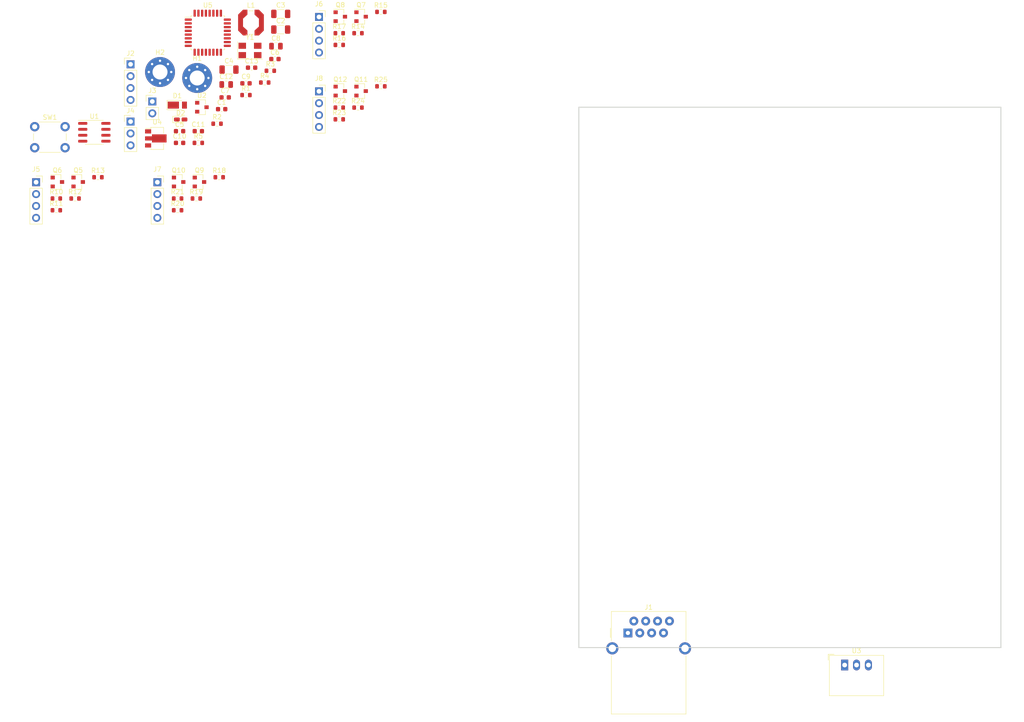
<source format=kicad_pcb>
(kicad_pcb (version 20171130) (host pcbnew "(5.1.8)-1")

  (general
    (thickness 1.6)
    (drawings 90)
    (tracks 0)
    (zones 0)
    (modules 62)
    (nets 51)
  )

  (page A4)
  (layers
    (0 F.Cu signal)
    (31 B.Cu signal)
    (32 B.Adhes user)
    (33 F.Adhes user)
    (34 B.Paste user)
    (35 F.Paste user)
    (36 B.SilkS user)
    (37 F.SilkS user)
    (38 B.Mask user)
    (39 F.Mask user)
    (40 Dwgs.User user)
    (41 Cmts.User user)
    (42 Eco1.User user)
    (43 Eco2.User user)
    (44 Edge.Cuts user)
    (45 Margin user)
    (46 B.CrtYd user)
    (47 F.CrtYd user)
    (48 B.Fab user)
    (49 F.Fab user)
  )

  (setup
    (last_trace_width 0.25)
    (trace_clearance 0.2)
    (zone_clearance 0.508)
    (zone_45_only no)
    (trace_min 0.2)
    (via_size 0.8)
    (via_drill 0.4)
    (via_min_size 0.4)
    (via_min_drill 0.3)
    (uvia_size 0.3)
    (uvia_drill 0.1)
    (uvias_allowed no)
    (uvia_min_size 0.2)
    (uvia_min_drill 0.1)
    (edge_width 0.05)
    (segment_width 0.2)
    (pcb_text_width 0.3)
    (pcb_text_size 1.5 1.5)
    (mod_edge_width 0.12)
    (mod_text_size 1 1)
    (mod_text_width 0.15)
    (pad_size 1.524 1.524)
    (pad_drill 0.762)
    (pad_to_mask_clearance 0)
    (aux_axis_origin 0 0)
    (visible_elements 7FFFFFFF)
    (pcbplotparams
      (layerselection 0x010fc_ffffffff)
      (usegerberextensions false)
      (usegerberattributes true)
      (usegerberadvancedattributes true)
      (creategerberjobfile true)
      (excludeedgelayer true)
      (linewidth 0.100000)
      (plotframeref false)
      (viasonmask false)
      (mode 1)
      (useauxorigin false)
      (hpglpennumber 1)
      (hpglpenspeed 20)
      (hpglpendiameter 15.000000)
      (psnegative false)
      (psa4output false)
      (plotreference true)
      (plotvalue true)
      (plotinvisibletext false)
      (padsonsilk false)
      (subtractmaskfromsilk false)
      (outputformat 1)
      (mirror false)
      (drillshape 1)
      (scaleselection 1)
      (outputdirectory ""))
  )

  (net 0 "")
  (net 1 GND)
  (net 2 RESET)
  (net 3 +12V)
  (net 4 "Net-(C3-Pad1)")
  (net 5 +5V)
  (net 6 "Net-(C5-Pad1)")
  (net 7 "Net-(C6-Pad1)")
  (net 8 +3V3)
  (net 9 POW)
  (net 10 "Net-(D2-Pad2)")
  (net 11 CAN_H)
  (net 12 CAN_L)
  (net 13 "Net-(J1-Pad4)")
  (net 14 "Net-(J1-Pad5)")
  (net 15 "Net-(J1-Pad6)")
  (net 16 SWDIO)
  (net 17 SWCLK)
  (net 18 "Net-(J3-Pad1)")
  (net 19 USART1_RX)
  (net 20 USART1_TX)
  (net 21 "Net-(J5-Pad4)")
  (net 22 "Net-(J5-Pad3)")
  (net 23 "Net-(J6-Pad4)")
  (net 24 "Net-(J6-Pad3)")
  (net 25 "Net-(J7-Pad4)")
  (net 26 "Net-(J7-Pad3)")
  (net 27 "Net-(J8-Pad4)")
  (net 28 "Net-(J8-Pad3)")
  (net 29 DIO1)
  (net 30 CLK1)
  (net 31 DIO2)
  (net 32 CLK2)
  (net 33 DIO3)
  (net 34 CLK3)
  (net 35 DIO4)
  (net 36 CLK4)
  (net 37 "Net-(R2-Pad1)")
  (net 38 "Net-(R5-Pad1)")
  (net 39 "Net-(U1-Pad5)")
  (net 40 FDCAN_RX)
  (net 41 FDCAN_TX)
  (net 42 "Net-(U5-Pad31)")
  (net 43 "Net-(U5-Pad30)")
  (net 44 "Net-(U5-Pad29)")
  (net 45 "Net-(U5-Pad28)")
  (net 46 "Net-(U5-Pad27)")
  (net 47 "Net-(U5-Pad26)")
  (net 48 "Net-(U5-Pad25)")
  (net 49 "Net-(U5-Pad18)")
  (net 50 "Net-(U5-Pad13)")

  (net_class Default "This is the default net class."
    (clearance 0.2)
    (trace_width 0.25)
    (via_dia 0.8)
    (via_drill 0.4)
    (uvia_dia 0.3)
    (uvia_drill 0.1)
    (add_net +12V)
    (add_net +3V3)
    (add_net +5V)
    (add_net CAN_H)
    (add_net CAN_L)
    (add_net CLK1)
    (add_net CLK2)
    (add_net CLK3)
    (add_net CLK4)
    (add_net DIO1)
    (add_net DIO2)
    (add_net DIO3)
    (add_net DIO4)
    (add_net FDCAN_RX)
    (add_net FDCAN_TX)
    (add_net GND)
    (add_net "Net-(C3-Pad1)")
    (add_net "Net-(C5-Pad1)")
    (add_net "Net-(C6-Pad1)")
    (add_net "Net-(D2-Pad2)")
    (add_net "Net-(J1-Pad4)")
    (add_net "Net-(J1-Pad5)")
    (add_net "Net-(J1-Pad6)")
    (add_net "Net-(J3-Pad1)")
    (add_net "Net-(J5-Pad3)")
    (add_net "Net-(J5-Pad4)")
    (add_net "Net-(J6-Pad3)")
    (add_net "Net-(J6-Pad4)")
    (add_net "Net-(J7-Pad3)")
    (add_net "Net-(J7-Pad4)")
    (add_net "Net-(J8-Pad3)")
    (add_net "Net-(J8-Pad4)")
    (add_net "Net-(R2-Pad1)")
    (add_net "Net-(R5-Pad1)")
    (add_net "Net-(U1-Pad5)")
    (add_net "Net-(U5-Pad13)")
    (add_net "Net-(U5-Pad18)")
    (add_net "Net-(U5-Pad25)")
    (add_net "Net-(U5-Pad26)")
    (add_net "Net-(U5-Pad27)")
    (add_net "Net-(U5-Pad28)")
    (add_net "Net-(U5-Pad29)")
    (add_net "Net-(U5-Pad30)")
    (add_net "Net-(U5-Pad31)")
    (add_net POW)
    (add_net RESET)
    (add_net SWCLK)
    (add_net SWDIO)
    (add_net USART1_RX)
    (add_net USART1_TX)
  )

  (module Connector_PinSocket_2.54mm:PinSocket_1x04_P2.54mm_Vertical (layer F.Cu) (tedit 5A19A429) (tstamp 60293FD3)
    (at 44.315 44.069)
    (descr "Through hole straight socket strip, 1x04, 2.54mm pitch, single row (from Kicad 4.0.7), script generated")
    (tags "Through hole socket strip THT 1x04 2.54mm single row")
    (path /605071B2/604ABB1E)
    (fp_text reference J8 (at 0 -2.77) (layer F.SilkS)
      (effects (font (size 1 1) (thickness 0.15)))
    )
    (fp_text value Conn_01x04_Female (at 0 10.39) (layer F.Fab)
      (effects (font (size 1 1) (thickness 0.15)))
    )
    (fp_text user %R (at 0 3.81 90) (layer F.Fab)
      (effects (font (size 1 1) (thickness 0.15)))
    )
    (fp_line (start -1.27 -1.27) (end 0.635 -1.27) (layer F.Fab) (width 0.1))
    (fp_line (start 0.635 -1.27) (end 1.27 -0.635) (layer F.Fab) (width 0.1))
    (fp_line (start 1.27 -0.635) (end 1.27 8.89) (layer F.Fab) (width 0.1))
    (fp_line (start 1.27 8.89) (end -1.27 8.89) (layer F.Fab) (width 0.1))
    (fp_line (start -1.27 8.89) (end -1.27 -1.27) (layer F.Fab) (width 0.1))
    (fp_line (start -1.33 1.27) (end 1.33 1.27) (layer F.SilkS) (width 0.12))
    (fp_line (start -1.33 1.27) (end -1.33 8.95) (layer F.SilkS) (width 0.12))
    (fp_line (start -1.33 8.95) (end 1.33 8.95) (layer F.SilkS) (width 0.12))
    (fp_line (start 1.33 1.27) (end 1.33 8.95) (layer F.SilkS) (width 0.12))
    (fp_line (start 1.33 -1.33) (end 1.33 0) (layer F.SilkS) (width 0.12))
    (fp_line (start 0 -1.33) (end 1.33 -1.33) (layer F.SilkS) (width 0.12))
    (fp_line (start -1.8 -1.8) (end 1.75 -1.8) (layer F.CrtYd) (width 0.05))
    (fp_line (start 1.75 -1.8) (end 1.75 9.4) (layer F.CrtYd) (width 0.05))
    (fp_line (start 1.75 9.4) (end -1.8 9.4) (layer F.CrtYd) (width 0.05))
    (fp_line (start -1.8 9.4) (end -1.8 -1.8) (layer F.CrtYd) (width 0.05))
    (pad 4 thru_hole oval (at 0 7.62) (size 1.7 1.7) (drill 1) (layers *.Cu *.Mask)
      (net 27 "Net-(J8-Pad4)"))
    (pad 3 thru_hole oval (at 0 5.08) (size 1.7 1.7) (drill 1) (layers *.Cu *.Mask)
      (net 28 "Net-(J8-Pad3)"))
    (pad 2 thru_hole oval (at 0 2.54) (size 1.7 1.7) (drill 1) (layers *.Cu *.Mask)
      (net 1 GND))
    (pad 1 thru_hole rect (at 0 0) (size 1.7 1.7) (drill 1) (layers *.Cu *.Mask)
      (net 5 +5V))
    (model ${KISYS3DMOD}/Connector_PinSocket_2.54mm.3dshapes/PinSocket_1x04_P2.54mm_Vertical.wrl
      (at (xyz 0 0 0))
      (scale (xyz 1 1 1))
      (rotate (xyz 0 0 0))
    )
  )

  (module Connector_PinSocket_2.54mm:PinSocket_1x04_P2.54mm_Vertical (layer F.Cu) (tedit 5A19A429) (tstamp 60293FBB)
    (at 9.745 63.509)
    (descr "Through hole straight socket strip, 1x04, 2.54mm pitch, single row (from Kicad 4.0.7), script generated")
    (tags "Through hole socket strip THT 1x04 2.54mm single row")
    (path /60506B70/604ABB1E)
    (fp_text reference J7 (at 0 -2.77) (layer F.SilkS)
      (effects (font (size 1 1) (thickness 0.15)))
    )
    (fp_text value Conn_01x04_Female (at 0 10.39) (layer F.Fab)
      (effects (font (size 1 1) (thickness 0.15)))
    )
    (fp_text user %R (at 0 3.81 90) (layer F.Fab)
      (effects (font (size 1 1) (thickness 0.15)))
    )
    (fp_line (start -1.27 -1.27) (end 0.635 -1.27) (layer F.Fab) (width 0.1))
    (fp_line (start 0.635 -1.27) (end 1.27 -0.635) (layer F.Fab) (width 0.1))
    (fp_line (start 1.27 -0.635) (end 1.27 8.89) (layer F.Fab) (width 0.1))
    (fp_line (start 1.27 8.89) (end -1.27 8.89) (layer F.Fab) (width 0.1))
    (fp_line (start -1.27 8.89) (end -1.27 -1.27) (layer F.Fab) (width 0.1))
    (fp_line (start -1.33 1.27) (end 1.33 1.27) (layer F.SilkS) (width 0.12))
    (fp_line (start -1.33 1.27) (end -1.33 8.95) (layer F.SilkS) (width 0.12))
    (fp_line (start -1.33 8.95) (end 1.33 8.95) (layer F.SilkS) (width 0.12))
    (fp_line (start 1.33 1.27) (end 1.33 8.95) (layer F.SilkS) (width 0.12))
    (fp_line (start 1.33 -1.33) (end 1.33 0) (layer F.SilkS) (width 0.12))
    (fp_line (start 0 -1.33) (end 1.33 -1.33) (layer F.SilkS) (width 0.12))
    (fp_line (start -1.8 -1.8) (end 1.75 -1.8) (layer F.CrtYd) (width 0.05))
    (fp_line (start 1.75 -1.8) (end 1.75 9.4) (layer F.CrtYd) (width 0.05))
    (fp_line (start 1.75 9.4) (end -1.8 9.4) (layer F.CrtYd) (width 0.05))
    (fp_line (start -1.8 9.4) (end -1.8 -1.8) (layer F.CrtYd) (width 0.05))
    (pad 4 thru_hole oval (at 0 7.62) (size 1.7 1.7) (drill 1) (layers *.Cu *.Mask)
      (net 25 "Net-(J7-Pad4)"))
    (pad 3 thru_hole oval (at 0 5.08) (size 1.7 1.7) (drill 1) (layers *.Cu *.Mask)
      (net 26 "Net-(J7-Pad3)"))
    (pad 2 thru_hole oval (at 0 2.54) (size 1.7 1.7) (drill 1) (layers *.Cu *.Mask)
      (net 1 GND))
    (pad 1 thru_hole rect (at 0 0) (size 1.7 1.7) (drill 1) (layers *.Cu *.Mask)
      (net 5 +5V))
    (model ${KISYS3DMOD}/Connector_PinSocket_2.54mm.3dshapes/PinSocket_1x04_P2.54mm_Vertical.wrl
      (at (xyz 0 0 0))
      (scale (xyz 1 1 1))
      (rotate (xyz 0 0 0))
    )
  )

  (module Connector_PinSocket_2.54mm:PinSocket_1x04_P2.54mm_Vertical (layer F.Cu) (tedit 5A19A429) (tstamp 60293FA3)
    (at 44.315 28.159)
    (descr "Through hole straight socket strip, 1x04, 2.54mm pitch, single row (from Kicad 4.0.7), script generated")
    (tags "Through hole socket strip THT 1x04 2.54mm single row")
    (path /60502377/604ABB1E)
    (fp_text reference J6 (at 0 -2.77) (layer F.SilkS)
      (effects (font (size 1 1) (thickness 0.15)))
    )
    (fp_text value Conn_01x04_Female (at 0 10.39) (layer F.Fab)
      (effects (font (size 1 1) (thickness 0.15)))
    )
    (fp_text user %R (at 0 3.81 90) (layer F.Fab)
      (effects (font (size 1 1) (thickness 0.15)))
    )
    (fp_line (start -1.27 -1.27) (end 0.635 -1.27) (layer F.Fab) (width 0.1))
    (fp_line (start 0.635 -1.27) (end 1.27 -0.635) (layer F.Fab) (width 0.1))
    (fp_line (start 1.27 -0.635) (end 1.27 8.89) (layer F.Fab) (width 0.1))
    (fp_line (start 1.27 8.89) (end -1.27 8.89) (layer F.Fab) (width 0.1))
    (fp_line (start -1.27 8.89) (end -1.27 -1.27) (layer F.Fab) (width 0.1))
    (fp_line (start -1.33 1.27) (end 1.33 1.27) (layer F.SilkS) (width 0.12))
    (fp_line (start -1.33 1.27) (end -1.33 8.95) (layer F.SilkS) (width 0.12))
    (fp_line (start -1.33 8.95) (end 1.33 8.95) (layer F.SilkS) (width 0.12))
    (fp_line (start 1.33 1.27) (end 1.33 8.95) (layer F.SilkS) (width 0.12))
    (fp_line (start 1.33 -1.33) (end 1.33 0) (layer F.SilkS) (width 0.12))
    (fp_line (start 0 -1.33) (end 1.33 -1.33) (layer F.SilkS) (width 0.12))
    (fp_line (start -1.8 -1.8) (end 1.75 -1.8) (layer F.CrtYd) (width 0.05))
    (fp_line (start 1.75 -1.8) (end 1.75 9.4) (layer F.CrtYd) (width 0.05))
    (fp_line (start 1.75 9.4) (end -1.8 9.4) (layer F.CrtYd) (width 0.05))
    (fp_line (start -1.8 9.4) (end -1.8 -1.8) (layer F.CrtYd) (width 0.05))
    (pad 4 thru_hole oval (at 0 7.62) (size 1.7 1.7) (drill 1) (layers *.Cu *.Mask)
      (net 23 "Net-(J6-Pad4)"))
    (pad 3 thru_hole oval (at 0 5.08) (size 1.7 1.7) (drill 1) (layers *.Cu *.Mask)
      (net 24 "Net-(J6-Pad3)"))
    (pad 2 thru_hole oval (at 0 2.54) (size 1.7 1.7) (drill 1) (layers *.Cu *.Mask)
      (net 1 GND))
    (pad 1 thru_hole rect (at 0 0) (size 1.7 1.7) (drill 1) (layers *.Cu *.Mask)
      (net 5 +5V))
    (model ${KISYS3DMOD}/Connector_PinSocket_2.54mm.3dshapes/PinSocket_1x04_P2.54mm_Vertical.wrl
      (at (xyz 0 0 0))
      (scale (xyz 1 1 1))
      (rotate (xyz 0 0 0))
    )
  )

  (module Connector_PinSocket_2.54mm:PinSocket_1x04_P2.54mm_Vertical (layer F.Cu) (tedit 5A19A429) (tstamp 60293F8B)
    (at -16.185 63.509)
    (descr "Through hole straight socket strip, 1x04, 2.54mm pitch, single row (from Kicad 4.0.7), script generated")
    (tags "Through hole socket strip THT 1x04 2.54mm single row")
    (path /604AACB2/604ABB1E)
    (fp_text reference J5 (at 0 -2.77) (layer F.SilkS)
      (effects (font (size 1 1) (thickness 0.15)))
    )
    (fp_text value Conn_01x04_Female (at 0 10.39) (layer F.Fab)
      (effects (font (size 1 1) (thickness 0.15)))
    )
    (fp_text user %R (at 0 3.81 90) (layer F.Fab)
      (effects (font (size 1 1) (thickness 0.15)))
    )
    (fp_line (start -1.27 -1.27) (end 0.635 -1.27) (layer F.Fab) (width 0.1))
    (fp_line (start 0.635 -1.27) (end 1.27 -0.635) (layer F.Fab) (width 0.1))
    (fp_line (start 1.27 -0.635) (end 1.27 8.89) (layer F.Fab) (width 0.1))
    (fp_line (start 1.27 8.89) (end -1.27 8.89) (layer F.Fab) (width 0.1))
    (fp_line (start -1.27 8.89) (end -1.27 -1.27) (layer F.Fab) (width 0.1))
    (fp_line (start -1.33 1.27) (end 1.33 1.27) (layer F.SilkS) (width 0.12))
    (fp_line (start -1.33 1.27) (end -1.33 8.95) (layer F.SilkS) (width 0.12))
    (fp_line (start -1.33 8.95) (end 1.33 8.95) (layer F.SilkS) (width 0.12))
    (fp_line (start 1.33 1.27) (end 1.33 8.95) (layer F.SilkS) (width 0.12))
    (fp_line (start 1.33 -1.33) (end 1.33 0) (layer F.SilkS) (width 0.12))
    (fp_line (start 0 -1.33) (end 1.33 -1.33) (layer F.SilkS) (width 0.12))
    (fp_line (start -1.8 -1.8) (end 1.75 -1.8) (layer F.CrtYd) (width 0.05))
    (fp_line (start 1.75 -1.8) (end 1.75 9.4) (layer F.CrtYd) (width 0.05))
    (fp_line (start 1.75 9.4) (end -1.8 9.4) (layer F.CrtYd) (width 0.05))
    (fp_line (start -1.8 9.4) (end -1.8 -1.8) (layer F.CrtYd) (width 0.05))
    (pad 4 thru_hole oval (at 0 7.62) (size 1.7 1.7) (drill 1) (layers *.Cu *.Mask)
      (net 21 "Net-(J5-Pad4)"))
    (pad 3 thru_hole oval (at 0 5.08) (size 1.7 1.7) (drill 1) (layers *.Cu *.Mask)
      (net 22 "Net-(J5-Pad3)"))
    (pad 2 thru_hole oval (at 0 2.54) (size 1.7 1.7) (drill 1) (layers *.Cu *.Mask)
      (net 1 GND))
    (pad 1 thru_hole rect (at 0 0) (size 1.7 1.7) (drill 1) (layers *.Cu *.Mask)
      (net 5 +5V))
    (model ${KISYS3DMOD}/Connector_PinSocket_2.54mm.3dshapes/PinSocket_1x04_P2.54mm_Vertical.wrl
      (at (xyz 0 0 0))
      (scale (xyz 1 1 1))
      (rotate (xyz 0 0 0))
    )
  )

  (module Crystal:Crystal_SMD_5032-4Pin_5.0x3.2mm (layer F.Cu) (tedit 5A0FD1B2) (tstamp 602942D9)
    (at 29.555 35.329)
    (descr "SMD Crystal SERIES SMD2520/4 http://www.icbase.com/File/PDF/HKC/HKC00061008.pdf, 5.0x3.2mm^2 package")
    (tags "SMD SMT crystal")
    (path /6053B46B)
    (attr smd)
    (fp_text reference Y1 (at 0 -2.8) (layer F.SilkS)
      (effects (font (size 1 1) (thickness 0.15)))
    )
    (fp_text value 8MHz (at 0 2.8) (layer F.Fab)
      (effects (font (size 1 1) (thickness 0.15)))
    )
    (fp_line (start 2.8 -1.9) (end -2.8 -1.9) (layer F.CrtYd) (width 0.05))
    (fp_line (start 2.8 1.9) (end 2.8 -1.9) (layer F.CrtYd) (width 0.05))
    (fp_line (start -2.8 1.9) (end 2.8 1.9) (layer F.CrtYd) (width 0.05))
    (fp_line (start -2.8 -1.9) (end -2.8 1.9) (layer F.CrtYd) (width 0.05))
    (fp_line (start -2.65 1.85) (end 2.65 1.85) (layer F.SilkS) (width 0.12))
    (fp_line (start -2.65 -1.85) (end -2.65 1.85) (layer F.SilkS) (width 0.12))
    (fp_line (start -2.5 0.6) (end -1.5 1.6) (layer F.Fab) (width 0.1))
    (fp_line (start -2.5 -1.4) (end -2.3 -1.6) (layer F.Fab) (width 0.1))
    (fp_line (start -2.5 1.4) (end -2.5 -1.4) (layer F.Fab) (width 0.1))
    (fp_line (start -2.3 1.6) (end -2.5 1.4) (layer F.Fab) (width 0.1))
    (fp_line (start 2.3 1.6) (end -2.3 1.6) (layer F.Fab) (width 0.1))
    (fp_line (start 2.5 1.4) (end 2.3 1.6) (layer F.Fab) (width 0.1))
    (fp_line (start 2.5 -1.4) (end 2.5 1.4) (layer F.Fab) (width 0.1))
    (fp_line (start 2.3 -1.6) (end 2.5 -1.4) (layer F.Fab) (width 0.1))
    (fp_line (start -2.3 -1.6) (end 2.3 -1.6) (layer F.Fab) (width 0.1))
    (fp_text user %R (at 0 0) (layer F.Fab)
      (effects (font (size 1 1) (thickness 0.15)))
    )
    (pad 4 smd rect (at -1.65 -1) (size 1.6 1.3) (layers F.Cu F.Paste F.Mask)
      (net 1 GND))
    (pad 3 smd rect (at 1.65 -1) (size 1.6 1.3) (layers F.Cu F.Paste F.Mask)
      (net 7 "Net-(C6-Pad1)"))
    (pad 2 smd rect (at 1.65 1) (size 1.6 1.3) (layers F.Cu F.Paste F.Mask)
      (net 1 GND))
    (pad 1 smd rect (at -1.65 1) (size 1.6 1.3) (layers F.Cu F.Paste F.Mask)
      (net 6 "Net-(C5-Pad1)"))
    (model ${KISYS3DMOD}/Crystal.3dshapes/Crystal_SMD_5032-4Pin_5.0x3.2mm.wrl
      (at (xyz 0 0 0))
      (scale (xyz 1 1 1))
      (rotate (xyz 0 0 0))
    )
  )

  (module Package_QFP:LQFP-32_7x7mm_P0.8mm (layer F.Cu) (tedit 5D9F72AF) (tstamp 602942C1)
    (at 20.525 31.539)
    (descr "LQFP, 32 Pin (https://www.nxp.com/docs/en/package-information/SOT358-1.pdf), generated with kicad-footprint-generator ipc_gullwing_generator.py")
    (tags "LQFP QFP")
    (path /6032F7DF)
    (attr smd)
    (fp_text reference U5 (at 0 -5.88) (layer F.SilkS)
      (effects (font (size 1 1) (thickness 0.15)))
    )
    (fp_text value STM32G431K6Tx (at 0 5.88) (layer F.Fab)
      (effects (font (size 1 1) (thickness 0.15)))
    )
    (fp_line (start 5.18 3.3) (end 5.18 0) (layer F.CrtYd) (width 0.05))
    (fp_line (start 3.75 3.3) (end 5.18 3.3) (layer F.CrtYd) (width 0.05))
    (fp_line (start 3.75 3.75) (end 3.75 3.3) (layer F.CrtYd) (width 0.05))
    (fp_line (start 3.3 3.75) (end 3.75 3.75) (layer F.CrtYd) (width 0.05))
    (fp_line (start 3.3 5.18) (end 3.3 3.75) (layer F.CrtYd) (width 0.05))
    (fp_line (start 0 5.18) (end 3.3 5.18) (layer F.CrtYd) (width 0.05))
    (fp_line (start -5.18 3.3) (end -5.18 0) (layer F.CrtYd) (width 0.05))
    (fp_line (start -3.75 3.3) (end -5.18 3.3) (layer F.CrtYd) (width 0.05))
    (fp_line (start -3.75 3.75) (end -3.75 3.3) (layer F.CrtYd) (width 0.05))
    (fp_line (start -3.3 3.75) (end -3.75 3.75) (layer F.CrtYd) (width 0.05))
    (fp_line (start -3.3 5.18) (end -3.3 3.75) (layer F.CrtYd) (width 0.05))
    (fp_line (start 0 5.18) (end -3.3 5.18) (layer F.CrtYd) (width 0.05))
    (fp_line (start 5.18 -3.3) (end 5.18 0) (layer F.CrtYd) (width 0.05))
    (fp_line (start 3.75 -3.3) (end 5.18 -3.3) (layer F.CrtYd) (width 0.05))
    (fp_line (start 3.75 -3.75) (end 3.75 -3.3) (layer F.CrtYd) (width 0.05))
    (fp_line (start 3.3 -3.75) (end 3.75 -3.75) (layer F.CrtYd) (width 0.05))
    (fp_line (start 3.3 -5.18) (end 3.3 -3.75) (layer F.CrtYd) (width 0.05))
    (fp_line (start 0 -5.18) (end 3.3 -5.18) (layer F.CrtYd) (width 0.05))
    (fp_line (start -5.18 -3.3) (end -5.18 0) (layer F.CrtYd) (width 0.05))
    (fp_line (start -3.75 -3.3) (end -5.18 -3.3) (layer F.CrtYd) (width 0.05))
    (fp_line (start -3.75 -3.75) (end -3.75 -3.3) (layer F.CrtYd) (width 0.05))
    (fp_line (start -3.3 -3.75) (end -3.75 -3.75) (layer F.CrtYd) (width 0.05))
    (fp_line (start -3.3 -5.18) (end -3.3 -3.75) (layer F.CrtYd) (width 0.05))
    (fp_line (start 0 -5.18) (end -3.3 -5.18) (layer F.CrtYd) (width 0.05))
    (fp_line (start -3.5 -2.5) (end -2.5 -3.5) (layer F.Fab) (width 0.1))
    (fp_line (start -3.5 3.5) (end -3.5 -2.5) (layer F.Fab) (width 0.1))
    (fp_line (start 3.5 3.5) (end -3.5 3.5) (layer F.Fab) (width 0.1))
    (fp_line (start 3.5 -3.5) (end 3.5 3.5) (layer F.Fab) (width 0.1))
    (fp_line (start -2.5 -3.5) (end 3.5 -3.5) (layer F.Fab) (width 0.1))
    (fp_line (start -3.61 -3.31) (end -4.925 -3.31) (layer F.SilkS) (width 0.12))
    (fp_line (start -3.61 -3.61) (end -3.61 -3.31) (layer F.SilkS) (width 0.12))
    (fp_line (start -3.31 -3.61) (end -3.61 -3.61) (layer F.SilkS) (width 0.12))
    (fp_line (start 3.61 -3.61) (end 3.61 -3.31) (layer F.SilkS) (width 0.12))
    (fp_line (start 3.31 -3.61) (end 3.61 -3.61) (layer F.SilkS) (width 0.12))
    (fp_line (start -3.61 3.61) (end -3.61 3.31) (layer F.SilkS) (width 0.12))
    (fp_line (start -3.31 3.61) (end -3.61 3.61) (layer F.SilkS) (width 0.12))
    (fp_line (start 3.61 3.61) (end 3.61 3.31) (layer F.SilkS) (width 0.12))
    (fp_line (start 3.31 3.61) (end 3.61 3.61) (layer F.SilkS) (width 0.12))
    (fp_text user %R (at 0 0) (layer F.Fab)
      (effects (font (size 1 1) (thickness 0.15)))
    )
    (pad 32 smd roundrect (at -2.8 -4.175) (size 0.5 1.5) (layers F.Cu F.Paste F.Mask) (roundrect_rratio 0.25)
      (net 1 GND))
    (pad 31 smd roundrect (at -2 -4.175) (size 0.5 1.5) (layers F.Cu F.Paste F.Mask) (roundrect_rratio 0.25)
      (net 42 "Net-(U5-Pad31)"))
    (pad 30 smd roundrect (at -1.2 -4.175) (size 0.5 1.5) (layers F.Cu F.Paste F.Mask) (roundrect_rratio 0.25)
      (net 43 "Net-(U5-Pad30)"))
    (pad 29 smd roundrect (at -0.4 -4.175) (size 0.5 1.5) (layers F.Cu F.Paste F.Mask) (roundrect_rratio 0.25)
      (net 44 "Net-(U5-Pad29)"))
    (pad 28 smd roundrect (at 0.4 -4.175) (size 0.5 1.5) (layers F.Cu F.Paste F.Mask) (roundrect_rratio 0.25)
      (net 45 "Net-(U5-Pad28)"))
    (pad 27 smd roundrect (at 1.2 -4.175) (size 0.5 1.5) (layers F.Cu F.Paste F.Mask) (roundrect_rratio 0.25)
      (net 46 "Net-(U5-Pad27)"))
    (pad 26 smd roundrect (at 2 -4.175) (size 0.5 1.5) (layers F.Cu F.Paste F.Mask) (roundrect_rratio 0.25)
      (net 47 "Net-(U5-Pad26)"))
    (pad 25 smd roundrect (at 2.8 -4.175) (size 0.5 1.5) (layers F.Cu F.Paste F.Mask) (roundrect_rratio 0.25)
      (net 48 "Net-(U5-Pad25)"))
    (pad 24 smd roundrect (at 4.175 -2.8) (size 1.5 0.5) (layers F.Cu F.Paste F.Mask) (roundrect_rratio 0.25)
      (net 17 SWCLK))
    (pad 23 smd roundrect (at 4.175 -2) (size 1.5 0.5) (layers F.Cu F.Paste F.Mask) (roundrect_rratio 0.25)
      (net 16 SWDIO))
    (pad 22 smd roundrect (at 4.175 -1.2) (size 1.5 0.5) (layers F.Cu F.Paste F.Mask) (roundrect_rratio 0.25)
      (net 41 FDCAN_TX))
    (pad 21 smd roundrect (at 4.175 -0.4) (size 1.5 0.5) (layers F.Cu F.Paste F.Mask) (roundrect_rratio 0.25)
      (net 40 FDCAN_RX))
    (pad 20 smd roundrect (at 4.175 0.4) (size 1.5 0.5) (layers F.Cu F.Paste F.Mask) (roundrect_rratio 0.25)
      (net 19 USART1_RX))
    (pad 19 smd roundrect (at 4.175 1.2) (size 1.5 0.5) (layers F.Cu F.Paste F.Mask) (roundrect_rratio 0.25)
      (net 20 USART1_TX))
    (pad 18 smd roundrect (at 4.175 2) (size 1.5 0.5) (layers F.Cu F.Paste F.Mask) (roundrect_rratio 0.25)
      (net 49 "Net-(U5-Pad18)"))
    (pad 17 smd roundrect (at 4.175 2.8) (size 1.5 0.5) (layers F.Cu F.Paste F.Mask) (roundrect_rratio 0.25)
      (net 8 +3V3))
    (pad 16 smd roundrect (at 2.8 4.175) (size 0.5 1.5) (layers F.Cu F.Paste F.Mask) (roundrect_rratio 0.25)
      (net 1 GND))
    (pad 15 smd roundrect (at 2 4.175) (size 0.5 1.5) (layers F.Cu F.Paste F.Mask) (roundrect_rratio 0.25)
      (net 8 +3V3))
    (pad 14 smd roundrect (at 1.2 4.175) (size 0.5 1.5) (layers F.Cu F.Paste F.Mask) (roundrect_rratio 0.25)
      (net 1 GND))
    (pad 13 smd roundrect (at 0.4 4.175) (size 0.5 1.5) (layers F.Cu F.Paste F.Mask) (roundrect_rratio 0.25)
      (net 50 "Net-(U5-Pad13)"))
    (pad 12 smd roundrect (at -0.4 4.175) (size 0.5 1.5) (layers F.Cu F.Paste F.Mask) (roundrect_rratio 0.25)
      (net 36 CLK4))
    (pad 11 smd roundrect (at -1.2 4.175) (size 0.5 1.5) (layers F.Cu F.Paste F.Mask) (roundrect_rratio 0.25)
      (net 35 DIO4))
    (pad 10 smd roundrect (at -2 4.175) (size 0.5 1.5) (layers F.Cu F.Paste F.Mask) (roundrect_rratio 0.25)
      (net 34 CLK3))
    (pad 9 smd roundrect (at -2.8 4.175) (size 0.5 1.5) (layers F.Cu F.Paste F.Mask) (roundrect_rratio 0.25)
      (net 33 DIO3))
    (pad 8 smd roundrect (at -4.175 2.8) (size 1.5 0.5) (layers F.Cu F.Paste F.Mask) (roundrect_rratio 0.25)
      (net 32 CLK2))
    (pad 7 smd roundrect (at -4.175 2) (size 1.5 0.5) (layers F.Cu F.Paste F.Mask) (roundrect_rratio 0.25)
      (net 31 DIO2))
    (pad 6 smd roundrect (at -4.175 1.2) (size 1.5 0.5) (layers F.Cu F.Paste F.Mask) (roundrect_rratio 0.25)
      (net 30 CLK1))
    (pad 5 smd roundrect (at -4.175 0.4) (size 1.5 0.5) (layers F.Cu F.Paste F.Mask) (roundrect_rratio 0.25)
      (net 29 DIO1))
    (pad 4 smd roundrect (at -4.175 -0.4) (size 1.5 0.5) (layers F.Cu F.Paste F.Mask) (roundrect_rratio 0.25)
      (net 2 RESET))
    (pad 3 smd roundrect (at -4.175 -1.2) (size 1.5 0.5) (layers F.Cu F.Paste F.Mask) (roundrect_rratio 0.25)
      (net 38 "Net-(R5-Pad1)"))
    (pad 2 smd roundrect (at -4.175 -2) (size 1.5 0.5) (layers F.Cu F.Paste F.Mask) (roundrect_rratio 0.25)
      (net 6 "Net-(C5-Pad1)"))
    (pad 1 smd roundrect (at -4.175 -2.8) (size 1.5 0.5) (layers F.Cu F.Paste F.Mask) (roundrect_rratio 0.25)
      (net 8 +3V3))
    (model ${KISYS3DMOD}/Package_QFP.3dshapes/LQFP-32_7x7mm_P0.8mm.wrl
      (at (xyz 0 0 0))
      (scale (xyz 1 1 1))
      (rotate (xyz 0 0 0))
    )
  )

  (module Package_TO_SOT_SMD:SOT-89-3 (layer F.Cu) (tedit 5C33D6E8) (tstamp 60294276)
    (at 9.415 54.139)
    (descr "SOT-89-3, http://ww1.microchip.com/downloads/en/DeviceDoc/3L_SOT-89_MB_C04-029C.pdf")
    (tags SOT-89-3)
    (path /6041F57A)
    (attr smd)
    (fp_text reference U4 (at 0.3 -3.5) (layer F.SilkS)
      (effects (font (size 1 1) (thickness 0.15)))
    )
    (fp_text value LD2981ABU33TR (at 0.3 3.5) (layer F.Fab)
      (effects (font (size 1 1) (thickness 0.15)))
    )
    (fp_line (start -1.06 2.36) (end -1.06 2.13) (layer F.SilkS) (width 0.12))
    (fp_line (start -1.06 -2.36) (end -1.06 -2.13) (layer F.SilkS) (width 0.12))
    (fp_line (start -1.06 -2.36) (end 1.66 -2.36) (layer F.SilkS) (width 0.12))
    (fp_line (start -2.55 2.5) (end -2.55 -2.5) (layer F.CrtYd) (width 0.05))
    (fp_line (start -2.55 2.5) (end 2.55 2.5) (layer F.CrtYd) (width 0.05))
    (fp_line (start 2.55 -2.5) (end -2.55 -2.5) (layer F.CrtYd) (width 0.05))
    (fp_line (start 2.55 -2.5) (end 2.55 2.5) (layer F.CrtYd) (width 0.05))
    (fp_line (start 0.05 -2.25) (end 1.55 -2.25) (layer F.Fab) (width 0.1))
    (fp_line (start -0.95 2.25) (end -0.95 -1.25) (layer F.Fab) (width 0.1))
    (fp_line (start 1.55 2.25) (end -0.95 2.25) (layer F.Fab) (width 0.1))
    (fp_line (start 1.55 -2.25) (end 1.55 2.25) (layer F.Fab) (width 0.1))
    (fp_line (start -0.95 -1.25) (end 0.05 -2.25) (layer F.Fab) (width 0.1))
    (fp_line (start 1.66 -2.36) (end 1.66 -1.05) (layer F.SilkS) (width 0.12))
    (fp_line (start -2.2 -2.13) (end -1.06 -2.13) (layer F.SilkS) (width 0.12))
    (fp_line (start 1.66 2.36) (end -1.06 2.36) (layer F.SilkS) (width 0.12))
    (fp_line (start 1.66 1.05) (end 1.66 2.36) (layer F.SilkS) (width 0.12))
    (fp_text user %R (at 0.5 0 90) (layer F.Fab)
      (effects (font (size 1 1) (thickness 0.15)))
    )
    (pad 2 smd custom (at -1.5625 0) (size 1.475 0.9) (layers F.Cu F.Paste F.Mask)
      (net 1 GND) (zone_connect 2)
      (options (clearance outline) (anchor rect))
      (primitives
        (gr_poly (pts
           (xy 0.7375 -0.8665) (xy 3.8625 -0.8665) (xy 3.8625 0.8665) (xy 0.7375 0.8665)) (width 0))
      ))
    (pad 3 smd rect (at -1.65 1.5) (size 1.3 0.9) (layers F.Cu F.Paste F.Mask)
      (net 5 +5V))
    (pad 1 smd rect (at -1.65 -1.5) (size 1.3 0.9) (layers F.Cu F.Paste F.Mask)
      (net 8 +3V3))
    (model ${KISYS3DMOD}/Package_TO_SOT_SMD.3dshapes/SOT-89-3.wrl
      (at (xyz 0 0 0))
      (scale (xyz 1 1 1))
      (rotate (xyz 0 0 0))
    )
  )

  (module Converter_DCDC:Converter_DCDC_RECOM_R-78HB-0.5_THT (layer F.Cu) (tedit 5B741BB0) (tstamp 6029425E)
    (at 156.718 166.751)
    (descr "DCDC-Converter, RECOM, RECOM_R-78HB-0.5, SIP-3, pitch 2.54mm, package size 11.5x8.5x17.5mm^3, https://www.recom-power.com/pdf/Innoline/R-78HBxx-0.5_L.pdf")
    (tags "dc-dc recom buck sip-3 pitch 2.54mm")
    (path /6031D24A)
    (fp_text reference U3 (at 2.54 -3.06) (layer F.SilkS)
      (effects (font (size 1 1) (thickness 0.15)))
    )
    (fp_text value R-78HB5.0-0.5 (at 2.54 7.5) (layer F.Fab)
      (effects (font (size 1 1) (thickness 0.15)))
    )
    (fp_line (start 8.54 -2.25) (end -3.46 -2.25) (layer F.CrtYd) (width 0.05))
    (fp_line (start 8.54 6.75) (end 8.54 -2.25) (layer F.CrtYd) (width 0.05))
    (fp_line (start -3.46 6.75) (end 8.54 6.75) (layer F.CrtYd) (width 0.05))
    (fp_line (start -3.46 -2.25) (end -3.46 6.75) (layer F.CrtYd) (width 0.05))
    (fp_line (start -3.51 -2.3) (end -2.27 -2.3) (layer F.SilkS) (width 0.12))
    (fp_line (start -3.51 -1.06) (end -3.51 -2.3) (layer F.SilkS) (width 0.12))
    (fp_line (start 8.35 -2.06) (end 8.35 6.56) (layer F.SilkS) (width 0.12))
    (fp_line (start -3.27 -2.06) (end -3.27 6.56) (layer F.SilkS) (width 0.12))
    (fp_line (start -3.27 6.56) (end 8.35 6.56) (layer F.SilkS) (width 0.12))
    (fp_line (start -3.27 -2.06) (end 8.35 -2.06) (layer F.SilkS) (width 0.12))
    (fp_line (start -3.21 -1) (end -2.21 -2) (layer F.Fab) (width 0.1))
    (fp_line (start -3.21 6.5) (end -3.21 -1) (layer F.Fab) (width 0.1))
    (fp_line (start 8.29 6.5) (end -3.21 6.5) (layer F.Fab) (width 0.1))
    (fp_line (start 8.29 -2) (end 8.29 6.5) (layer F.Fab) (width 0.1))
    (fp_line (start -2.21 -2) (end 8.29 -2) (layer F.Fab) (width 0.1))
    (fp_text user %R (at 2.54 2.25) (layer F.Fab)
      (effects (font (size 1 1) (thickness 0.15)))
    )
    (pad 3 thru_hole oval (at 5.08 0) (size 1.5 2.3) (drill 1) (layers *.Cu *.Mask)
      (net 5 +5V))
    (pad 2 thru_hole oval (at 2.54 0) (size 1.5 2.3) (drill 1) (layers *.Cu *.Mask)
      (net 1 GND))
    (pad 1 thru_hole rect (at 0 0) (size 1.5 2.3) (drill 1) (layers *.Cu *.Mask)
      (net 4 "Net-(C3-Pad1)"))
    (model ${KISYS3DMOD}/Converter_DCDC.3dshapes/Converter_DCDC_RECOM_R-78HB-0.5_THT.wrl
      (at (xyz 0 0 0))
      (scale (xyz 1 1 0.6))
      (rotate (xyz 0 0 0))
    )
  )

  (module Package_TO_SOT_SMD:SOT-23 (layer F.Cu) (tedit 5A02FF57) (tstamp 60294247)
    (at 19.265 47.469)
    (descr "SOT-23, Standard")
    (tags SOT-23)
    (path /602329BA)
    (attr smd)
    (fp_text reference U2 (at 0 -2.5) (layer F.SilkS)
      (effects (font (size 1 1) (thickness 0.15)))
    )
    (fp_text value ESDCAN24-2BLY (at 0 2.5) (layer F.Fab)
      (effects (font (size 1 1) (thickness 0.15)))
    )
    (fp_line (start 0.76 1.58) (end -0.7 1.58) (layer F.SilkS) (width 0.12))
    (fp_line (start 0.76 -1.58) (end -1.4 -1.58) (layer F.SilkS) (width 0.12))
    (fp_line (start -1.7 1.75) (end -1.7 -1.75) (layer F.CrtYd) (width 0.05))
    (fp_line (start 1.7 1.75) (end -1.7 1.75) (layer F.CrtYd) (width 0.05))
    (fp_line (start 1.7 -1.75) (end 1.7 1.75) (layer F.CrtYd) (width 0.05))
    (fp_line (start -1.7 -1.75) (end 1.7 -1.75) (layer F.CrtYd) (width 0.05))
    (fp_line (start 0.76 -1.58) (end 0.76 -0.65) (layer F.SilkS) (width 0.12))
    (fp_line (start 0.76 1.58) (end 0.76 0.65) (layer F.SilkS) (width 0.12))
    (fp_line (start -0.7 1.52) (end 0.7 1.52) (layer F.Fab) (width 0.1))
    (fp_line (start 0.7 -1.52) (end 0.7 1.52) (layer F.Fab) (width 0.1))
    (fp_line (start -0.7 -0.95) (end -0.15 -1.52) (layer F.Fab) (width 0.1))
    (fp_line (start -0.15 -1.52) (end 0.7 -1.52) (layer F.Fab) (width 0.1))
    (fp_line (start -0.7 -0.95) (end -0.7 1.5) (layer F.Fab) (width 0.1))
    (fp_text user %R (at 0 0 90) (layer F.Fab)
      (effects (font (size 0.5 0.5) (thickness 0.075)))
    )
    (pad 3 smd rect (at 1 0) (size 0.9 0.8) (layers F.Cu F.Paste F.Mask)
      (net 1 GND))
    (pad 2 smd rect (at -1 0.95) (size 0.9 0.8) (layers F.Cu F.Paste F.Mask)
      (net 11 CAN_H))
    (pad 1 smd rect (at -1 -0.95) (size 0.9 0.8) (layers F.Cu F.Paste F.Mask)
      (net 12 CAN_L))
    (model ${KISYS3DMOD}/Package_TO_SOT_SMD.3dshapes/SOT-23.wrl
      (at (xyz 0 0 0))
      (scale (xyz 1 1 1))
      (rotate (xyz 0 0 0))
    )
  )

  (module Package_SO:SOIC-8_3.9x4.9mm_P1.27mm (layer F.Cu) (tedit 5D9F72B1) (tstamp 60294232)
    (at -3.735 52.829)
    (descr "SOIC, 8 Pin (JEDEC MS-012AA, https://www.analog.com/media/en/package-pcb-resources/package/pkg_pdf/soic_narrow-r/r_8.pdf), generated with kicad-footprint-generator ipc_gullwing_generator.py")
    (tags "SOIC SO")
    (path /6019DA6F)
    (attr smd)
    (fp_text reference U1 (at 0 -3.4) (layer F.SilkS)
      (effects (font (size 1 1) (thickness 0.15)))
    )
    (fp_text value SN65HVD230 (at 0 3.4) (layer F.Fab)
      (effects (font (size 1 1) (thickness 0.15)))
    )
    (fp_line (start 3.7 -2.7) (end -3.7 -2.7) (layer F.CrtYd) (width 0.05))
    (fp_line (start 3.7 2.7) (end 3.7 -2.7) (layer F.CrtYd) (width 0.05))
    (fp_line (start -3.7 2.7) (end 3.7 2.7) (layer F.CrtYd) (width 0.05))
    (fp_line (start -3.7 -2.7) (end -3.7 2.7) (layer F.CrtYd) (width 0.05))
    (fp_line (start -1.95 -1.475) (end -0.975 -2.45) (layer F.Fab) (width 0.1))
    (fp_line (start -1.95 2.45) (end -1.95 -1.475) (layer F.Fab) (width 0.1))
    (fp_line (start 1.95 2.45) (end -1.95 2.45) (layer F.Fab) (width 0.1))
    (fp_line (start 1.95 -2.45) (end 1.95 2.45) (layer F.Fab) (width 0.1))
    (fp_line (start -0.975 -2.45) (end 1.95 -2.45) (layer F.Fab) (width 0.1))
    (fp_line (start 0 -2.56) (end -3.45 -2.56) (layer F.SilkS) (width 0.12))
    (fp_line (start 0 -2.56) (end 1.95 -2.56) (layer F.SilkS) (width 0.12))
    (fp_line (start 0 2.56) (end -1.95 2.56) (layer F.SilkS) (width 0.12))
    (fp_line (start 0 2.56) (end 1.95 2.56) (layer F.SilkS) (width 0.12))
    (fp_text user %R (at 0 0) (layer F.Fab)
      (effects (font (size 0.98 0.98) (thickness 0.15)))
    )
    (pad 8 smd roundrect (at 2.475 -1.905) (size 1.95 0.6) (layers F.Cu F.Paste F.Mask) (roundrect_rratio 0.25)
      (net 37 "Net-(R2-Pad1)"))
    (pad 7 smd roundrect (at 2.475 -0.635) (size 1.95 0.6) (layers F.Cu F.Paste F.Mask) (roundrect_rratio 0.25)
      (net 11 CAN_H))
    (pad 6 smd roundrect (at 2.475 0.635) (size 1.95 0.6) (layers F.Cu F.Paste F.Mask) (roundrect_rratio 0.25)
      (net 12 CAN_L))
    (pad 5 smd roundrect (at 2.475 1.905) (size 1.95 0.6) (layers F.Cu F.Paste F.Mask) (roundrect_rratio 0.25)
      (net 39 "Net-(U1-Pad5)"))
    (pad 4 smd roundrect (at -2.475 1.905) (size 1.95 0.6) (layers F.Cu F.Paste F.Mask) (roundrect_rratio 0.25)
      (net 40 FDCAN_RX))
    (pad 3 smd roundrect (at -2.475 0.635) (size 1.95 0.6) (layers F.Cu F.Paste F.Mask) (roundrect_rratio 0.25)
      (net 8 +3V3))
    (pad 2 smd roundrect (at -2.475 -0.635) (size 1.95 0.6) (layers F.Cu F.Paste F.Mask) (roundrect_rratio 0.25)
      (net 1 GND))
    (pad 1 smd roundrect (at -2.475 -1.905) (size 1.95 0.6) (layers F.Cu F.Paste F.Mask) (roundrect_rratio 0.25)
      (net 41 FDCAN_TX))
    (model ${KISYS3DMOD}/Package_SO.3dshapes/SOIC-8_3.9x4.9mm_P1.27mm.wrl
      (at (xyz 0 0 0))
      (scale (xyz 1 1 1))
      (rotate (xyz 0 0 0))
    )
  )

  (module Button_Switch_THT:SW_PUSH_6mm (layer F.Cu) (tedit 5A02FE31) (tstamp 60294218)
    (at -16.485 51.629)
    (descr https://www.omron.com/ecb/products/pdf/en-b3f.pdf)
    (tags "tact sw push 6mm")
    (path /603694BD)
    (fp_text reference SW1 (at 3.25 -2) (layer F.SilkS)
      (effects (font (size 1 1) (thickness 0.15)))
    )
    (fp_text value SW_Push (at 3.75 6.7) (layer F.Fab)
      (effects (font (size 1 1) (thickness 0.15)))
    )
    (fp_circle (center 3.25 2.25) (end 1.25 2.5) (layer F.Fab) (width 0.1))
    (fp_line (start 6.75 3) (end 6.75 1.5) (layer F.SilkS) (width 0.12))
    (fp_line (start 5.5 -1) (end 1 -1) (layer F.SilkS) (width 0.12))
    (fp_line (start -0.25 1.5) (end -0.25 3) (layer F.SilkS) (width 0.12))
    (fp_line (start 1 5.5) (end 5.5 5.5) (layer F.SilkS) (width 0.12))
    (fp_line (start 8 -1.25) (end 8 5.75) (layer F.CrtYd) (width 0.05))
    (fp_line (start 7.75 6) (end -1.25 6) (layer F.CrtYd) (width 0.05))
    (fp_line (start -1.5 5.75) (end -1.5 -1.25) (layer F.CrtYd) (width 0.05))
    (fp_line (start -1.25 -1.5) (end 7.75 -1.5) (layer F.CrtYd) (width 0.05))
    (fp_line (start -1.5 6) (end -1.25 6) (layer F.CrtYd) (width 0.05))
    (fp_line (start -1.5 5.75) (end -1.5 6) (layer F.CrtYd) (width 0.05))
    (fp_line (start -1.5 -1.5) (end -1.25 -1.5) (layer F.CrtYd) (width 0.05))
    (fp_line (start -1.5 -1.25) (end -1.5 -1.5) (layer F.CrtYd) (width 0.05))
    (fp_line (start 8 -1.5) (end 8 -1.25) (layer F.CrtYd) (width 0.05))
    (fp_line (start 7.75 -1.5) (end 8 -1.5) (layer F.CrtYd) (width 0.05))
    (fp_line (start 8 6) (end 8 5.75) (layer F.CrtYd) (width 0.05))
    (fp_line (start 7.75 6) (end 8 6) (layer F.CrtYd) (width 0.05))
    (fp_line (start 0.25 -0.75) (end 3.25 -0.75) (layer F.Fab) (width 0.1))
    (fp_line (start 0.25 5.25) (end 0.25 -0.75) (layer F.Fab) (width 0.1))
    (fp_line (start 6.25 5.25) (end 0.25 5.25) (layer F.Fab) (width 0.1))
    (fp_line (start 6.25 -0.75) (end 6.25 5.25) (layer F.Fab) (width 0.1))
    (fp_line (start 3.25 -0.75) (end 6.25 -0.75) (layer F.Fab) (width 0.1))
    (fp_text user %R (at 3.25 2.25) (layer F.Fab)
      (effects (font (size 1 1) (thickness 0.15)))
    )
    (pad 1 thru_hole circle (at 6.5 0 90) (size 2 2) (drill 1.1) (layers *.Cu *.Mask)
      (net 1 GND))
    (pad 2 thru_hole circle (at 6.5 4.5 90) (size 2 2) (drill 1.1) (layers *.Cu *.Mask)
      (net 2 RESET))
    (pad 1 thru_hole circle (at 0 0 90) (size 2 2) (drill 1.1) (layers *.Cu *.Mask)
      (net 1 GND))
    (pad 2 thru_hole circle (at 0 4.5 90) (size 2 2) (drill 1.1) (layers *.Cu *.Mask)
      (net 2 RESET))
    (model ${KISYS3DMOD}/Button_Switch_THT.3dshapes/SW_PUSH_6mm.wrl
      (at (xyz 0 0 0))
      (scale (xyz 1 1 1))
      (rotate (xyz 0 0 0))
    )
  )

  (module Resistor_SMD:R_0603_1608Metric (layer F.Cu) (tedit 5F68FEEE) (tstamp 602941F9)
    (at 57.545 42.999)
    (descr "Resistor SMD 0603 (1608 Metric), square (rectangular) end terminal, IPC_7351 nominal, (Body size source: IPC-SM-782 page 72, https://www.pcb-3d.com/wordpress/wp-content/uploads/ipc-sm-782a_amendment_1_and_2.pdf), generated with kicad-footprint-generator")
    (tags resistor)
    (path /605071B2/604F2DE6)
    (attr smd)
    (fp_text reference R25 (at 0 -1.43) (layer F.SilkS)
      (effects (font (size 1 1) (thickness 0.15)))
    )
    (fp_text value 4k7 (at 0 1.43) (layer F.Fab)
      (effects (font (size 1 1) (thickness 0.15)))
    )
    (fp_line (start 1.48 0.73) (end -1.48 0.73) (layer F.CrtYd) (width 0.05))
    (fp_line (start 1.48 -0.73) (end 1.48 0.73) (layer F.CrtYd) (width 0.05))
    (fp_line (start -1.48 -0.73) (end 1.48 -0.73) (layer F.CrtYd) (width 0.05))
    (fp_line (start -1.48 0.73) (end -1.48 -0.73) (layer F.CrtYd) (width 0.05))
    (fp_line (start -0.237258 0.5225) (end 0.237258 0.5225) (layer F.SilkS) (width 0.12))
    (fp_line (start -0.237258 -0.5225) (end 0.237258 -0.5225) (layer F.SilkS) (width 0.12))
    (fp_line (start 0.8 0.4125) (end -0.8 0.4125) (layer F.Fab) (width 0.1))
    (fp_line (start 0.8 -0.4125) (end 0.8 0.4125) (layer F.Fab) (width 0.1))
    (fp_line (start -0.8 -0.4125) (end 0.8 -0.4125) (layer F.Fab) (width 0.1))
    (fp_line (start -0.8 0.4125) (end -0.8 -0.4125) (layer F.Fab) (width 0.1))
    (fp_text user %R (at 0 0) (layer F.Fab)
      (effects (font (size 0.4 0.4) (thickness 0.06)))
    )
    (pad 2 smd roundrect (at 0.825 0) (size 0.8 0.95) (layers F.Cu F.Paste F.Mask) (roundrect_rratio 0.25)
      (net 5 +5V))
    (pad 1 smd roundrect (at -0.825 0) (size 0.8 0.95) (layers F.Cu F.Paste F.Mask) (roundrect_rratio 0.25)
      (net 27 "Net-(J8-Pad4)"))
    (model ${KISYS3DMOD}/Resistor_SMD.3dshapes/R_0603_1608Metric.wrl
      (at (xyz 0 0 0))
      (scale (xyz 1 1 1))
      (rotate (xyz 0 0 0))
    )
  )

  (module Resistor_SMD:R_0603_1608Metric (layer F.Cu) (tedit 5F68FEEE) (tstamp 602941E8)
    (at 52.655 47.549)
    (descr "Resistor SMD 0603 (1608 Metric), square (rectangular) end terminal, IPC_7351 nominal, (Body size source: IPC-SM-782 page 72, https://www.pcb-3d.com/wordpress/wp-content/uploads/ipc-sm-782a_amendment_1_and_2.pdf), generated with kicad-footprint-generator")
    (tags resistor)
    (path /605071B2/604C113C)
    (attr smd)
    (fp_text reference R24 (at 0 -1.43) (layer F.SilkS)
      (effects (font (size 1 1) (thickness 0.15)))
    )
    (fp_text value 4k7 (at 0 1.43) (layer F.Fab)
      (effects (font (size 1 1) (thickness 0.15)))
    )
    (fp_line (start 1.48 0.73) (end -1.48 0.73) (layer F.CrtYd) (width 0.05))
    (fp_line (start 1.48 -0.73) (end 1.48 0.73) (layer F.CrtYd) (width 0.05))
    (fp_line (start -1.48 -0.73) (end 1.48 -0.73) (layer F.CrtYd) (width 0.05))
    (fp_line (start -1.48 0.73) (end -1.48 -0.73) (layer F.CrtYd) (width 0.05))
    (fp_line (start -0.237258 0.5225) (end 0.237258 0.5225) (layer F.SilkS) (width 0.12))
    (fp_line (start -0.237258 -0.5225) (end 0.237258 -0.5225) (layer F.SilkS) (width 0.12))
    (fp_line (start 0.8 0.4125) (end -0.8 0.4125) (layer F.Fab) (width 0.1))
    (fp_line (start 0.8 -0.4125) (end 0.8 0.4125) (layer F.Fab) (width 0.1))
    (fp_line (start -0.8 -0.4125) (end 0.8 -0.4125) (layer F.Fab) (width 0.1))
    (fp_line (start -0.8 0.4125) (end -0.8 -0.4125) (layer F.Fab) (width 0.1))
    (fp_text user %R (at 0 0) (layer F.Fab)
      (effects (font (size 0.4 0.4) (thickness 0.06)))
    )
    (pad 2 smd roundrect (at 0.825 0) (size 0.8 0.95) (layers F.Cu F.Paste F.Mask) (roundrect_rratio 0.25)
      (net 5 +5V))
    (pad 1 smd roundrect (at -0.825 0) (size 0.8 0.95) (layers F.Cu F.Paste F.Mask) (roundrect_rratio 0.25)
      (net 28 "Net-(J8-Pad3)"))
    (model ${KISYS3DMOD}/Resistor_SMD.3dshapes/R_0603_1608Metric.wrl
      (at (xyz 0 0 0))
      (scale (xyz 1 1 1))
      (rotate (xyz 0 0 0))
    )
  )

  (module Resistor_SMD:R_0603_1608Metric (layer F.Cu) (tedit 5F68FEEE) (tstamp 602941D7)
    (at 48.645 50.059)
    (descr "Resistor SMD 0603 (1608 Metric), square (rectangular) end terminal, IPC_7351 nominal, (Body size source: IPC-SM-782 page 72, https://www.pcb-3d.com/wordpress/wp-content/uploads/ipc-sm-782a_amendment_1_and_2.pdf), generated with kicad-footprint-generator")
    (tags resistor)
    (path /605071B2/604F2DF0)
    (attr smd)
    (fp_text reference R23 (at 0 -1.43) (layer F.SilkS)
      (effects (font (size 1 1) (thickness 0.15)))
    )
    (fp_text value 4k7 (at 0 1.43) (layer F.Fab)
      (effects (font (size 1 1) (thickness 0.15)))
    )
    (fp_line (start 1.48 0.73) (end -1.48 0.73) (layer F.CrtYd) (width 0.05))
    (fp_line (start 1.48 -0.73) (end 1.48 0.73) (layer F.CrtYd) (width 0.05))
    (fp_line (start -1.48 -0.73) (end 1.48 -0.73) (layer F.CrtYd) (width 0.05))
    (fp_line (start -1.48 0.73) (end -1.48 -0.73) (layer F.CrtYd) (width 0.05))
    (fp_line (start -0.237258 0.5225) (end 0.237258 0.5225) (layer F.SilkS) (width 0.12))
    (fp_line (start -0.237258 -0.5225) (end 0.237258 -0.5225) (layer F.SilkS) (width 0.12))
    (fp_line (start 0.8 0.4125) (end -0.8 0.4125) (layer F.Fab) (width 0.1))
    (fp_line (start 0.8 -0.4125) (end 0.8 0.4125) (layer F.Fab) (width 0.1))
    (fp_line (start -0.8 -0.4125) (end 0.8 -0.4125) (layer F.Fab) (width 0.1))
    (fp_line (start -0.8 0.4125) (end -0.8 -0.4125) (layer F.Fab) (width 0.1))
    (fp_text user %R (at 0 0) (layer F.Fab)
      (effects (font (size 0.4 0.4) (thickness 0.06)))
    )
    (pad 2 smd roundrect (at 0.825 0) (size 0.8 0.95) (layers F.Cu F.Paste F.Mask) (roundrect_rratio 0.25)
      (net 8 +3V3))
    (pad 1 smd roundrect (at -0.825 0) (size 0.8 0.95) (layers F.Cu F.Paste F.Mask) (roundrect_rratio 0.25)
      (net 36 CLK4))
    (model ${KISYS3DMOD}/Resistor_SMD.3dshapes/R_0603_1608Metric.wrl
      (at (xyz 0 0 0))
      (scale (xyz 1 1 1))
      (rotate (xyz 0 0 0))
    )
  )

  (module Resistor_SMD:R_0603_1608Metric (layer F.Cu) (tedit 5F68FEEE) (tstamp 602941C6)
    (at 48.645 47.549)
    (descr "Resistor SMD 0603 (1608 Metric), square (rectangular) end terminal, IPC_7351 nominal, (Body size source: IPC-SM-782 page 72, https://www.pcb-3d.com/wordpress/wp-content/uploads/ipc-sm-782a_amendment_1_and_2.pdf), generated with kicad-footprint-generator")
    (tags resistor)
    (path /605071B2/604C1146)
    (attr smd)
    (fp_text reference R22 (at 0 -1.43) (layer F.SilkS)
      (effects (font (size 1 1) (thickness 0.15)))
    )
    (fp_text value 4k7 (at 0 1.43) (layer F.Fab)
      (effects (font (size 1 1) (thickness 0.15)))
    )
    (fp_line (start 1.48 0.73) (end -1.48 0.73) (layer F.CrtYd) (width 0.05))
    (fp_line (start 1.48 -0.73) (end 1.48 0.73) (layer F.CrtYd) (width 0.05))
    (fp_line (start -1.48 -0.73) (end 1.48 -0.73) (layer F.CrtYd) (width 0.05))
    (fp_line (start -1.48 0.73) (end -1.48 -0.73) (layer F.CrtYd) (width 0.05))
    (fp_line (start -0.237258 0.5225) (end 0.237258 0.5225) (layer F.SilkS) (width 0.12))
    (fp_line (start -0.237258 -0.5225) (end 0.237258 -0.5225) (layer F.SilkS) (width 0.12))
    (fp_line (start 0.8 0.4125) (end -0.8 0.4125) (layer F.Fab) (width 0.1))
    (fp_line (start 0.8 -0.4125) (end 0.8 0.4125) (layer F.Fab) (width 0.1))
    (fp_line (start -0.8 -0.4125) (end 0.8 -0.4125) (layer F.Fab) (width 0.1))
    (fp_line (start -0.8 0.4125) (end -0.8 -0.4125) (layer F.Fab) (width 0.1))
    (fp_text user %R (at 0 0) (layer F.Fab)
      (effects (font (size 0.4 0.4) (thickness 0.06)))
    )
    (pad 2 smd roundrect (at 0.825 0) (size 0.8 0.95) (layers F.Cu F.Paste F.Mask) (roundrect_rratio 0.25)
      (net 8 +3V3))
    (pad 1 smd roundrect (at -0.825 0) (size 0.8 0.95) (layers F.Cu F.Paste F.Mask) (roundrect_rratio 0.25)
      (net 35 DIO4))
    (model ${KISYS3DMOD}/Resistor_SMD.3dshapes/R_0603_1608Metric.wrl
      (at (xyz 0 0 0))
      (scale (xyz 1 1 1))
      (rotate (xyz 0 0 0))
    )
  )

  (module Resistor_SMD:R_0603_1608Metric (layer F.Cu) (tedit 5F68FEEE) (tstamp 602941B5)
    (at 14.075 66.989)
    (descr "Resistor SMD 0603 (1608 Metric), square (rectangular) end terminal, IPC_7351 nominal, (Body size source: IPC-SM-782 page 72, https://www.pcb-3d.com/wordpress/wp-content/uploads/ipc-sm-782a_amendment_1_and_2.pdf), generated with kicad-footprint-generator")
    (tags resistor)
    (path /60506B70/604F2DE6)
    (attr smd)
    (fp_text reference R21 (at 0 -1.43) (layer F.SilkS)
      (effects (font (size 1 1) (thickness 0.15)))
    )
    (fp_text value 4k7 (at 0 1.43) (layer F.Fab)
      (effects (font (size 1 1) (thickness 0.15)))
    )
    (fp_line (start 1.48 0.73) (end -1.48 0.73) (layer F.CrtYd) (width 0.05))
    (fp_line (start 1.48 -0.73) (end 1.48 0.73) (layer F.CrtYd) (width 0.05))
    (fp_line (start -1.48 -0.73) (end 1.48 -0.73) (layer F.CrtYd) (width 0.05))
    (fp_line (start -1.48 0.73) (end -1.48 -0.73) (layer F.CrtYd) (width 0.05))
    (fp_line (start -0.237258 0.5225) (end 0.237258 0.5225) (layer F.SilkS) (width 0.12))
    (fp_line (start -0.237258 -0.5225) (end 0.237258 -0.5225) (layer F.SilkS) (width 0.12))
    (fp_line (start 0.8 0.4125) (end -0.8 0.4125) (layer F.Fab) (width 0.1))
    (fp_line (start 0.8 -0.4125) (end 0.8 0.4125) (layer F.Fab) (width 0.1))
    (fp_line (start -0.8 -0.4125) (end 0.8 -0.4125) (layer F.Fab) (width 0.1))
    (fp_line (start -0.8 0.4125) (end -0.8 -0.4125) (layer F.Fab) (width 0.1))
    (fp_text user %R (at 0 0) (layer F.Fab)
      (effects (font (size 0.4 0.4) (thickness 0.06)))
    )
    (pad 2 smd roundrect (at 0.825 0) (size 0.8 0.95) (layers F.Cu F.Paste F.Mask) (roundrect_rratio 0.25)
      (net 5 +5V))
    (pad 1 smd roundrect (at -0.825 0) (size 0.8 0.95) (layers F.Cu F.Paste F.Mask) (roundrect_rratio 0.25)
      (net 25 "Net-(J7-Pad4)"))
    (model ${KISYS3DMOD}/Resistor_SMD.3dshapes/R_0603_1608Metric.wrl
      (at (xyz 0 0 0))
      (scale (xyz 1 1 1))
      (rotate (xyz 0 0 0))
    )
  )

  (module Resistor_SMD:R_0603_1608Metric (layer F.Cu) (tedit 5F68FEEE) (tstamp 602941A4)
    (at 14.075 69.499)
    (descr "Resistor SMD 0603 (1608 Metric), square (rectangular) end terminal, IPC_7351 nominal, (Body size source: IPC-SM-782 page 72, https://www.pcb-3d.com/wordpress/wp-content/uploads/ipc-sm-782a_amendment_1_and_2.pdf), generated with kicad-footprint-generator")
    (tags resistor)
    (path /60506B70/604C113C)
    (attr smd)
    (fp_text reference R20 (at 0 -1.43) (layer F.SilkS)
      (effects (font (size 1 1) (thickness 0.15)))
    )
    (fp_text value 4k7 (at 0 1.43) (layer F.Fab)
      (effects (font (size 1 1) (thickness 0.15)))
    )
    (fp_line (start 1.48 0.73) (end -1.48 0.73) (layer F.CrtYd) (width 0.05))
    (fp_line (start 1.48 -0.73) (end 1.48 0.73) (layer F.CrtYd) (width 0.05))
    (fp_line (start -1.48 -0.73) (end 1.48 -0.73) (layer F.CrtYd) (width 0.05))
    (fp_line (start -1.48 0.73) (end -1.48 -0.73) (layer F.CrtYd) (width 0.05))
    (fp_line (start -0.237258 0.5225) (end 0.237258 0.5225) (layer F.SilkS) (width 0.12))
    (fp_line (start -0.237258 -0.5225) (end 0.237258 -0.5225) (layer F.SilkS) (width 0.12))
    (fp_line (start 0.8 0.4125) (end -0.8 0.4125) (layer F.Fab) (width 0.1))
    (fp_line (start 0.8 -0.4125) (end 0.8 0.4125) (layer F.Fab) (width 0.1))
    (fp_line (start -0.8 -0.4125) (end 0.8 -0.4125) (layer F.Fab) (width 0.1))
    (fp_line (start -0.8 0.4125) (end -0.8 -0.4125) (layer F.Fab) (width 0.1))
    (fp_text user %R (at 0 0) (layer F.Fab)
      (effects (font (size 0.4 0.4) (thickness 0.06)))
    )
    (pad 2 smd roundrect (at 0.825 0) (size 0.8 0.95) (layers F.Cu F.Paste F.Mask) (roundrect_rratio 0.25)
      (net 5 +5V))
    (pad 1 smd roundrect (at -0.825 0) (size 0.8 0.95) (layers F.Cu F.Paste F.Mask) (roundrect_rratio 0.25)
      (net 26 "Net-(J7-Pad3)"))
    (model ${KISYS3DMOD}/Resistor_SMD.3dshapes/R_0603_1608Metric.wrl
      (at (xyz 0 0 0))
      (scale (xyz 1 1 1))
      (rotate (xyz 0 0 0))
    )
  )

  (module Resistor_SMD:R_0603_1608Metric (layer F.Cu) (tedit 5F68FEEE) (tstamp 60294193)
    (at 18.085 66.989)
    (descr "Resistor SMD 0603 (1608 Metric), square (rectangular) end terminal, IPC_7351 nominal, (Body size source: IPC-SM-782 page 72, https://www.pcb-3d.com/wordpress/wp-content/uploads/ipc-sm-782a_amendment_1_and_2.pdf), generated with kicad-footprint-generator")
    (tags resistor)
    (path /60506B70/604F2DF0)
    (attr smd)
    (fp_text reference R19 (at 0 -1.43) (layer F.SilkS)
      (effects (font (size 1 1) (thickness 0.15)))
    )
    (fp_text value 4k7 (at 0 1.43) (layer F.Fab)
      (effects (font (size 1 1) (thickness 0.15)))
    )
    (fp_line (start 1.48 0.73) (end -1.48 0.73) (layer F.CrtYd) (width 0.05))
    (fp_line (start 1.48 -0.73) (end 1.48 0.73) (layer F.CrtYd) (width 0.05))
    (fp_line (start -1.48 -0.73) (end 1.48 -0.73) (layer F.CrtYd) (width 0.05))
    (fp_line (start -1.48 0.73) (end -1.48 -0.73) (layer F.CrtYd) (width 0.05))
    (fp_line (start -0.237258 0.5225) (end 0.237258 0.5225) (layer F.SilkS) (width 0.12))
    (fp_line (start -0.237258 -0.5225) (end 0.237258 -0.5225) (layer F.SilkS) (width 0.12))
    (fp_line (start 0.8 0.4125) (end -0.8 0.4125) (layer F.Fab) (width 0.1))
    (fp_line (start 0.8 -0.4125) (end 0.8 0.4125) (layer F.Fab) (width 0.1))
    (fp_line (start -0.8 -0.4125) (end 0.8 -0.4125) (layer F.Fab) (width 0.1))
    (fp_line (start -0.8 0.4125) (end -0.8 -0.4125) (layer F.Fab) (width 0.1))
    (fp_text user %R (at 0 0) (layer F.Fab)
      (effects (font (size 0.4 0.4) (thickness 0.06)))
    )
    (pad 2 smd roundrect (at 0.825 0) (size 0.8 0.95) (layers F.Cu F.Paste F.Mask) (roundrect_rratio 0.25)
      (net 8 +3V3))
    (pad 1 smd roundrect (at -0.825 0) (size 0.8 0.95) (layers F.Cu F.Paste F.Mask) (roundrect_rratio 0.25)
      (net 34 CLK3))
    (model ${KISYS3DMOD}/Resistor_SMD.3dshapes/R_0603_1608Metric.wrl
      (at (xyz 0 0 0))
      (scale (xyz 1 1 1))
      (rotate (xyz 0 0 0))
    )
  )

  (module Resistor_SMD:R_0603_1608Metric (layer F.Cu) (tedit 5F68FEEE) (tstamp 60294182)
    (at 22.975 62.439)
    (descr "Resistor SMD 0603 (1608 Metric), square (rectangular) end terminal, IPC_7351 nominal, (Body size source: IPC-SM-782 page 72, https://www.pcb-3d.com/wordpress/wp-content/uploads/ipc-sm-782a_amendment_1_and_2.pdf), generated with kicad-footprint-generator")
    (tags resistor)
    (path /60506B70/604C1146)
    (attr smd)
    (fp_text reference R18 (at 0 -1.43) (layer F.SilkS)
      (effects (font (size 1 1) (thickness 0.15)))
    )
    (fp_text value 4k7 (at 0 1.43) (layer F.Fab)
      (effects (font (size 1 1) (thickness 0.15)))
    )
    (fp_line (start 1.48 0.73) (end -1.48 0.73) (layer F.CrtYd) (width 0.05))
    (fp_line (start 1.48 -0.73) (end 1.48 0.73) (layer F.CrtYd) (width 0.05))
    (fp_line (start -1.48 -0.73) (end 1.48 -0.73) (layer F.CrtYd) (width 0.05))
    (fp_line (start -1.48 0.73) (end -1.48 -0.73) (layer F.CrtYd) (width 0.05))
    (fp_line (start -0.237258 0.5225) (end 0.237258 0.5225) (layer F.SilkS) (width 0.12))
    (fp_line (start -0.237258 -0.5225) (end 0.237258 -0.5225) (layer F.SilkS) (width 0.12))
    (fp_line (start 0.8 0.4125) (end -0.8 0.4125) (layer F.Fab) (width 0.1))
    (fp_line (start 0.8 -0.4125) (end 0.8 0.4125) (layer F.Fab) (width 0.1))
    (fp_line (start -0.8 -0.4125) (end 0.8 -0.4125) (layer F.Fab) (width 0.1))
    (fp_line (start -0.8 0.4125) (end -0.8 -0.4125) (layer F.Fab) (width 0.1))
    (fp_text user %R (at 0 0) (layer F.Fab)
      (effects (font (size 0.4 0.4) (thickness 0.06)))
    )
    (pad 2 smd roundrect (at 0.825 0) (size 0.8 0.95) (layers F.Cu F.Paste F.Mask) (roundrect_rratio 0.25)
      (net 8 +3V3))
    (pad 1 smd roundrect (at -0.825 0) (size 0.8 0.95) (layers F.Cu F.Paste F.Mask) (roundrect_rratio 0.25)
      (net 33 DIO3))
    (model ${KISYS3DMOD}/Resistor_SMD.3dshapes/R_0603_1608Metric.wrl
      (at (xyz 0 0 0))
      (scale (xyz 1 1 1))
      (rotate (xyz 0 0 0))
    )
  )

  (module Resistor_SMD:R_0603_1608Metric (layer F.Cu) (tedit 5F68FEEE) (tstamp 60294171)
    (at 48.645 31.639)
    (descr "Resistor SMD 0603 (1608 Metric), square (rectangular) end terminal, IPC_7351 nominal, (Body size source: IPC-SM-782 page 72, https://www.pcb-3d.com/wordpress/wp-content/uploads/ipc-sm-782a_amendment_1_and_2.pdf), generated with kicad-footprint-generator")
    (tags resistor)
    (path /60502377/604F2DE6)
    (attr smd)
    (fp_text reference R17 (at 0 -1.43) (layer F.SilkS)
      (effects (font (size 1 1) (thickness 0.15)))
    )
    (fp_text value 4k7 (at 0 1.43) (layer F.Fab)
      (effects (font (size 1 1) (thickness 0.15)))
    )
    (fp_line (start 1.48 0.73) (end -1.48 0.73) (layer F.CrtYd) (width 0.05))
    (fp_line (start 1.48 -0.73) (end 1.48 0.73) (layer F.CrtYd) (width 0.05))
    (fp_line (start -1.48 -0.73) (end 1.48 -0.73) (layer F.CrtYd) (width 0.05))
    (fp_line (start -1.48 0.73) (end -1.48 -0.73) (layer F.CrtYd) (width 0.05))
    (fp_line (start -0.237258 0.5225) (end 0.237258 0.5225) (layer F.SilkS) (width 0.12))
    (fp_line (start -0.237258 -0.5225) (end 0.237258 -0.5225) (layer F.SilkS) (width 0.12))
    (fp_line (start 0.8 0.4125) (end -0.8 0.4125) (layer F.Fab) (width 0.1))
    (fp_line (start 0.8 -0.4125) (end 0.8 0.4125) (layer F.Fab) (width 0.1))
    (fp_line (start -0.8 -0.4125) (end 0.8 -0.4125) (layer F.Fab) (width 0.1))
    (fp_line (start -0.8 0.4125) (end -0.8 -0.4125) (layer F.Fab) (width 0.1))
    (fp_text user %R (at 0 0) (layer F.Fab)
      (effects (font (size 0.4 0.4) (thickness 0.06)))
    )
    (pad 2 smd roundrect (at 0.825 0) (size 0.8 0.95) (layers F.Cu F.Paste F.Mask) (roundrect_rratio 0.25)
      (net 5 +5V))
    (pad 1 smd roundrect (at -0.825 0) (size 0.8 0.95) (layers F.Cu F.Paste F.Mask) (roundrect_rratio 0.25)
      (net 23 "Net-(J6-Pad4)"))
    (model ${KISYS3DMOD}/Resistor_SMD.3dshapes/R_0603_1608Metric.wrl
      (at (xyz 0 0 0))
      (scale (xyz 1 1 1))
      (rotate (xyz 0 0 0))
    )
  )

  (module Resistor_SMD:R_0603_1608Metric (layer F.Cu) (tedit 5F68FEEE) (tstamp 60294160)
    (at 48.645 34.149)
    (descr "Resistor SMD 0603 (1608 Metric), square (rectangular) end terminal, IPC_7351 nominal, (Body size source: IPC-SM-782 page 72, https://www.pcb-3d.com/wordpress/wp-content/uploads/ipc-sm-782a_amendment_1_and_2.pdf), generated with kicad-footprint-generator")
    (tags resistor)
    (path /60502377/604C113C)
    (attr smd)
    (fp_text reference R16 (at 0 -1.43) (layer F.SilkS)
      (effects (font (size 1 1) (thickness 0.15)))
    )
    (fp_text value 4k7 (at 0 1.43) (layer F.Fab)
      (effects (font (size 1 1) (thickness 0.15)))
    )
    (fp_line (start 1.48 0.73) (end -1.48 0.73) (layer F.CrtYd) (width 0.05))
    (fp_line (start 1.48 -0.73) (end 1.48 0.73) (layer F.CrtYd) (width 0.05))
    (fp_line (start -1.48 -0.73) (end 1.48 -0.73) (layer F.CrtYd) (width 0.05))
    (fp_line (start -1.48 0.73) (end -1.48 -0.73) (layer F.CrtYd) (width 0.05))
    (fp_line (start -0.237258 0.5225) (end 0.237258 0.5225) (layer F.SilkS) (width 0.12))
    (fp_line (start -0.237258 -0.5225) (end 0.237258 -0.5225) (layer F.SilkS) (width 0.12))
    (fp_line (start 0.8 0.4125) (end -0.8 0.4125) (layer F.Fab) (width 0.1))
    (fp_line (start 0.8 -0.4125) (end 0.8 0.4125) (layer F.Fab) (width 0.1))
    (fp_line (start -0.8 -0.4125) (end 0.8 -0.4125) (layer F.Fab) (width 0.1))
    (fp_line (start -0.8 0.4125) (end -0.8 -0.4125) (layer F.Fab) (width 0.1))
    (fp_text user %R (at 0 0) (layer F.Fab)
      (effects (font (size 0.4 0.4) (thickness 0.06)))
    )
    (pad 2 smd roundrect (at 0.825 0) (size 0.8 0.95) (layers F.Cu F.Paste F.Mask) (roundrect_rratio 0.25)
      (net 5 +5V))
    (pad 1 smd roundrect (at -0.825 0) (size 0.8 0.95) (layers F.Cu F.Paste F.Mask) (roundrect_rratio 0.25)
      (net 24 "Net-(J6-Pad3)"))
    (model ${KISYS3DMOD}/Resistor_SMD.3dshapes/R_0603_1608Metric.wrl
      (at (xyz 0 0 0))
      (scale (xyz 1 1 1))
      (rotate (xyz 0 0 0))
    )
  )

  (module Resistor_SMD:R_0603_1608Metric (layer F.Cu) (tedit 5F68FEEE) (tstamp 6029414F)
    (at 57.545 27.089)
    (descr "Resistor SMD 0603 (1608 Metric), square (rectangular) end terminal, IPC_7351 nominal, (Body size source: IPC-SM-782 page 72, https://www.pcb-3d.com/wordpress/wp-content/uploads/ipc-sm-782a_amendment_1_and_2.pdf), generated with kicad-footprint-generator")
    (tags resistor)
    (path /60502377/604F2DF0)
    (attr smd)
    (fp_text reference R15 (at 0 -1.43) (layer F.SilkS)
      (effects (font (size 1 1) (thickness 0.15)))
    )
    (fp_text value 4k7 (at 0 1.43) (layer F.Fab)
      (effects (font (size 1 1) (thickness 0.15)))
    )
    (fp_line (start 1.48 0.73) (end -1.48 0.73) (layer F.CrtYd) (width 0.05))
    (fp_line (start 1.48 -0.73) (end 1.48 0.73) (layer F.CrtYd) (width 0.05))
    (fp_line (start -1.48 -0.73) (end 1.48 -0.73) (layer F.CrtYd) (width 0.05))
    (fp_line (start -1.48 0.73) (end -1.48 -0.73) (layer F.CrtYd) (width 0.05))
    (fp_line (start -0.237258 0.5225) (end 0.237258 0.5225) (layer F.SilkS) (width 0.12))
    (fp_line (start -0.237258 -0.5225) (end 0.237258 -0.5225) (layer F.SilkS) (width 0.12))
    (fp_line (start 0.8 0.4125) (end -0.8 0.4125) (layer F.Fab) (width 0.1))
    (fp_line (start 0.8 -0.4125) (end 0.8 0.4125) (layer F.Fab) (width 0.1))
    (fp_line (start -0.8 -0.4125) (end 0.8 -0.4125) (layer F.Fab) (width 0.1))
    (fp_line (start -0.8 0.4125) (end -0.8 -0.4125) (layer F.Fab) (width 0.1))
    (fp_text user %R (at 0 0) (layer F.Fab)
      (effects (font (size 0.4 0.4) (thickness 0.06)))
    )
    (pad 2 smd roundrect (at 0.825 0) (size 0.8 0.95) (layers F.Cu F.Paste F.Mask) (roundrect_rratio 0.25)
      (net 8 +3V3))
    (pad 1 smd roundrect (at -0.825 0) (size 0.8 0.95) (layers F.Cu F.Paste F.Mask) (roundrect_rratio 0.25)
      (net 32 CLK2))
    (model ${KISYS3DMOD}/Resistor_SMD.3dshapes/R_0603_1608Metric.wrl
      (at (xyz 0 0 0))
      (scale (xyz 1 1 1))
      (rotate (xyz 0 0 0))
    )
  )

  (module Resistor_SMD:R_0603_1608Metric (layer F.Cu) (tedit 5F68FEEE) (tstamp 6029413E)
    (at 52.655 31.639)
    (descr "Resistor SMD 0603 (1608 Metric), square (rectangular) end terminal, IPC_7351 nominal, (Body size source: IPC-SM-782 page 72, https://www.pcb-3d.com/wordpress/wp-content/uploads/ipc-sm-782a_amendment_1_and_2.pdf), generated with kicad-footprint-generator")
    (tags resistor)
    (path /60502377/604C1146)
    (attr smd)
    (fp_text reference R14 (at 0 -1.43) (layer F.SilkS)
      (effects (font (size 1 1) (thickness 0.15)))
    )
    (fp_text value 4k7 (at 0 1.43) (layer F.Fab)
      (effects (font (size 1 1) (thickness 0.15)))
    )
    (fp_line (start 1.48 0.73) (end -1.48 0.73) (layer F.CrtYd) (width 0.05))
    (fp_line (start 1.48 -0.73) (end 1.48 0.73) (layer F.CrtYd) (width 0.05))
    (fp_line (start -1.48 -0.73) (end 1.48 -0.73) (layer F.CrtYd) (width 0.05))
    (fp_line (start -1.48 0.73) (end -1.48 -0.73) (layer F.CrtYd) (width 0.05))
    (fp_line (start -0.237258 0.5225) (end 0.237258 0.5225) (layer F.SilkS) (width 0.12))
    (fp_line (start -0.237258 -0.5225) (end 0.237258 -0.5225) (layer F.SilkS) (width 0.12))
    (fp_line (start 0.8 0.4125) (end -0.8 0.4125) (layer F.Fab) (width 0.1))
    (fp_line (start 0.8 -0.4125) (end 0.8 0.4125) (layer F.Fab) (width 0.1))
    (fp_line (start -0.8 -0.4125) (end 0.8 -0.4125) (layer F.Fab) (width 0.1))
    (fp_line (start -0.8 0.4125) (end -0.8 -0.4125) (layer F.Fab) (width 0.1))
    (fp_text user %R (at 0 0) (layer F.Fab)
      (effects (font (size 0.4 0.4) (thickness 0.06)))
    )
    (pad 2 smd roundrect (at 0.825 0) (size 0.8 0.95) (layers F.Cu F.Paste F.Mask) (roundrect_rratio 0.25)
      (net 8 +3V3))
    (pad 1 smd roundrect (at -0.825 0) (size 0.8 0.95) (layers F.Cu F.Paste F.Mask) (roundrect_rratio 0.25)
      (net 31 DIO2))
    (model ${KISYS3DMOD}/Resistor_SMD.3dshapes/R_0603_1608Metric.wrl
      (at (xyz 0 0 0))
      (scale (xyz 1 1 1))
      (rotate (xyz 0 0 0))
    )
  )

  (module Resistor_SMD:R_0603_1608Metric (layer F.Cu) (tedit 5F68FEEE) (tstamp 6029412D)
    (at -2.955 62.439)
    (descr "Resistor SMD 0603 (1608 Metric), square (rectangular) end terminal, IPC_7351 nominal, (Body size source: IPC-SM-782 page 72, https://www.pcb-3d.com/wordpress/wp-content/uploads/ipc-sm-782a_amendment_1_and_2.pdf), generated with kicad-footprint-generator")
    (tags resistor)
    (path /604AACB2/604F2DE6)
    (attr smd)
    (fp_text reference R13 (at 0 -1.43) (layer F.SilkS)
      (effects (font (size 1 1) (thickness 0.15)))
    )
    (fp_text value 4k7 (at 0 1.43) (layer F.Fab)
      (effects (font (size 1 1) (thickness 0.15)))
    )
    (fp_line (start 1.48 0.73) (end -1.48 0.73) (layer F.CrtYd) (width 0.05))
    (fp_line (start 1.48 -0.73) (end 1.48 0.73) (layer F.CrtYd) (width 0.05))
    (fp_line (start -1.48 -0.73) (end 1.48 -0.73) (layer F.CrtYd) (width 0.05))
    (fp_line (start -1.48 0.73) (end -1.48 -0.73) (layer F.CrtYd) (width 0.05))
    (fp_line (start -0.237258 0.5225) (end 0.237258 0.5225) (layer F.SilkS) (width 0.12))
    (fp_line (start -0.237258 -0.5225) (end 0.237258 -0.5225) (layer F.SilkS) (width 0.12))
    (fp_line (start 0.8 0.4125) (end -0.8 0.4125) (layer F.Fab) (width 0.1))
    (fp_line (start 0.8 -0.4125) (end 0.8 0.4125) (layer F.Fab) (width 0.1))
    (fp_line (start -0.8 -0.4125) (end 0.8 -0.4125) (layer F.Fab) (width 0.1))
    (fp_line (start -0.8 0.4125) (end -0.8 -0.4125) (layer F.Fab) (width 0.1))
    (fp_text user %R (at 0 0) (layer F.Fab)
      (effects (font (size 0.4 0.4) (thickness 0.06)))
    )
    (pad 2 smd roundrect (at 0.825 0) (size 0.8 0.95) (layers F.Cu F.Paste F.Mask) (roundrect_rratio 0.25)
      (net 5 +5V))
    (pad 1 smd roundrect (at -0.825 0) (size 0.8 0.95) (layers F.Cu F.Paste F.Mask) (roundrect_rratio 0.25)
      (net 21 "Net-(J5-Pad4)"))
    (model ${KISYS3DMOD}/Resistor_SMD.3dshapes/R_0603_1608Metric.wrl
      (at (xyz 0 0 0))
      (scale (xyz 1 1 1))
      (rotate (xyz 0 0 0))
    )
  )

  (module Resistor_SMD:R_0603_1608Metric (layer F.Cu) (tedit 5F68FEEE) (tstamp 6029411C)
    (at -7.845 66.989)
    (descr "Resistor SMD 0603 (1608 Metric), square (rectangular) end terminal, IPC_7351 nominal, (Body size source: IPC-SM-782 page 72, https://www.pcb-3d.com/wordpress/wp-content/uploads/ipc-sm-782a_amendment_1_and_2.pdf), generated with kicad-footprint-generator")
    (tags resistor)
    (path /604AACB2/604C113C)
    (attr smd)
    (fp_text reference R12 (at 0 -1.43) (layer F.SilkS)
      (effects (font (size 1 1) (thickness 0.15)))
    )
    (fp_text value 4k7 (at 0 1.43) (layer F.Fab)
      (effects (font (size 1 1) (thickness 0.15)))
    )
    (fp_line (start 1.48 0.73) (end -1.48 0.73) (layer F.CrtYd) (width 0.05))
    (fp_line (start 1.48 -0.73) (end 1.48 0.73) (layer F.CrtYd) (width 0.05))
    (fp_line (start -1.48 -0.73) (end 1.48 -0.73) (layer F.CrtYd) (width 0.05))
    (fp_line (start -1.48 0.73) (end -1.48 -0.73) (layer F.CrtYd) (width 0.05))
    (fp_line (start -0.237258 0.5225) (end 0.237258 0.5225) (layer F.SilkS) (width 0.12))
    (fp_line (start -0.237258 -0.5225) (end 0.237258 -0.5225) (layer F.SilkS) (width 0.12))
    (fp_line (start 0.8 0.4125) (end -0.8 0.4125) (layer F.Fab) (width 0.1))
    (fp_line (start 0.8 -0.4125) (end 0.8 0.4125) (layer F.Fab) (width 0.1))
    (fp_line (start -0.8 -0.4125) (end 0.8 -0.4125) (layer F.Fab) (width 0.1))
    (fp_line (start -0.8 0.4125) (end -0.8 -0.4125) (layer F.Fab) (width 0.1))
    (fp_text user %R (at 0 0) (layer F.Fab)
      (effects (font (size 0.4 0.4) (thickness 0.06)))
    )
    (pad 2 smd roundrect (at 0.825 0) (size 0.8 0.95) (layers F.Cu F.Paste F.Mask) (roundrect_rratio 0.25)
      (net 5 +5V))
    (pad 1 smd roundrect (at -0.825 0) (size 0.8 0.95) (layers F.Cu F.Paste F.Mask) (roundrect_rratio 0.25)
      (net 22 "Net-(J5-Pad3)"))
    (model ${KISYS3DMOD}/Resistor_SMD.3dshapes/R_0603_1608Metric.wrl
      (at (xyz 0 0 0))
      (scale (xyz 1 1 1))
      (rotate (xyz 0 0 0))
    )
  )

  (module Resistor_SMD:R_0603_1608Metric (layer F.Cu) (tedit 5F68FEEE) (tstamp 6029410B)
    (at -11.855 69.499)
    (descr "Resistor SMD 0603 (1608 Metric), square (rectangular) end terminal, IPC_7351 nominal, (Body size source: IPC-SM-782 page 72, https://www.pcb-3d.com/wordpress/wp-content/uploads/ipc-sm-782a_amendment_1_and_2.pdf), generated with kicad-footprint-generator")
    (tags resistor)
    (path /604AACB2/604F2DF0)
    (attr smd)
    (fp_text reference R11 (at 0 -1.43) (layer F.SilkS)
      (effects (font (size 1 1) (thickness 0.15)))
    )
    (fp_text value 4k7 (at 0 1.43) (layer F.Fab)
      (effects (font (size 1 1) (thickness 0.15)))
    )
    (fp_line (start 1.48 0.73) (end -1.48 0.73) (layer F.CrtYd) (width 0.05))
    (fp_line (start 1.48 -0.73) (end 1.48 0.73) (layer F.CrtYd) (width 0.05))
    (fp_line (start -1.48 -0.73) (end 1.48 -0.73) (layer F.CrtYd) (width 0.05))
    (fp_line (start -1.48 0.73) (end -1.48 -0.73) (layer F.CrtYd) (width 0.05))
    (fp_line (start -0.237258 0.5225) (end 0.237258 0.5225) (layer F.SilkS) (width 0.12))
    (fp_line (start -0.237258 -0.5225) (end 0.237258 -0.5225) (layer F.SilkS) (width 0.12))
    (fp_line (start 0.8 0.4125) (end -0.8 0.4125) (layer F.Fab) (width 0.1))
    (fp_line (start 0.8 -0.4125) (end 0.8 0.4125) (layer F.Fab) (width 0.1))
    (fp_line (start -0.8 -0.4125) (end 0.8 -0.4125) (layer F.Fab) (width 0.1))
    (fp_line (start -0.8 0.4125) (end -0.8 -0.4125) (layer F.Fab) (width 0.1))
    (fp_text user %R (at 0 0) (layer F.Fab)
      (effects (font (size 0.4 0.4) (thickness 0.06)))
    )
    (pad 2 smd roundrect (at 0.825 0) (size 0.8 0.95) (layers F.Cu F.Paste F.Mask) (roundrect_rratio 0.25)
      (net 8 +3V3))
    (pad 1 smd roundrect (at -0.825 0) (size 0.8 0.95) (layers F.Cu F.Paste F.Mask) (roundrect_rratio 0.25)
      (net 30 CLK1))
    (model ${KISYS3DMOD}/Resistor_SMD.3dshapes/R_0603_1608Metric.wrl
      (at (xyz 0 0 0))
      (scale (xyz 1 1 1))
      (rotate (xyz 0 0 0))
    )
  )

  (module Resistor_SMD:R_0603_1608Metric (layer F.Cu) (tedit 5F68FEEE) (tstamp 602940FA)
    (at -11.855 66.989)
    (descr "Resistor SMD 0603 (1608 Metric), square (rectangular) end terminal, IPC_7351 nominal, (Body size source: IPC-SM-782 page 72, https://www.pcb-3d.com/wordpress/wp-content/uploads/ipc-sm-782a_amendment_1_and_2.pdf), generated with kicad-footprint-generator")
    (tags resistor)
    (path /604AACB2/604C1146)
    (attr smd)
    (fp_text reference R10 (at 0 -1.43) (layer F.SilkS)
      (effects (font (size 1 1) (thickness 0.15)))
    )
    (fp_text value 4k7 (at 0 1.43) (layer F.Fab)
      (effects (font (size 1 1) (thickness 0.15)))
    )
    (fp_line (start 1.48 0.73) (end -1.48 0.73) (layer F.CrtYd) (width 0.05))
    (fp_line (start 1.48 -0.73) (end 1.48 0.73) (layer F.CrtYd) (width 0.05))
    (fp_line (start -1.48 -0.73) (end 1.48 -0.73) (layer F.CrtYd) (width 0.05))
    (fp_line (start -1.48 0.73) (end -1.48 -0.73) (layer F.CrtYd) (width 0.05))
    (fp_line (start -0.237258 0.5225) (end 0.237258 0.5225) (layer F.SilkS) (width 0.12))
    (fp_line (start -0.237258 -0.5225) (end 0.237258 -0.5225) (layer F.SilkS) (width 0.12))
    (fp_line (start 0.8 0.4125) (end -0.8 0.4125) (layer F.Fab) (width 0.1))
    (fp_line (start 0.8 -0.4125) (end 0.8 0.4125) (layer F.Fab) (width 0.1))
    (fp_line (start -0.8 -0.4125) (end 0.8 -0.4125) (layer F.Fab) (width 0.1))
    (fp_line (start -0.8 0.4125) (end -0.8 -0.4125) (layer F.Fab) (width 0.1))
    (fp_text user %R (at 0 0) (layer F.Fab)
      (effects (font (size 0.4 0.4) (thickness 0.06)))
    )
    (pad 2 smd roundrect (at 0.825 0) (size 0.8 0.95) (layers F.Cu F.Paste F.Mask) (roundrect_rratio 0.25)
      (net 8 +3V3))
    (pad 1 smd roundrect (at -0.825 0) (size 0.8 0.95) (layers F.Cu F.Paste F.Mask) (roundrect_rratio 0.25)
      (net 29 DIO1))
    (model ${KISYS3DMOD}/Resistor_SMD.3dshapes/R_0603_1608Metric.wrl
      (at (xyz 0 0 0))
      (scale (xyz 1 1 1))
      (rotate (xyz 0 0 0))
    )
  )

  (module Resistor_SMD:R_0603_1608Metric (layer F.Cu) (tedit 5F68FEEE) (tstamp 602940E9)
    (at 18.505 55.099)
    (descr "Resistor SMD 0603 (1608 Metric), square (rectangular) end terminal, IPC_7351 nominal, (Body size source: IPC-SM-782 page 72, https://www.pcb-3d.com/wordpress/wp-content/uploads/ipc-sm-782a_amendment_1_and_2.pdf), generated with kicad-footprint-generator")
    (tags resistor)
    (path /6053B471)
    (attr smd)
    (fp_text reference R5 (at 0 -1.43) (layer F.SilkS)
      (effects (font (size 1 1) (thickness 0.15)))
    )
    (fp_text value 470 (at 0 1.43) (layer F.Fab)
      (effects (font (size 1 1) (thickness 0.15)))
    )
    (fp_line (start 1.48 0.73) (end -1.48 0.73) (layer F.CrtYd) (width 0.05))
    (fp_line (start 1.48 -0.73) (end 1.48 0.73) (layer F.CrtYd) (width 0.05))
    (fp_line (start -1.48 -0.73) (end 1.48 -0.73) (layer F.CrtYd) (width 0.05))
    (fp_line (start -1.48 0.73) (end -1.48 -0.73) (layer F.CrtYd) (width 0.05))
    (fp_line (start -0.237258 0.5225) (end 0.237258 0.5225) (layer F.SilkS) (width 0.12))
    (fp_line (start -0.237258 -0.5225) (end 0.237258 -0.5225) (layer F.SilkS) (width 0.12))
    (fp_line (start 0.8 0.4125) (end -0.8 0.4125) (layer F.Fab) (width 0.1))
    (fp_line (start 0.8 -0.4125) (end 0.8 0.4125) (layer F.Fab) (width 0.1))
    (fp_line (start -0.8 -0.4125) (end 0.8 -0.4125) (layer F.Fab) (width 0.1))
    (fp_line (start -0.8 0.4125) (end -0.8 -0.4125) (layer F.Fab) (width 0.1))
    (fp_text user %R (at 0 0) (layer F.Fab)
      (effects (font (size 0.4 0.4) (thickness 0.06)))
    )
    (pad 2 smd roundrect (at 0.825 0) (size 0.8 0.95) (layers F.Cu F.Paste F.Mask) (roundrect_rratio 0.25)
      (net 7 "Net-(C6-Pad1)"))
    (pad 1 smd roundrect (at -0.825 0) (size 0.8 0.95) (layers F.Cu F.Paste F.Mask) (roundrect_rratio 0.25)
      (net 38 "Net-(R5-Pad1)"))
    (model ${KISYS3DMOD}/Resistor_SMD.3dshapes/R_0603_1608Metric.wrl
      (at (xyz 0 0 0))
      (scale (xyz 1 1 1))
      (rotate (xyz 0 0 0))
    )
  )

  (module Resistor_SMD:R_0603_1608Metric (layer F.Cu) (tedit 5F68FEEE) (tstamp 602940D8)
    (at 32.705 42.189)
    (descr "Resistor SMD 0603 (1608 Metric), square (rectangular) end terminal, IPC_7351 nominal, (Body size source: IPC-SM-782 page 72, https://www.pcb-3d.com/wordpress/wp-content/uploads/ipc-sm-782a_amendment_1_and_2.pdf), generated with kicad-footprint-generator")
    (tags resistor)
    (path /601F8517)
    (attr smd)
    (fp_text reference R4 (at 0 -1.43) (layer F.SilkS)
      (effects (font (size 1 1) (thickness 0.15)))
    )
    (fp_text value 120 (at 0 1.43) (layer F.Fab)
      (effects (font (size 1 1) (thickness 0.15)))
    )
    (fp_line (start 1.48 0.73) (end -1.48 0.73) (layer F.CrtYd) (width 0.05))
    (fp_line (start 1.48 -0.73) (end 1.48 0.73) (layer F.CrtYd) (width 0.05))
    (fp_line (start -1.48 -0.73) (end 1.48 -0.73) (layer F.CrtYd) (width 0.05))
    (fp_line (start -1.48 0.73) (end -1.48 -0.73) (layer F.CrtYd) (width 0.05))
    (fp_line (start -0.237258 0.5225) (end 0.237258 0.5225) (layer F.SilkS) (width 0.12))
    (fp_line (start -0.237258 -0.5225) (end 0.237258 -0.5225) (layer F.SilkS) (width 0.12))
    (fp_line (start 0.8 0.4125) (end -0.8 0.4125) (layer F.Fab) (width 0.1))
    (fp_line (start 0.8 -0.4125) (end 0.8 0.4125) (layer F.Fab) (width 0.1))
    (fp_line (start -0.8 -0.4125) (end 0.8 -0.4125) (layer F.Fab) (width 0.1))
    (fp_line (start -0.8 0.4125) (end -0.8 -0.4125) (layer F.Fab) (width 0.1))
    (fp_text user %R (at 0 0) (layer F.Fab)
      (effects (font (size 0.4 0.4) (thickness 0.06)))
    )
    (pad 2 smd roundrect (at 0.825 0) (size 0.8 0.95) (layers F.Cu F.Paste F.Mask) (roundrect_rratio 0.25)
      (net 12 CAN_L))
    (pad 1 smd roundrect (at -0.825 0) (size 0.8 0.95) (layers F.Cu F.Paste F.Mask) (roundrect_rratio 0.25)
      (net 18 "Net-(J3-Pad1)"))
    (model ${KISYS3DMOD}/Resistor_SMD.3dshapes/R_0603_1608Metric.wrl
      (at (xyz 0 0 0))
      (scale (xyz 1 1 1))
      (rotate (xyz 0 0 0))
    )
  )

  (module Resistor_SMD:R_0603_1608Metric (layer F.Cu) (tedit 5F68FEEE) (tstamp 602940C7)
    (at 33.905 39.679)
    (descr "Resistor SMD 0603 (1608 Metric), square (rectangular) end terminal, IPC_7351 nominal, (Body size source: IPC-SM-782 page 72, https://www.pcb-3d.com/wordpress/wp-content/uploads/ipc-sm-782a_amendment_1_and_2.pdf), generated with kicad-footprint-generator")
    (tags resistor)
    (path /6017CB05)
    (attr smd)
    (fp_text reference R3 (at 0 -1.43) (layer F.SilkS)
      (effects (font (size 1 1) (thickness 0.15)))
    )
    (fp_text value 1k (at 0 1.43) (layer F.Fab)
      (effects (font (size 1 1) (thickness 0.15)))
    )
    (fp_line (start 1.48 0.73) (end -1.48 0.73) (layer F.CrtYd) (width 0.05))
    (fp_line (start 1.48 -0.73) (end 1.48 0.73) (layer F.CrtYd) (width 0.05))
    (fp_line (start -1.48 -0.73) (end 1.48 -0.73) (layer F.CrtYd) (width 0.05))
    (fp_line (start -1.48 0.73) (end -1.48 -0.73) (layer F.CrtYd) (width 0.05))
    (fp_line (start -0.237258 0.5225) (end 0.237258 0.5225) (layer F.SilkS) (width 0.12))
    (fp_line (start -0.237258 -0.5225) (end 0.237258 -0.5225) (layer F.SilkS) (width 0.12))
    (fp_line (start 0.8 0.4125) (end -0.8 0.4125) (layer F.Fab) (width 0.1))
    (fp_line (start 0.8 -0.4125) (end 0.8 0.4125) (layer F.Fab) (width 0.1))
    (fp_line (start -0.8 -0.4125) (end 0.8 -0.4125) (layer F.Fab) (width 0.1))
    (fp_line (start -0.8 0.4125) (end -0.8 -0.4125) (layer F.Fab) (width 0.1))
    (fp_text user %R (at 0 0) (layer F.Fab)
      (effects (font (size 0.4 0.4) (thickness 0.06)))
    )
    (pad 2 smd roundrect (at 0.825 0) (size 0.8 0.95) (layers F.Cu F.Paste F.Mask) (roundrect_rratio 0.25)
      (net 3 +12V))
    (pad 1 smd roundrect (at -0.825 0) (size 0.8 0.95) (layers F.Cu F.Paste F.Mask) (roundrect_rratio 0.25)
      (net 10 "Net-(D2-Pad2)"))
    (model ${KISYS3DMOD}/Resistor_SMD.3dshapes/R_0603_1608Metric.wrl
      (at (xyz 0 0 0))
      (scale (xyz 1 1 1))
      (rotate (xyz 0 0 0))
    )
  )

  (module Resistor_SMD:R_0603_1608Metric (layer F.Cu) (tedit 5F68FEEE) (tstamp 602940B6)
    (at 22.515 50.999)
    (descr "Resistor SMD 0603 (1608 Metric), square (rectangular) end terminal, IPC_7351 nominal, (Body size source: IPC-SM-782 page 72, https://www.pcb-3d.com/wordpress/wp-content/uploads/ipc-sm-782a_amendment_1_and_2.pdf), generated with kicad-footprint-generator")
    (tags resistor)
    (path /601B2CA9)
    (attr smd)
    (fp_text reference R2 (at 0 -1.43) (layer F.SilkS)
      (effects (font (size 1 1) (thickness 0.15)))
    )
    (fp_text value 10k (at 0 1.43) (layer F.Fab)
      (effects (font (size 1 1) (thickness 0.15)))
    )
    (fp_line (start 1.48 0.73) (end -1.48 0.73) (layer F.CrtYd) (width 0.05))
    (fp_line (start 1.48 -0.73) (end 1.48 0.73) (layer F.CrtYd) (width 0.05))
    (fp_line (start -1.48 -0.73) (end 1.48 -0.73) (layer F.CrtYd) (width 0.05))
    (fp_line (start -1.48 0.73) (end -1.48 -0.73) (layer F.CrtYd) (width 0.05))
    (fp_line (start -0.237258 0.5225) (end 0.237258 0.5225) (layer F.SilkS) (width 0.12))
    (fp_line (start -0.237258 -0.5225) (end 0.237258 -0.5225) (layer F.SilkS) (width 0.12))
    (fp_line (start 0.8 0.4125) (end -0.8 0.4125) (layer F.Fab) (width 0.1))
    (fp_line (start 0.8 -0.4125) (end 0.8 0.4125) (layer F.Fab) (width 0.1))
    (fp_line (start -0.8 -0.4125) (end 0.8 -0.4125) (layer F.Fab) (width 0.1))
    (fp_line (start -0.8 0.4125) (end -0.8 -0.4125) (layer F.Fab) (width 0.1))
    (fp_text user %R (at 0 0) (layer F.Fab)
      (effects (font (size 0.4 0.4) (thickness 0.06)))
    )
    (pad 2 smd roundrect (at 0.825 0) (size 0.8 0.95) (layers F.Cu F.Paste F.Mask) (roundrect_rratio 0.25)
      (net 1 GND))
    (pad 1 smd roundrect (at -0.825 0) (size 0.8 0.95) (layers F.Cu F.Paste F.Mask) (roundrect_rratio 0.25)
      (net 37 "Net-(R2-Pad1)"))
    (model ${KISYS3DMOD}/Resistor_SMD.3dshapes/R_0603_1608Metric.wrl
      (at (xyz 0 0 0))
      (scale (xyz 1 1 1))
      (rotate (xyz 0 0 0))
    )
  )

  (module Resistor_SMD:R_0603_1608Metric (layer F.Cu) (tedit 5F68FEEE) (tstamp 602940A5)
    (at 28.695 44.869)
    (descr "Resistor SMD 0603 (1608 Metric), square (rectangular) end terminal, IPC_7351 nominal, (Body size source: IPC-SM-782 page 72, https://www.pcb-3d.com/wordpress/wp-content/uploads/ipc-sm-782a_amendment_1_and_2.pdf), generated with kicad-footprint-generator")
    (tags resistor)
    (path /603694D3)
    (attr smd)
    (fp_text reference R1 (at 0 -1.43) (layer F.SilkS)
      (effects (font (size 1 1) (thickness 0.15)))
    )
    (fp_text value 10k (at 0 1.43) (layer F.Fab)
      (effects (font (size 1 1) (thickness 0.15)))
    )
    (fp_line (start 1.48 0.73) (end -1.48 0.73) (layer F.CrtYd) (width 0.05))
    (fp_line (start 1.48 -0.73) (end 1.48 0.73) (layer F.CrtYd) (width 0.05))
    (fp_line (start -1.48 -0.73) (end 1.48 -0.73) (layer F.CrtYd) (width 0.05))
    (fp_line (start -1.48 0.73) (end -1.48 -0.73) (layer F.CrtYd) (width 0.05))
    (fp_line (start -0.237258 0.5225) (end 0.237258 0.5225) (layer F.SilkS) (width 0.12))
    (fp_line (start -0.237258 -0.5225) (end 0.237258 -0.5225) (layer F.SilkS) (width 0.12))
    (fp_line (start 0.8 0.4125) (end -0.8 0.4125) (layer F.Fab) (width 0.1))
    (fp_line (start 0.8 -0.4125) (end 0.8 0.4125) (layer F.Fab) (width 0.1))
    (fp_line (start -0.8 -0.4125) (end 0.8 -0.4125) (layer F.Fab) (width 0.1))
    (fp_line (start -0.8 0.4125) (end -0.8 -0.4125) (layer F.Fab) (width 0.1))
    (fp_text user %R (at 0 0) (layer F.Fab)
      (effects (font (size 0.4 0.4) (thickness 0.06)))
    )
    (pad 2 smd roundrect (at 0.825 0) (size 0.8 0.95) (layers F.Cu F.Paste F.Mask) (roundrect_rratio 0.25)
      (net 2 RESET))
    (pad 1 smd roundrect (at -0.825 0) (size 0.8 0.95) (layers F.Cu F.Paste F.Mask) (roundrect_rratio 0.25)
      (net 8 +3V3))
    (model ${KISYS3DMOD}/Resistor_SMD.3dshapes/R_0603_1608Metric.wrl
      (at (xyz 0 0 0))
      (scale (xyz 1 1 1))
      (rotate (xyz 0 0 0))
    )
  )

  (module Package_TO_SOT_SMD:SOT-23 (layer F.Cu) (tedit 5A02FF57) (tstamp 60294094)
    (at 48.865 44.019)
    (descr "SOT-23, Standard")
    (tags SOT-23)
    (path /605071B2/604F2C0F)
    (attr smd)
    (fp_text reference Q12 (at 0 -2.5) (layer F.SilkS)
      (effects (font (size 1 1) (thickness 0.15)))
    )
    (fp_text value BSS138 (at 0 2.5) (layer F.Fab)
      (effects (font (size 1 1) (thickness 0.15)))
    )
    (fp_line (start 0.76 1.58) (end -0.7 1.58) (layer F.SilkS) (width 0.12))
    (fp_line (start 0.76 -1.58) (end -1.4 -1.58) (layer F.SilkS) (width 0.12))
    (fp_line (start -1.7 1.75) (end -1.7 -1.75) (layer F.CrtYd) (width 0.05))
    (fp_line (start 1.7 1.75) (end -1.7 1.75) (layer F.CrtYd) (width 0.05))
    (fp_line (start 1.7 -1.75) (end 1.7 1.75) (layer F.CrtYd) (width 0.05))
    (fp_line (start -1.7 -1.75) (end 1.7 -1.75) (layer F.CrtYd) (width 0.05))
    (fp_line (start 0.76 -1.58) (end 0.76 -0.65) (layer F.SilkS) (width 0.12))
    (fp_line (start 0.76 1.58) (end 0.76 0.65) (layer F.SilkS) (width 0.12))
    (fp_line (start -0.7 1.52) (end 0.7 1.52) (layer F.Fab) (width 0.1))
    (fp_line (start 0.7 -1.52) (end 0.7 1.52) (layer F.Fab) (width 0.1))
    (fp_line (start -0.7 -0.95) (end -0.15 -1.52) (layer F.Fab) (width 0.1))
    (fp_line (start -0.15 -1.52) (end 0.7 -1.52) (layer F.Fab) (width 0.1))
    (fp_line (start -0.7 -0.95) (end -0.7 1.5) (layer F.Fab) (width 0.1))
    (fp_text user %R (at 0 0 90) (layer F.Fab)
      (effects (font (size 0.5 0.5) (thickness 0.075)))
    )
    (pad 3 smd rect (at 1 0) (size 0.9 0.8) (layers F.Cu F.Paste F.Mask)
      (net 27 "Net-(J8-Pad4)"))
    (pad 2 smd rect (at -1 0.95) (size 0.9 0.8) (layers F.Cu F.Paste F.Mask)
      (net 36 CLK4))
    (pad 1 smd rect (at -1 -0.95) (size 0.9 0.8) (layers F.Cu F.Paste F.Mask)
      (net 8 +3V3))
    (model ${KISYS3DMOD}/Package_TO_SOT_SMD.3dshapes/SOT-23.wrl
      (at (xyz 0 0 0))
      (scale (xyz 1 1 1))
      (rotate (xyz 0 0 0))
    )
  )

  (module Package_TO_SOT_SMD:SOT-23 (layer F.Cu) (tedit 5A02FF57) (tstamp 6029407F)
    (at 53.315 44.019)
    (descr "SOT-23, Standard")
    (tags SOT-23)
    (path /605071B2/604C0F87)
    (attr smd)
    (fp_text reference Q11 (at 0 -2.5) (layer F.SilkS)
      (effects (font (size 1 1) (thickness 0.15)))
    )
    (fp_text value BSS138 (at 0 2.5) (layer F.Fab)
      (effects (font (size 1 1) (thickness 0.15)))
    )
    (fp_line (start 0.76 1.58) (end -0.7 1.58) (layer F.SilkS) (width 0.12))
    (fp_line (start 0.76 -1.58) (end -1.4 -1.58) (layer F.SilkS) (width 0.12))
    (fp_line (start -1.7 1.75) (end -1.7 -1.75) (layer F.CrtYd) (width 0.05))
    (fp_line (start 1.7 1.75) (end -1.7 1.75) (layer F.CrtYd) (width 0.05))
    (fp_line (start 1.7 -1.75) (end 1.7 1.75) (layer F.CrtYd) (width 0.05))
    (fp_line (start -1.7 -1.75) (end 1.7 -1.75) (layer F.CrtYd) (width 0.05))
    (fp_line (start 0.76 -1.58) (end 0.76 -0.65) (layer F.SilkS) (width 0.12))
    (fp_line (start 0.76 1.58) (end 0.76 0.65) (layer F.SilkS) (width 0.12))
    (fp_line (start -0.7 1.52) (end 0.7 1.52) (layer F.Fab) (width 0.1))
    (fp_line (start 0.7 -1.52) (end 0.7 1.52) (layer F.Fab) (width 0.1))
    (fp_line (start -0.7 -0.95) (end -0.15 -1.52) (layer F.Fab) (width 0.1))
    (fp_line (start -0.15 -1.52) (end 0.7 -1.52) (layer F.Fab) (width 0.1))
    (fp_line (start -0.7 -0.95) (end -0.7 1.5) (layer F.Fab) (width 0.1))
    (fp_text user %R (at 0 0 90) (layer F.Fab)
      (effects (font (size 0.5 0.5) (thickness 0.075)))
    )
    (pad 3 smd rect (at 1 0) (size 0.9 0.8) (layers F.Cu F.Paste F.Mask)
      (net 28 "Net-(J8-Pad3)"))
    (pad 2 smd rect (at -1 0.95) (size 0.9 0.8) (layers F.Cu F.Paste F.Mask)
      (net 35 DIO4))
    (pad 1 smd rect (at -1 -0.95) (size 0.9 0.8) (layers F.Cu F.Paste F.Mask)
      (net 8 +3V3))
    (model ${KISYS3DMOD}/Package_TO_SOT_SMD.3dshapes/SOT-23.wrl
      (at (xyz 0 0 0))
      (scale (xyz 1 1 1))
      (rotate (xyz 0 0 0))
    )
  )

  (module Package_TO_SOT_SMD:SOT-23 (layer F.Cu) (tedit 5A02FF57) (tstamp 6029406A)
    (at 14.295 63.459)
    (descr "SOT-23, Standard")
    (tags SOT-23)
    (path /60506B70/604F2C0F)
    (attr smd)
    (fp_text reference Q10 (at 0 -2.5) (layer F.SilkS)
      (effects (font (size 1 1) (thickness 0.15)))
    )
    (fp_text value BSS138 (at 0 2.5) (layer F.Fab)
      (effects (font (size 1 1) (thickness 0.15)))
    )
    (fp_line (start 0.76 1.58) (end -0.7 1.58) (layer F.SilkS) (width 0.12))
    (fp_line (start 0.76 -1.58) (end -1.4 -1.58) (layer F.SilkS) (width 0.12))
    (fp_line (start -1.7 1.75) (end -1.7 -1.75) (layer F.CrtYd) (width 0.05))
    (fp_line (start 1.7 1.75) (end -1.7 1.75) (layer F.CrtYd) (width 0.05))
    (fp_line (start 1.7 -1.75) (end 1.7 1.75) (layer F.CrtYd) (width 0.05))
    (fp_line (start -1.7 -1.75) (end 1.7 -1.75) (layer F.CrtYd) (width 0.05))
    (fp_line (start 0.76 -1.58) (end 0.76 -0.65) (layer F.SilkS) (width 0.12))
    (fp_line (start 0.76 1.58) (end 0.76 0.65) (layer F.SilkS) (width 0.12))
    (fp_line (start -0.7 1.52) (end 0.7 1.52) (layer F.Fab) (width 0.1))
    (fp_line (start 0.7 -1.52) (end 0.7 1.52) (layer F.Fab) (width 0.1))
    (fp_line (start -0.7 -0.95) (end -0.15 -1.52) (layer F.Fab) (width 0.1))
    (fp_line (start -0.15 -1.52) (end 0.7 -1.52) (layer F.Fab) (width 0.1))
    (fp_line (start -0.7 -0.95) (end -0.7 1.5) (layer F.Fab) (width 0.1))
    (fp_text user %R (at 0 0 90) (layer F.Fab)
      (effects (font (size 0.5 0.5) (thickness 0.075)))
    )
    (pad 3 smd rect (at 1 0) (size 0.9 0.8) (layers F.Cu F.Paste F.Mask)
      (net 25 "Net-(J7-Pad4)"))
    (pad 2 smd rect (at -1 0.95) (size 0.9 0.8) (layers F.Cu F.Paste F.Mask)
      (net 34 CLK3))
    (pad 1 smd rect (at -1 -0.95) (size 0.9 0.8) (layers F.Cu F.Paste F.Mask)
      (net 8 +3V3))
    (model ${KISYS3DMOD}/Package_TO_SOT_SMD.3dshapes/SOT-23.wrl
      (at (xyz 0 0 0))
      (scale (xyz 1 1 1))
      (rotate (xyz 0 0 0))
    )
  )

  (module Package_TO_SOT_SMD:SOT-23 (layer F.Cu) (tedit 5A02FF57) (tstamp 60294055)
    (at 18.745 63.459)
    (descr "SOT-23, Standard")
    (tags SOT-23)
    (path /60506B70/604C0F87)
    (attr smd)
    (fp_text reference Q9 (at 0 -2.5) (layer F.SilkS)
      (effects (font (size 1 1) (thickness 0.15)))
    )
    (fp_text value BSS138 (at 0 2.5) (layer F.Fab)
      (effects (font (size 1 1) (thickness 0.15)))
    )
    (fp_line (start 0.76 1.58) (end -0.7 1.58) (layer F.SilkS) (width 0.12))
    (fp_line (start 0.76 -1.58) (end -1.4 -1.58) (layer F.SilkS) (width 0.12))
    (fp_line (start -1.7 1.75) (end -1.7 -1.75) (layer F.CrtYd) (width 0.05))
    (fp_line (start 1.7 1.75) (end -1.7 1.75) (layer F.CrtYd) (width 0.05))
    (fp_line (start 1.7 -1.75) (end 1.7 1.75) (layer F.CrtYd) (width 0.05))
    (fp_line (start -1.7 -1.75) (end 1.7 -1.75) (layer F.CrtYd) (width 0.05))
    (fp_line (start 0.76 -1.58) (end 0.76 -0.65) (layer F.SilkS) (width 0.12))
    (fp_line (start 0.76 1.58) (end 0.76 0.65) (layer F.SilkS) (width 0.12))
    (fp_line (start -0.7 1.52) (end 0.7 1.52) (layer F.Fab) (width 0.1))
    (fp_line (start 0.7 -1.52) (end 0.7 1.52) (layer F.Fab) (width 0.1))
    (fp_line (start -0.7 -0.95) (end -0.15 -1.52) (layer F.Fab) (width 0.1))
    (fp_line (start -0.15 -1.52) (end 0.7 -1.52) (layer F.Fab) (width 0.1))
    (fp_line (start -0.7 -0.95) (end -0.7 1.5) (layer F.Fab) (width 0.1))
    (fp_text user %R (at 0 0 90) (layer F.Fab)
      (effects (font (size 0.5 0.5) (thickness 0.075)))
    )
    (pad 3 smd rect (at 1 0) (size 0.9 0.8) (layers F.Cu F.Paste F.Mask)
      (net 26 "Net-(J7-Pad3)"))
    (pad 2 smd rect (at -1 0.95) (size 0.9 0.8) (layers F.Cu F.Paste F.Mask)
      (net 33 DIO3))
    (pad 1 smd rect (at -1 -0.95) (size 0.9 0.8) (layers F.Cu F.Paste F.Mask)
      (net 8 +3V3))
    (model ${KISYS3DMOD}/Package_TO_SOT_SMD.3dshapes/SOT-23.wrl
      (at (xyz 0 0 0))
      (scale (xyz 1 1 1))
      (rotate (xyz 0 0 0))
    )
  )

  (module Package_TO_SOT_SMD:SOT-23 (layer F.Cu) (tedit 5A02FF57) (tstamp 60294040)
    (at 48.865 28.109)
    (descr "SOT-23, Standard")
    (tags SOT-23)
    (path /60502377/604F2C0F)
    (attr smd)
    (fp_text reference Q8 (at 0 -2.5) (layer F.SilkS)
      (effects (font (size 1 1) (thickness 0.15)))
    )
    (fp_text value BSS138 (at 0 2.5) (layer F.Fab)
      (effects (font (size 1 1) (thickness 0.15)))
    )
    (fp_line (start 0.76 1.58) (end -0.7 1.58) (layer F.SilkS) (width 0.12))
    (fp_line (start 0.76 -1.58) (end -1.4 -1.58) (layer F.SilkS) (width 0.12))
    (fp_line (start -1.7 1.75) (end -1.7 -1.75) (layer F.CrtYd) (width 0.05))
    (fp_line (start 1.7 1.75) (end -1.7 1.75) (layer F.CrtYd) (width 0.05))
    (fp_line (start 1.7 -1.75) (end 1.7 1.75) (layer F.CrtYd) (width 0.05))
    (fp_line (start -1.7 -1.75) (end 1.7 -1.75) (layer F.CrtYd) (width 0.05))
    (fp_line (start 0.76 -1.58) (end 0.76 -0.65) (layer F.SilkS) (width 0.12))
    (fp_line (start 0.76 1.58) (end 0.76 0.65) (layer F.SilkS) (width 0.12))
    (fp_line (start -0.7 1.52) (end 0.7 1.52) (layer F.Fab) (width 0.1))
    (fp_line (start 0.7 -1.52) (end 0.7 1.52) (layer F.Fab) (width 0.1))
    (fp_line (start -0.7 -0.95) (end -0.15 -1.52) (layer F.Fab) (width 0.1))
    (fp_line (start -0.15 -1.52) (end 0.7 -1.52) (layer F.Fab) (width 0.1))
    (fp_line (start -0.7 -0.95) (end -0.7 1.5) (layer F.Fab) (width 0.1))
    (fp_text user %R (at 0 0 90) (layer F.Fab)
      (effects (font (size 0.5 0.5) (thickness 0.075)))
    )
    (pad 3 smd rect (at 1 0) (size 0.9 0.8) (layers F.Cu F.Paste F.Mask)
      (net 23 "Net-(J6-Pad4)"))
    (pad 2 smd rect (at -1 0.95) (size 0.9 0.8) (layers F.Cu F.Paste F.Mask)
      (net 32 CLK2))
    (pad 1 smd rect (at -1 -0.95) (size 0.9 0.8) (layers F.Cu F.Paste F.Mask)
      (net 8 +3V3))
    (model ${KISYS3DMOD}/Package_TO_SOT_SMD.3dshapes/SOT-23.wrl
      (at (xyz 0 0 0))
      (scale (xyz 1 1 1))
      (rotate (xyz 0 0 0))
    )
  )

  (module Package_TO_SOT_SMD:SOT-23 (layer F.Cu) (tedit 5A02FF57) (tstamp 6029402B)
    (at 53.315 28.109)
    (descr "SOT-23, Standard")
    (tags SOT-23)
    (path /60502377/604C0F87)
    (attr smd)
    (fp_text reference Q7 (at 0 -2.5) (layer F.SilkS)
      (effects (font (size 1 1) (thickness 0.15)))
    )
    (fp_text value BSS138 (at 0 2.5) (layer F.Fab)
      (effects (font (size 1 1) (thickness 0.15)))
    )
    (fp_line (start 0.76 1.58) (end -0.7 1.58) (layer F.SilkS) (width 0.12))
    (fp_line (start 0.76 -1.58) (end -1.4 -1.58) (layer F.SilkS) (width 0.12))
    (fp_line (start -1.7 1.75) (end -1.7 -1.75) (layer F.CrtYd) (width 0.05))
    (fp_line (start 1.7 1.75) (end -1.7 1.75) (layer F.CrtYd) (width 0.05))
    (fp_line (start 1.7 -1.75) (end 1.7 1.75) (layer F.CrtYd) (width 0.05))
    (fp_line (start -1.7 -1.75) (end 1.7 -1.75) (layer F.CrtYd) (width 0.05))
    (fp_line (start 0.76 -1.58) (end 0.76 -0.65) (layer F.SilkS) (width 0.12))
    (fp_line (start 0.76 1.58) (end 0.76 0.65) (layer F.SilkS) (width 0.12))
    (fp_line (start -0.7 1.52) (end 0.7 1.52) (layer F.Fab) (width 0.1))
    (fp_line (start 0.7 -1.52) (end 0.7 1.52) (layer F.Fab) (width 0.1))
    (fp_line (start -0.7 -0.95) (end -0.15 -1.52) (layer F.Fab) (width 0.1))
    (fp_line (start -0.15 -1.52) (end 0.7 -1.52) (layer F.Fab) (width 0.1))
    (fp_line (start -0.7 -0.95) (end -0.7 1.5) (layer F.Fab) (width 0.1))
    (fp_text user %R (at 0 0 90) (layer F.Fab)
      (effects (font (size 0.5 0.5) (thickness 0.075)))
    )
    (pad 3 smd rect (at 1 0) (size 0.9 0.8) (layers F.Cu F.Paste F.Mask)
      (net 24 "Net-(J6-Pad3)"))
    (pad 2 smd rect (at -1 0.95) (size 0.9 0.8) (layers F.Cu F.Paste F.Mask)
      (net 31 DIO2))
    (pad 1 smd rect (at -1 -0.95) (size 0.9 0.8) (layers F.Cu F.Paste F.Mask)
      (net 8 +3V3))
    (model ${KISYS3DMOD}/Package_TO_SOT_SMD.3dshapes/SOT-23.wrl
      (at (xyz 0 0 0))
      (scale (xyz 1 1 1))
      (rotate (xyz 0 0 0))
    )
  )

  (module Package_TO_SOT_SMD:SOT-23 (layer F.Cu) (tedit 5A02FF57) (tstamp 60294016)
    (at -11.635 63.459)
    (descr "SOT-23, Standard")
    (tags SOT-23)
    (path /604AACB2/604F2C0F)
    (attr smd)
    (fp_text reference Q6 (at 0 -2.5) (layer F.SilkS)
      (effects (font (size 1 1) (thickness 0.15)))
    )
    (fp_text value BSS138 (at 0 2.5) (layer F.Fab)
      (effects (font (size 1 1) (thickness 0.15)))
    )
    (fp_line (start 0.76 1.58) (end -0.7 1.58) (layer F.SilkS) (width 0.12))
    (fp_line (start 0.76 -1.58) (end -1.4 -1.58) (layer F.SilkS) (width 0.12))
    (fp_line (start -1.7 1.75) (end -1.7 -1.75) (layer F.CrtYd) (width 0.05))
    (fp_line (start 1.7 1.75) (end -1.7 1.75) (layer F.CrtYd) (width 0.05))
    (fp_line (start 1.7 -1.75) (end 1.7 1.75) (layer F.CrtYd) (width 0.05))
    (fp_line (start -1.7 -1.75) (end 1.7 -1.75) (layer F.CrtYd) (width 0.05))
    (fp_line (start 0.76 -1.58) (end 0.76 -0.65) (layer F.SilkS) (width 0.12))
    (fp_line (start 0.76 1.58) (end 0.76 0.65) (layer F.SilkS) (width 0.12))
    (fp_line (start -0.7 1.52) (end 0.7 1.52) (layer F.Fab) (width 0.1))
    (fp_line (start 0.7 -1.52) (end 0.7 1.52) (layer F.Fab) (width 0.1))
    (fp_line (start -0.7 -0.95) (end -0.15 -1.52) (layer F.Fab) (width 0.1))
    (fp_line (start -0.15 -1.52) (end 0.7 -1.52) (layer F.Fab) (width 0.1))
    (fp_line (start -0.7 -0.95) (end -0.7 1.5) (layer F.Fab) (width 0.1))
    (fp_text user %R (at 0 0 90) (layer F.Fab)
      (effects (font (size 0.5 0.5) (thickness 0.075)))
    )
    (pad 3 smd rect (at 1 0) (size 0.9 0.8) (layers F.Cu F.Paste F.Mask)
      (net 21 "Net-(J5-Pad4)"))
    (pad 2 smd rect (at -1 0.95) (size 0.9 0.8) (layers F.Cu F.Paste F.Mask)
      (net 30 CLK1))
    (pad 1 smd rect (at -1 -0.95) (size 0.9 0.8) (layers F.Cu F.Paste F.Mask)
      (net 8 +3V3))
    (model ${KISYS3DMOD}/Package_TO_SOT_SMD.3dshapes/SOT-23.wrl
      (at (xyz 0 0 0))
      (scale (xyz 1 1 1))
      (rotate (xyz 0 0 0))
    )
  )

  (module Package_TO_SOT_SMD:SOT-23 (layer F.Cu) (tedit 5A02FF57) (tstamp 60294001)
    (at -7.185 63.459)
    (descr "SOT-23, Standard")
    (tags SOT-23)
    (path /604AACB2/604C0F87)
    (attr smd)
    (fp_text reference Q5 (at 0 -2.5) (layer F.SilkS)
      (effects (font (size 1 1) (thickness 0.15)))
    )
    (fp_text value BSS138 (at 0 2.5) (layer F.Fab)
      (effects (font (size 1 1) (thickness 0.15)))
    )
    (fp_line (start 0.76 1.58) (end -0.7 1.58) (layer F.SilkS) (width 0.12))
    (fp_line (start 0.76 -1.58) (end -1.4 -1.58) (layer F.SilkS) (width 0.12))
    (fp_line (start -1.7 1.75) (end -1.7 -1.75) (layer F.CrtYd) (width 0.05))
    (fp_line (start 1.7 1.75) (end -1.7 1.75) (layer F.CrtYd) (width 0.05))
    (fp_line (start 1.7 -1.75) (end 1.7 1.75) (layer F.CrtYd) (width 0.05))
    (fp_line (start -1.7 -1.75) (end 1.7 -1.75) (layer F.CrtYd) (width 0.05))
    (fp_line (start 0.76 -1.58) (end 0.76 -0.65) (layer F.SilkS) (width 0.12))
    (fp_line (start 0.76 1.58) (end 0.76 0.65) (layer F.SilkS) (width 0.12))
    (fp_line (start -0.7 1.52) (end 0.7 1.52) (layer F.Fab) (width 0.1))
    (fp_line (start 0.7 -1.52) (end 0.7 1.52) (layer F.Fab) (width 0.1))
    (fp_line (start -0.7 -0.95) (end -0.15 -1.52) (layer F.Fab) (width 0.1))
    (fp_line (start -0.15 -1.52) (end 0.7 -1.52) (layer F.Fab) (width 0.1))
    (fp_line (start -0.7 -0.95) (end -0.7 1.5) (layer F.Fab) (width 0.1))
    (fp_text user %R (at 0 0 90) (layer F.Fab)
      (effects (font (size 0.5 0.5) (thickness 0.075)))
    )
    (pad 3 smd rect (at 1 0) (size 0.9 0.8) (layers F.Cu F.Paste F.Mask)
      (net 22 "Net-(J5-Pad3)"))
    (pad 2 smd rect (at -1 0.95) (size 0.9 0.8) (layers F.Cu F.Paste F.Mask)
      (net 29 DIO1))
    (pad 1 smd rect (at -1 -0.95) (size 0.9 0.8) (layers F.Cu F.Paste F.Mask)
      (net 8 +3V3))
    (model ${KISYS3DMOD}/Package_TO_SOT_SMD.3dshapes/SOT-23.wrl
      (at (xyz 0 0 0))
      (scale (xyz 1 1 1))
      (rotate (xyz 0 0 0))
    )
  )

  (module Inductor_SMD:L_Coilcraft_LPS5030 (layer F.Cu) (tedit 5C4CB0C4) (tstamp 60293FEC)
    (at 29.765 29.369)
    (descr "Shielded Power Inductor SMD, Coilcraft LPS5030, https://www.coilcraft.com/pdfs/lps5030.pdf, StepUp generated footprint")
    (tags inductor)
    (path /603208D0)
    (attr smd)
    (fp_text reference L1 (at 0 -3.7) (layer F.SilkS)
      (effects (font (size 1 1) (thickness 0.15)))
    )
    (fp_text value L (at 0 3.8) (layer F.Fab)
      (effects (font (size 0.8 0.8) (thickness 0.12)))
    )
    (fp_line (start -3.01 1.8) (end -3.01 -1.8) (layer F.CrtYd) (width 0.05))
    (fp_line (start -1.8 3.01) (end -3.01 1.8) (layer F.CrtYd) (width 0.05))
    (fp_line (start 1.8 3.01) (end -1.8 3.01) (layer F.CrtYd) (width 0.05))
    (fp_line (start 3.01 1.8) (end 1.8 3.01) (layer F.CrtYd) (width 0.05))
    (fp_line (start 3.01 -1.8) (end 3.01 1.8) (layer F.CrtYd) (width 0.05))
    (fp_line (start 1.8 -3.01) (end 3.01 -1.8) (layer F.CrtYd) (width 0.05))
    (fp_line (start -1.8 -3.01) (end 1.8 -3.01) (layer F.CrtYd) (width 0.05))
    (fp_line (start -3.01 -1.8) (end -1.8 -3.01) (layer F.CrtYd) (width 0.05))
    (fp_line (start -2.4 1.4) (end -1.4 2.4) (layer F.Fab) (width 0.1))
    (fp_line (start 2.4 1.4) (end 1.4 2.4) (layer F.Fab) (width 0.1))
    (fp_line (start 1.4 -2.4) (end 2.4 -1.4) (layer F.Fab) (width 0.1))
    (fp_line (start -2.4 -1.4) (end -1.4 -2.4) (layer F.Fab) (width 0.1))
    (fp_line (start -2.4 1.4) (end -2.4 -1.4) (layer F.Fab) (width 0.1))
    (fp_line (start 1.4 2.4) (end -1.4 2.4) (layer F.Fab) (width 0.1))
    (fp_line (start 2.4 -1.4) (end 2.4 1.4) (layer F.Fab) (width 0.1))
    (fp_line (start -1.4 -2.4) (end 1.4 -2.4) (layer F.Fab) (width 0.1))
    (fp_line (start -0.5 2.51) (end 0.5 2.51) (layer F.SilkS) (width 0.12))
    (fp_line (start -0.5 -2.51) (end 0.5 -2.51) (layer F.SilkS) (width 0.12))
    (fp_text user %R (at 0 0) (layer F.Fab)
      (effects (font (size 1 1) (thickness 0.15)))
    )
    (pad 2 smd custom (at 2.2275 0) (size 1.055 3.4) (layers F.Cu F.Paste F.Mask)
      (net 3 +12V) (zone_connect 2)
      (options (clearance outline) (anchor rect))
      (primitives
        (gr_poly (pts
           (xy -1.4675 -1.7) (xy -0.5275 -0.8445) (xy -0.5275 0.8445) (xy -1.4675 1.7) (xy -1.4675 2.755)
           (xy -0.5275 2.755) (xy 0.5275 1.7) (xy 0.5275 -1.7) (xy -0.5275 -2.755) (xy -1.4675 -2.755)
) (width 0))
      ))
    (pad 1 smd custom (at -2.2275 0) (size 1.055 3.4) (layers F.Cu F.Paste F.Mask)
      (net 4 "Net-(C3-Pad1)") (zone_connect 2)
      (options (clearance outline) (anchor rect))
      (primitives
        (gr_poly (pts
           (xy 1.4675 -1.7) (xy 0.5275 -0.8445) (xy 0.5275 0.8445) (xy 1.4675 1.7) (xy 1.4675 2.755)
           (xy 0.5275 2.755) (xy -0.5275 1.7) (xy -0.5275 -1.7) (xy 0.5275 -2.755) (xy 1.4675 -2.755)
) (width 0))
      ))
    (model ${KISYS3DMOD}/Inductor_SMD.3dshapes/L_Coilcraft_LPS5030.wrl
      (at (xyz 0 0 0))
      (scale (xyz 1 1 1))
      (rotate (xyz 0 0 0))
    )
  )

  (module Connector_PinHeader_2.54mm:PinHeader_1x03_P2.54mm_Vertical (layer F.Cu) (tedit 59FED5CC) (tstamp 60293F73)
    (at 4.015 50.539)
    (descr "Through hole straight pin header, 1x03, 2.54mm pitch, single row")
    (tags "Through hole pin header THT 1x03 2.54mm single row")
    (path /605E4A3B)
    (fp_text reference J4 (at 0 -2.33) (layer F.SilkS)
      (effects (font (size 1 1) (thickness 0.15)))
    )
    (fp_text value Conn_01x03_Male (at 0 7.41) (layer F.Fab)
      (effects (font (size 1 1) (thickness 0.15)))
    )
    (fp_line (start 1.8 -1.8) (end -1.8 -1.8) (layer F.CrtYd) (width 0.05))
    (fp_line (start 1.8 6.85) (end 1.8 -1.8) (layer F.CrtYd) (width 0.05))
    (fp_line (start -1.8 6.85) (end 1.8 6.85) (layer F.CrtYd) (width 0.05))
    (fp_line (start -1.8 -1.8) (end -1.8 6.85) (layer F.CrtYd) (width 0.05))
    (fp_line (start -1.33 -1.33) (end 0 -1.33) (layer F.SilkS) (width 0.12))
    (fp_line (start -1.33 0) (end -1.33 -1.33) (layer F.SilkS) (width 0.12))
    (fp_line (start -1.33 1.27) (end 1.33 1.27) (layer F.SilkS) (width 0.12))
    (fp_line (start 1.33 1.27) (end 1.33 6.41) (layer F.SilkS) (width 0.12))
    (fp_line (start -1.33 1.27) (end -1.33 6.41) (layer F.SilkS) (width 0.12))
    (fp_line (start -1.33 6.41) (end 1.33 6.41) (layer F.SilkS) (width 0.12))
    (fp_line (start -1.27 -0.635) (end -0.635 -1.27) (layer F.Fab) (width 0.1))
    (fp_line (start -1.27 6.35) (end -1.27 -0.635) (layer F.Fab) (width 0.1))
    (fp_line (start 1.27 6.35) (end -1.27 6.35) (layer F.Fab) (width 0.1))
    (fp_line (start 1.27 -1.27) (end 1.27 6.35) (layer F.Fab) (width 0.1))
    (fp_line (start -0.635 -1.27) (end 1.27 -1.27) (layer F.Fab) (width 0.1))
    (fp_text user %R (at 0 2.54 90) (layer F.Fab)
      (effects (font (size 1 1) (thickness 0.15)))
    )
    (pad 3 thru_hole oval (at 0 5.08) (size 1.7 1.7) (drill 1) (layers *.Cu *.Mask)
      (net 19 USART1_RX))
    (pad 2 thru_hole oval (at 0 2.54) (size 1.7 1.7) (drill 1) (layers *.Cu *.Mask)
      (net 20 USART1_TX))
    (pad 1 thru_hole rect (at 0 0) (size 1.7 1.7) (drill 1) (layers *.Cu *.Mask)
      (net 1 GND))
    (model ${KISYS3DMOD}/Connector_PinHeader_2.54mm.3dshapes/PinHeader_1x03_P2.54mm_Vertical.wrl
      (at (xyz 0 0 0))
      (scale (xyz 1 1 1))
      (rotate (xyz 0 0 0))
    )
  )

  (module Connector_PinHeader_2.54mm:PinHeader_1x02_P2.54mm_Vertical (layer F.Cu) (tedit 59FED5CC) (tstamp 60293F5C)
    (at 8.665 46.239)
    (descr "Through hole straight pin header, 1x02, 2.54mm pitch, single row")
    (tags "Through hole pin header THT 1x02 2.54mm single row")
    (path /601F6AD0)
    (fp_text reference J3 (at 0 -2.33) (layer F.SilkS)
      (effects (font (size 1 1) (thickness 0.15)))
    )
    (fp_text value Conn_01x02_Male (at 0 4.87) (layer F.Fab)
      (effects (font (size 1 1) (thickness 0.15)))
    )
    (fp_line (start 1.8 -1.8) (end -1.8 -1.8) (layer F.CrtYd) (width 0.05))
    (fp_line (start 1.8 4.35) (end 1.8 -1.8) (layer F.CrtYd) (width 0.05))
    (fp_line (start -1.8 4.35) (end 1.8 4.35) (layer F.CrtYd) (width 0.05))
    (fp_line (start -1.8 -1.8) (end -1.8 4.35) (layer F.CrtYd) (width 0.05))
    (fp_line (start -1.33 -1.33) (end 0 -1.33) (layer F.SilkS) (width 0.12))
    (fp_line (start -1.33 0) (end -1.33 -1.33) (layer F.SilkS) (width 0.12))
    (fp_line (start -1.33 1.27) (end 1.33 1.27) (layer F.SilkS) (width 0.12))
    (fp_line (start 1.33 1.27) (end 1.33 3.87) (layer F.SilkS) (width 0.12))
    (fp_line (start -1.33 1.27) (end -1.33 3.87) (layer F.SilkS) (width 0.12))
    (fp_line (start -1.33 3.87) (end 1.33 3.87) (layer F.SilkS) (width 0.12))
    (fp_line (start -1.27 -0.635) (end -0.635 -1.27) (layer F.Fab) (width 0.1))
    (fp_line (start -1.27 3.81) (end -1.27 -0.635) (layer F.Fab) (width 0.1))
    (fp_line (start 1.27 3.81) (end -1.27 3.81) (layer F.Fab) (width 0.1))
    (fp_line (start 1.27 -1.27) (end 1.27 3.81) (layer F.Fab) (width 0.1))
    (fp_line (start -0.635 -1.27) (end 1.27 -1.27) (layer F.Fab) (width 0.1))
    (fp_text user %R (at 0 1.27 90) (layer F.Fab)
      (effects (font (size 1 1) (thickness 0.15)))
    )
    (pad 2 thru_hole oval (at 0 2.54) (size 1.7 1.7) (drill 1) (layers *.Cu *.Mask)
      (net 11 CAN_H))
    (pad 1 thru_hole rect (at 0 0) (size 1.7 1.7) (drill 1) (layers *.Cu *.Mask)
      (net 18 "Net-(J3-Pad1)"))
    (model ${KISYS3DMOD}/Connector_PinHeader_2.54mm.3dshapes/PinHeader_1x02_P2.54mm_Vertical.wrl
      (at (xyz 0 0 0))
      (scale (xyz 1 1 1))
      (rotate (xyz 0 0 0))
    )
  )

  (module Connector_PinHeader_2.54mm:PinHeader_1x04_P2.54mm_Vertical (layer F.Cu) (tedit 59FED5CC) (tstamp 60293F46)
    (at 4.015 38.289)
    (descr "Through hole straight pin header, 1x04, 2.54mm pitch, single row")
    (tags "Through hole pin header THT 1x04 2.54mm single row")
    (path /603641E7)
    (fp_text reference J2 (at 0 -2.33) (layer F.SilkS)
      (effects (font (size 1 1) (thickness 0.15)))
    )
    (fp_text value Conn_01x04_Male (at 0 9.95) (layer F.Fab)
      (effects (font (size 1 1) (thickness 0.15)))
    )
    (fp_line (start 1.8 -1.8) (end -1.8 -1.8) (layer F.CrtYd) (width 0.05))
    (fp_line (start 1.8 9.4) (end 1.8 -1.8) (layer F.CrtYd) (width 0.05))
    (fp_line (start -1.8 9.4) (end 1.8 9.4) (layer F.CrtYd) (width 0.05))
    (fp_line (start -1.8 -1.8) (end -1.8 9.4) (layer F.CrtYd) (width 0.05))
    (fp_line (start -1.33 -1.33) (end 0 -1.33) (layer F.SilkS) (width 0.12))
    (fp_line (start -1.33 0) (end -1.33 -1.33) (layer F.SilkS) (width 0.12))
    (fp_line (start -1.33 1.27) (end 1.33 1.27) (layer F.SilkS) (width 0.12))
    (fp_line (start 1.33 1.27) (end 1.33 8.95) (layer F.SilkS) (width 0.12))
    (fp_line (start -1.33 1.27) (end -1.33 8.95) (layer F.SilkS) (width 0.12))
    (fp_line (start -1.33 8.95) (end 1.33 8.95) (layer F.SilkS) (width 0.12))
    (fp_line (start -1.27 -0.635) (end -0.635 -1.27) (layer F.Fab) (width 0.1))
    (fp_line (start -1.27 8.89) (end -1.27 -0.635) (layer F.Fab) (width 0.1))
    (fp_line (start 1.27 8.89) (end -1.27 8.89) (layer F.Fab) (width 0.1))
    (fp_line (start 1.27 -1.27) (end 1.27 8.89) (layer F.Fab) (width 0.1))
    (fp_line (start -0.635 -1.27) (end 1.27 -1.27) (layer F.Fab) (width 0.1))
    (fp_text user %R (at 0 3.81 90) (layer F.Fab)
      (effects (font (size 1 1) (thickness 0.15)))
    )
    (pad 4 thru_hole oval (at 0 7.62) (size 1.7 1.7) (drill 1) (layers *.Cu *.Mask)
      (net 2 RESET))
    (pad 3 thru_hole oval (at 0 5.08) (size 1.7 1.7) (drill 1) (layers *.Cu *.Mask)
      (net 16 SWDIO))
    (pad 2 thru_hole oval (at 0 2.54) (size 1.7 1.7) (drill 1) (layers *.Cu *.Mask)
      (net 17 SWCLK))
    (pad 1 thru_hole rect (at 0 0) (size 1.7 1.7) (drill 1) (layers *.Cu *.Mask)
      (net 1 GND))
    (model ${KISYS3DMOD}/Connector_PinHeader_2.54mm.3dshapes/PinHeader_1x04_P2.54mm_Vertical.wrl
      (at (xyz 0 0 0))
      (scale (xyz 1 1 1))
      (rotate (xyz 0 0 0))
    )
  )

  (module Local:RJ45-Wurth-615008142621 (layer F.Cu) (tedit 6022909D) (tstamp 60293F2E)
    (at 110.363 159.893)
    (descr "Shielded, https://www.we-online.de/katalog/datasheet/615008142621.pdf")
    (tags "RJ45 Magjack")
    (path /601C00E6)
    (fp_text reference J1 (at 4.445 -5.49) (layer F.SilkS)
      (effects (font (size 1 1) (thickness 0.15)))
    )
    (fp_text value RJ45_Shielded (at 4.445 18.23) (layer F.Fab)
      (effects (font (size 1 1) (thickness 0.15)))
    )
    (fp_line (start -2.43 -4.49) (end 12.32 -4.49) (layer F.Fab) (width 0.1))
    (fp_line (start 12.32 -4.49) (end 12.32 17.23) (layer F.Fab) (width 0.1))
    (fp_line (start 12.32 17.23) (end -3.43 17.23) (layer F.Fab) (width 0.1))
    (fp_line (start -3.43 17.23) (end -3.43 -3.49) (layer F.Fab) (width 0.1))
    (fp_line (start -3.43 -3.49) (end -2.43 -4.49) (layer F.Fab) (width 0.1))
    (fp_line (start -3.53 1.69) (end -3.53 -4.59) (layer F.SilkS) (width 0.12))
    (fp_line (start -3.53 -4.59) (end 12.42 -4.59) (layer F.SilkS) (width 0.12))
    (fp_line (start 12.42 -4.59) (end 12.42 1.69) (layer F.SilkS) (width 0.12))
    (fp_line (start 12.42 4.89) (end 12.42 17.33) (layer F.SilkS) (width 0.12))
    (fp_line (start 12.42 17.33) (end -3.53 17.33) (layer F.SilkS) (width 0.12))
    (fp_line (start -3.53 17.33) (end -3.53 4.89) (layer F.SilkS) (width 0.12))
    (fp_line (start -3.73 -1) (end -3.73 1) (layer F.SilkS) (width 0.12))
    (fp_line (start -5.13 -4.99) (end -5.13 17.73) (layer F.CrtYd) (width 0.05))
    (fp_line (start -5.13 17.73) (end 14.02 17.73) (layer F.CrtYd) (width 0.05))
    (fp_line (start 14.02 17.73) (end 14.02 -4.99) (layer F.CrtYd) (width 0.05))
    (fp_line (start 14.02 -4.99) (end -5.13 -4.99) (layer F.CrtYd) (width 0.05))
    (fp_text user %R (at 4.445 6.37) (layer F.Fab)
      (effects (font (size 1 1) (thickness 0.15)))
    )
    (pad 1 thru_hole rect (at 0 0) (size 1.9 1.9) (drill 0.9) (layers *.Cu *.Mask)
      (net 11 CAN_H))
    (pad 2 thru_hole circle (at 1.27 -2.54) (size 1.9 1.9) (drill 0.9) (layers *.Cu *.Mask)
      (net 12 CAN_L))
    (pad 3 thru_hole circle (at 2.54 0) (size 1.9 1.9) (drill 0.9) (layers *.Cu *.Mask)
      (net 1 GND))
    (pad 4 thru_hole circle (at 3.81 -2.54) (size 1.9 1.9) (drill 0.9) (layers *.Cu *.Mask)
      (net 13 "Net-(J1-Pad4)"))
    (pad 5 thru_hole circle (at 5.08 0) (size 1.9 1.9) (drill 0.9) (layers *.Cu *.Mask)
      (net 14 "Net-(J1-Pad5)"))
    (pad 6 thru_hole circle (at 6.35 -2.54) (size 1.9 1.9) (drill 0.9) (layers *.Cu *.Mask)
      (net 15 "Net-(J1-Pad6)"))
    (pad 7 thru_hole circle (at 7.62 0) (size 1.9 1.9) (drill 0.9) (layers *.Cu *.Mask)
      (net 1 GND))
    (pad 8 thru_hole circle (at 8.89 -2.54) (size 1.9 1.9) (drill 0.9) (layers *.Cu *.Mask)
      (net 9 POW))
    (pad SH thru_hole circle (at -3.33 3.29) (size 2.6 2.6) (drill 1.6) (layers *.Cu *.Mask)
      (net 1 GND))
    (pad SH thru_hole circle (at 12.22 3.29) (size 2.6 2.6) (drill 1.6) (layers *.Cu *.Mask)
      (net 1 GND))
    (pad "" np_thru_hole circle (at -1.27 6.34) (size 3.25 3.25) (drill 3.25) (layers *.Cu *.Mask))
    (pad "" np_thru_hole circle (at 10.16 6.34) (size 3.25 3.25) (drill 3.25) (layers *.Cu *.Mask))
    (model ${KISYS3DMOD}/Connector_RJ.3dshapes/RJ45_Amphenol_RJMG1BD3B8K1ANR.wrl
      (at (xyz 0 0 0))
      (scale (xyz 1 1 1))
      (rotate (xyz 0 0 0))
    )
  )

  (module MountingHole:MountingHole_3.2mm_M3_Pad_Via (layer F.Cu) (tedit 56DDBCCA) (tstamp 60293F0D)
    (at 10.315 39.939)
    (descr "Mounting Hole 3.2mm, M3")
    (tags "mounting hole 3.2mm m3")
    (path /6017444C)
    (attr virtual)
    (fp_text reference H2 (at 0 -4.2) (layer F.SilkS)
      (effects (font (size 1 1) (thickness 0.15)))
    )
    (fp_text value MountingHole_Pad (at 0 4.2) (layer F.Fab)
      (effects (font (size 1 1) (thickness 0.15)))
    )
    (fp_circle (center 0 0) (end 3.45 0) (layer F.CrtYd) (width 0.05))
    (fp_circle (center 0 0) (end 3.2 0) (layer Cmts.User) (width 0.15))
    (fp_text user %R (at 0.3 0) (layer F.Fab)
      (effects (font (size 1 1) (thickness 0.15)))
    )
    (pad 1 thru_hole circle (at 1.697056 -1.697056) (size 0.8 0.8) (drill 0.5) (layers *.Cu *.Mask)
      (net 1 GND))
    (pad 1 thru_hole circle (at 0 -2.4) (size 0.8 0.8) (drill 0.5) (layers *.Cu *.Mask)
      (net 1 GND))
    (pad 1 thru_hole circle (at -1.697056 -1.697056) (size 0.8 0.8) (drill 0.5) (layers *.Cu *.Mask)
      (net 1 GND))
    (pad 1 thru_hole circle (at -2.4 0) (size 0.8 0.8) (drill 0.5) (layers *.Cu *.Mask)
      (net 1 GND))
    (pad 1 thru_hole circle (at -1.697056 1.697056) (size 0.8 0.8) (drill 0.5) (layers *.Cu *.Mask)
      (net 1 GND))
    (pad 1 thru_hole circle (at 0 2.4) (size 0.8 0.8) (drill 0.5) (layers *.Cu *.Mask)
      (net 1 GND))
    (pad 1 thru_hole circle (at 1.697056 1.697056) (size 0.8 0.8) (drill 0.5) (layers *.Cu *.Mask)
      (net 1 GND))
    (pad 1 thru_hole circle (at 2.4 0) (size 0.8 0.8) (drill 0.5) (layers *.Cu *.Mask)
      (net 1 GND))
    (pad 1 thru_hole circle (at 0 0) (size 6.4 6.4) (drill 3.2) (layers *.Cu *.Mask)
      (net 1 GND))
  )

  (module MountingHole:MountingHole_3.2mm_M3_Pad_Via (layer F.Cu) (tedit 56DDBCCA) (tstamp 60293EFD)
    (at 18.265 41.219)
    (descr "Mounting Hole 3.2mm, M3")
    (tags "mounting hole 3.2mm m3")
    (path /601746CC)
    (attr virtual)
    (fp_text reference H1 (at 0 -4.2) (layer F.SilkS)
      (effects (font (size 1 1) (thickness 0.15)))
    )
    (fp_text value MountingHole_Pad (at 0 4.2) (layer F.Fab)
      (effects (font (size 1 1) (thickness 0.15)))
    )
    (fp_circle (center 0 0) (end 3.45 0) (layer F.CrtYd) (width 0.05))
    (fp_circle (center 0 0) (end 3.2 0) (layer Cmts.User) (width 0.15))
    (fp_text user %R (at 0.3 0) (layer F.Fab)
      (effects (font (size 1 1) (thickness 0.15)))
    )
    (pad 1 thru_hole circle (at 1.697056 -1.697056) (size 0.8 0.8) (drill 0.5) (layers *.Cu *.Mask)
      (net 1 GND))
    (pad 1 thru_hole circle (at 0 -2.4) (size 0.8 0.8) (drill 0.5) (layers *.Cu *.Mask)
      (net 1 GND))
    (pad 1 thru_hole circle (at -1.697056 -1.697056) (size 0.8 0.8) (drill 0.5) (layers *.Cu *.Mask)
      (net 1 GND))
    (pad 1 thru_hole circle (at -2.4 0) (size 0.8 0.8) (drill 0.5) (layers *.Cu *.Mask)
      (net 1 GND))
    (pad 1 thru_hole circle (at -1.697056 1.697056) (size 0.8 0.8) (drill 0.5) (layers *.Cu *.Mask)
      (net 1 GND))
    (pad 1 thru_hole circle (at 0 2.4) (size 0.8 0.8) (drill 0.5) (layers *.Cu *.Mask)
      (net 1 GND))
    (pad 1 thru_hole circle (at 1.697056 1.697056) (size 0.8 0.8) (drill 0.5) (layers *.Cu *.Mask)
      (net 1 GND))
    (pad 1 thru_hole circle (at 2.4 0) (size 0.8 0.8) (drill 0.5) (layers *.Cu *.Mask)
      (net 1 GND))
    (pad 1 thru_hole circle (at 0 0) (size 6.4 6.4) (drill 3.2) (layers *.Cu *.Mask)
      (net 1 GND))
  )

  (module LED_SMD:LED_0603_1608Metric_Castellated (layer F.Cu) (tedit 5F68FEF1) (tstamp 60293EED)
    (at 14.735 50.089)
    (descr "LED SMD 0603 (1608 Metric), castellated end terminal, IPC_7351 nominal, (Body size source: http://www.tortai-tech.com/upload/download/2011102023233369053.pdf), generated with kicad-footprint-generator")
    (tags "LED castellated")
    (path /6017CAFF)
    (attr smd)
    (fp_text reference D2 (at 0 -1.38) (layer F.SilkS)
      (effects (font (size 1 1) (thickness 0.15)))
    )
    (fp_text value LED (at 0 1.38) (layer F.Fab)
      (effects (font (size 1 1) (thickness 0.15)))
    )
    (fp_line (start 1.68 0.68) (end -1.68 0.68) (layer F.CrtYd) (width 0.05))
    (fp_line (start 1.68 -0.68) (end 1.68 0.68) (layer F.CrtYd) (width 0.05))
    (fp_line (start -1.68 -0.68) (end 1.68 -0.68) (layer F.CrtYd) (width 0.05))
    (fp_line (start -1.68 0.68) (end -1.68 -0.68) (layer F.CrtYd) (width 0.05))
    (fp_line (start -1.685 0.685) (end 0.8 0.685) (layer F.SilkS) (width 0.12))
    (fp_line (start -1.685 -0.685) (end -1.685 0.685) (layer F.SilkS) (width 0.12))
    (fp_line (start 0.8 -0.685) (end -1.685 -0.685) (layer F.SilkS) (width 0.12))
    (fp_line (start 0.8 0.4) (end 0.8 -0.4) (layer F.Fab) (width 0.1))
    (fp_line (start -0.8 0.4) (end 0.8 0.4) (layer F.Fab) (width 0.1))
    (fp_line (start -0.8 -0.1) (end -0.8 0.4) (layer F.Fab) (width 0.1))
    (fp_line (start -0.5 -0.4) (end -0.8 -0.1) (layer F.Fab) (width 0.1))
    (fp_line (start 0.8 -0.4) (end -0.5 -0.4) (layer F.Fab) (width 0.1))
    (fp_text user %R (at 0 0) (layer F.Fab)
      (effects (font (size 0.4 0.4) (thickness 0.06)))
    )
    (pad 2 smd roundrect (at 0.8125 0) (size 1.225 0.85) (layers F.Cu F.Paste F.Mask) (roundrect_rratio 0.25)
      (net 10 "Net-(D2-Pad2)"))
    (pad 1 smd roundrect (at -0.8125 0) (size 1.225 0.85) (layers F.Cu F.Paste F.Mask) (roundrect_rratio 0.25)
      (net 1 GND))
    (model ${KISYS3DMOD}/LED_SMD.3dshapes/LED_0603_1608Metric_Castellated.wrl
      (at (xyz 0 0 0))
      (scale (xyz 1 1 1))
      (rotate (xyz 0 0 0))
    )
  )

  (module Diode_SMD:D_PowerDI-123 (layer F.Cu) (tedit 588FC24C) (tstamp 60293EDA)
    (at 14.015 47.019)
    (descr http://www.diodes.com/_files/datasheets/ds30497.pdf)
    (tags "PowerDI diode vishay")
    (path /6036320A)
    (attr smd)
    (fp_text reference D1 (at 0 -2) (layer F.SilkS)
      (effects (font (size 1 1) (thickness 0.15)))
    )
    (fp_text value DFLR1400-7 (at 0 2.5) (layer F.Fab)
      (effects (font (size 1 1) (thickness 0.15)))
    )
    (fp_line (start -2.2 1) (end -2.2 -1) (layer F.SilkS) (width 0.12))
    (fp_line (start -2.2 1) (end 1 1) (layer F.SilkS) (width 0.12))
    (fp_line (start 1 -1) (end -2.2 -1) (layer F.SilkS) (width 0.12))
    (fp_line (start -2.5 1.3) (end -2.5 -1.3) (layer F.CrtYd) (width 0.05))
    (fp_line (start -2.5 -1.3) (end 2.5 -1.3) (layer F.CrtYd) (width 0.05))
    (fp_line (start 2.5 -1.3) (end 2.5 1.3) (layer F.CrtYd) (width 0.05))
    (fp_line (start 2.5 1.3) (end -2.5 1.3) (layer F.CrtYd) (width 0.05))
    (fp_line (start -1.4 -0.9) (end 1.4 -0.9) (layer F.Fab) (width 0.1))
    (fp_line (start 1.4 -0.9) (end 1.4 0.9) (layer F.Fab) (width 0.1))
    (fp_line (start 1.4 0.9) (end -1.4 0.9) (layer F.Fab) (width 0.1))
    (fp_line (start -1.4 0.9) (end -1.4 -0.9) (layer F.Fab) (width 0.1))
    (fp_line (start -0.8 0) (end -0.5 0) (layer F.Fab) (width 0.1))
    (fp_line (start -0.5 0) (end -0.5 -0.5) (layer F.Fab) (width 0.1))
    (fp_line (start -0.5 0) (end -0.5 0.5) (layer F.Fab) (width 0.1))
    (fp_line (start -0.5 0) (end 0.3 0.5) (layer F.Fab) (width 0.1))
    (fp_line (start 0.3 0.5) (end 0.3 -0.5) (layer F.Fab) (width 0.1))
    (fp_line (start 0.3 -0.5) (end -0.5 0) (layer F.Fab) (width 0.1))
    (fp_line (start 0.3 0) (end 0.7 0) (layer F.Fab) (width 0.1))
    (fp_text user %R (at 0 -2) (layer F.Fab)
      (effects (font (size 1 1) (thickness 0.15)))
    )
    (pad 2 smd rect (at 1.525 0 180) (size 1.05 1.5) (layers F.Cu F.Paste F.Mask)
      (net 9 POW))
    (pad 1 smd rect (at -0.85 0 180) (size 2.4 1.5) (layers F.Cu F.Paste F.Mask)
      (net 3 +12V))
    (model ${KISYS3DMOD}/Diode_SMD.3dshapes/D_PowerDI-123.wrl
      (at (xyz 0 0 0))
      (scale (xyz 1 1 1))
      (rotate (xyz 0 0 0))
    )
  )

  (module Capacitor_SMD:C_0603_1608Metric (layer F.Cu) (tedit 5F68FEEE) (tstamp 60293EC1)
    (at 29.895 39.009)
    (descr "Capacitor SMD 0603 (1608 Metric), square (rectangular) end terminal, IPC_7351 nominal, (Body size source: IPC-SM-782 page 76, https://www.pcb-3d.com/wordpress/wp-content/uploads/ipc-sm-782a_amendment_1_and_2.pdf), generated with kicad-footprint-generator")
    (tags capacitor)
    (path /60471384)
    (attr smd)
    (fp_text reference C13 (at 0 -1.43) (layer F.SilkS)
      (effects (font (size 1 1) (thickness 0.15)))
    )
    (fp_text value 100n (at 0 1.43) (layer F.Fab)
      (effects (font (size 1 1) (thickness 0.15)))
    )
    (fp_line (start 1.48 0.73) (end -1.48 0.73) (layer F.CrtYd) (width 0.05))
    (fp_line (start 1.48 -0.73) (end 1.48 0.73) (layer F.CrtYd) (width 0.05))
    (fp_line (start -1.48 -0.73) (end 1.48 -0.73) (layer F.CrtYd) (width 0.05))
    (fp_line (start -1.48 0.73) (end -1.48 -0.73) (layer F.CrtYd) (width 0.05))
    (fp_line (start -0.14058 0.51) (end 0.14058 0.51) (layer F.SilkS) (width 0.12))
    (fp_line (start -0.14058 -0.51) (end 0.14058 -0.51) (layer F.SilkS) (width 0.12))
    (fp_line (start 0.8 0.4) (end -0.8 0.4) (layer F.Fab) (width 0.1))
    (fp_line (start 0.8 -0.4) (end 0.8 0.4) (layer F.Fab) (width 0.1))
    (fp_line (start -0.8 -0.4) (end 0.8 -0.4) (layer F.Fab) (width 0.1))
    (fp_line (start -0.8 0.4) (end -0.8 -0.4) (layer F.Fab) (width 0.1))
    (fp_text user %R (at 0 0) (layer F.Fab)
      (effects (font (size 0.4 0.4) (thickness 0.06)))
    )
    (pad 2 smd roundrect (at 0.775 0) (size 0.9 0.95) (layers F.Cu F.Paste F.Mask) (roundrect_rratio 0.25)
      (net 1 GND))
    (pad 1 smd roundrect (at -0.775 0) (size 0.9 0.95) (layers F.Cu F.Paste F.Mask) (roundrect_rratio 0.25)
      (net 8 +3V3))
    (model ${KISYS3DMOD}/Capacitor_SMD.3dshapes/C_0603_1608Metric.wrl
      (at (xyz 0 0 0))
      (scale (xyz 1 1 1))
      (rotate (xyz 0 0 0))
    )
  )

  (module Capacitor_SMD:C_0805_2012Metric (layer F.Cu) (tedit 5F68FEEE) (tstamp 60293EB0)
    (at 24.465 42.609)
    (descr "Capacitor SMD 0805 (2012 Metric), square (rectangular) end terminal, IPC_7351 nominal, (Body size source: IPC-SM-782 page 76, https://www.pcb-3d.com/wordpress/wp-content/uploads/ipc-sm-782a_amendment_1_and_2.pdf, https://docs.google.com/spreadsheets/d/1BsfQQcO9C6DZCsRaXUlFlo91Tg2WpOkGARC1WS5S8t0/edit?usp=sharing), generated with kicad-footprint-generator")
    (tags capacitor)
    (path /60421D6F)
    (attr smd)
    (fp_text reference C12 (at 0 -1.68) (layer F.SilkS)
      (effects (font (size 1 1) (thickness 0.15)))
    )
    (fp_text value 2u2 (at 0 1.68) (layer F.Fab)
      (effects (font (size 1 1) (thickness 0.15)))
    )
    (fp_line (start 1.7 0.98) (end -1.7 0.98) (layer F.CrtYd) (width 0.05))
    (fp_line (start 1.7 -0.98) (end 1.7 0.98) (layer F.CrtYd) (width 0.05))
    (fp_line (start -1.7 -0.98) (end 1.7 -0.98) (layer F.CrtYd) (width 0.05))
    (fp_line (start -1.7 0.98) (end -1.7 -0.98) (layer F.CrtYd) (width 0.05))
    (fp_line (start -0.261252 0.735) (end 0.261252 0.735) (layer F.SilkS) (width 0.12))
    (fp_line (start -0.261252 -0.735) (end 0.261252 -0.735) (layer F.SilkS) (width 0.12))
    (fp_line (start 1 0.625) (end -1 0.625) (layer F.Fab) (width 0.1))
    (fp_line (start 1 -0.625) (end 1 0.625) (layer F.Fab) (width 0.1))
    (fp_line (start -1 -0.625) (end 1 -0.625) (layer F.Fab) (width 0.1))
    (fp_line (start -1 0.625) (end -1 -0.625) (layer F.Fab) (width 0.1))
    (fp_text user %R (at 0 0) (layer F.Fab)
      (effects (font (size 0.5 0.5) (thickness 0.08)))
    )
    (pad 2 smd roundrect (at 0.95 0) (size 1 1.45) (layers F.Cu F.Paste F.Mask) (roundrect_rratio 0.25)
      (net 1 GND))
    (pad 1 smd roundrect (at -0.95 0) (size 1 1.45) (layers F.Cu F.Paste F.Mask) (roundrect_rratio 0.25)
      (net 8 +3V3))
    (model ${KISYS3DMOD}/Capacitor_SMD.3dshapes/C_0805_2012Metric.wrl
      (at (xyz 0 0 0))
      (scale (xyz 1 1 1))
      (rotate (xyz 0 0 0))
    )
  )

  (module Capacitor_SMD:C_0603_1608Metric (layer F.Cu) (tedit 5F68FEEE) (tstamp 60293E9F)
    (at 18.505 52.589)
    (descr "Capacitor SMD 0603 (1608 Metric), square (rectangular) end terminal, IPC_7351 nominal, (Body size source: IPC-SM-782 page 76, https://www.pcb-3d.com/wordpress/wp-content/uploads/ipc-sm-782a_amendment_1_and_2.pdf), generated with kicad-footprint-generator")
    (tags capacitor)
    (path /604697E4)
    (attr smd)
    (fp_text reference C11 (at 0 -1.43) (layer F.SilkS)
      (effects (font (size 1 1) (thickness 0.15)))
    )
    (fp_text value 100n (at 0 1.43) (layer F.Fab)
      (effects (font (size 1 1) (thickness 0.15)))
    )
    (fp_line (start 1.48 0.73) (end -1.48 0.73) (layer F.CrtYd) (width 0.05))
    (fp_line (start 1.48 -0.73) (end 1.48 0.73) (layer F.CrtYd) (width 0.05))
    (fp_line (start -1.48 -0.73) (end 1.48 -0.73) (layer F.CrtYd) (width 0.05))
    (fp_line (start -1.48 0.73) (end -1.48 -0.73) (layer F.CrtYd) (width 0.05))
    (fp_line (start -0.14058 0.51) (end 0.14058 0.51) (layer F.SilkS) (width 0.12))
    (fp_line (start -0.14058 -0.51) (end 0.14058 -0.51) (layer F.SilkS) (width 0.12))
    (fp_line (start 0.8 0.4) (end -0.8 0.4) (layer F.Fab) (width 0.1))
    (fp_line (start 0.8 -0.4) (end 0.8 0.4) (layer F.Fab) (width 0.1))
    (fp_line (start -0.8 -0.4) (end 0.8 -0.4) (layer F.Fab) (width 0.1))
    (fp_line (start -0.8 0.4) (end -0.8 -0.4) (layer F.Fab) (width 0.1))
    (fp_text user %R (at 0 0) (layer F.Fab)
      (effects (font (size 0.4 0.4) (thickness 0.06)))
    )
    (pad 2 smd roundrect (at 0.775 0) (size 0.9 0.95) (layers F.Cu F.Paste F.Mask) (roundrect_rratio 0.25)
      (net 1 GND))
    (pad 1 smd roundrect (at -0.775 0) (size 0.9 0.95) (layers F.Cu F.Paste F.Mask) (roundrect_rratio 0.25)
      (net 8 +3V3))
    (model ${KISYS3DMOD}/Capacitor_SMD.3dshapes/C_0603_1608Metric.wrl
      (at (xyz 0 0 0))
      (scale (xyz 1 1 1))
      (rotate (xyz 0 0 0))
    )
  )

  (module Capacitor_SMD:C_0603_1608Metric (layer F.Cu) (tedit 5F68FEEE) (tstamp 60293E8E)
    (at 14.495 55.099)
    (descr "Capacitor SMD 0603 (1608 Metric), square (rectangular) end terminal, IPC_7351 nominal, (Body size source: IPC-SM-782 page 76, https://www.pcb-3d.com/wordpress/wp-content/uploads/ipc-sm-782a_amendment_1_and_2.pdf), generated with kicad-footprint-generator")
    (tags capacitor)
    (path /603C5B98)
    (attr smd)
    (fp_text reference C10 (at 0 -1.43) (layer F.SilkS)
      (effects (font (size 1 1) (thickness 0.15)))
    )
    (fp_text value 100n (at 0 1.43) (layer F.Fab)
      (effects (font (size 1 1) (thickness 0.15)))
    )
    (fp_line (start 1.48 0.73) (end -1.48 0.73) (layer F.CrtYd) (width 0.05))
    (fp_line (start 1.48 -0.73) (end 1.48 0.73) (layer F.CrtYd) (width 0.05))
    (fp_line (start -1.48 -0.73) (end 1.48 -0.73) (layer F.CrtYd) (width 0.05))
    (fp_line (start -1.48 0.73) (end -1.48 -0.73) (layer F.CrtYd) (width 0.05))
    (fp_line (start -0.14058 0.51) (end 0.14058 0.51) (layer F.SilkS) (width 0.12))
    (fp_line (start -0.14058 -0.51) (end 0.14058 -0.51) (layer F.SilkS) (width 0.12))
    (fp_line (start 0.8 0.4) (end -0.8 0.4) (layer F.Fab) (width 0.1))
    (fp_line (start 0.8 -0.4) (end 0.8 0.4) (layer F.Fab) (width 0.1))
    (fp_line (start -0.8 -0.4) (end 0.8 -0.4) (layer F.Fab) (width 0.1))
    (fp_line (start -0.8 0.4) (end -0.8 -0.4) (layer F.Fab) (width 0.1))
    (fp_text user %R (at 0 0) (layer F.Fab)
      (effects (font (size 0.4 0.4) (thickness 0.06)))
    )
    (pad 2 smd roundrect (at 0.775 0) (size 0.9 0.95) (layers F.Cu F.Paste F.Mask) (roundrect_rratio 0.25)
      (net 1 GND))
    (pad 1 smd roundrect (at -0.775 0) (size 0.9 0.95) (layers F.Cu F.Paste F.Mask) (roundrect_rratio 0.25)
      (net 8 +3V3))
    (model ${KISYS3DMOD}/Capacitor_SMD.3dshapes/C_0603_1608Metric.wrl
      (at (xyz 0 0 0))
      (scale (xyz 1 1 1))
      (rotate (xyz 0 0 0))
    )
  )

  (module Capacitor_SMD:C_0603_1608Metric (layer F.Cu) (tedit 5F68FEEE) (tstamp 60293E7D)
    (at 28.695 42.359)
    (descr "Capacitor SMD 0603 (1608 Metric), square (rectangular) end terminal, IPC_7351 nominal, (Body size source: IPC-SM-782 page 76, https://www.pcb-3d.com/wordpress/wp-content/uploads/ipc-sm-782a_amendment_1_and_2.pdf), generated with kicad-footprint-generator")
    (tags capacitor)
    (path /6037A996)
    (attr smd)
    (fp_text reference C9 (at 0 -1.43) (layer F.SilkS)
      (effects (font (size 1 1) (thickness 0.15)))
    )
    (fp_text value 100n (at 0 1.43) (layer F.Fab)
      (effects (font (size 1 1) (thickness 0.15)))
    )
    (fp_line (start 1.48 0.73) (end -1.48 0.73) (layer F.CrtYd) (width 0.05))
    (fp_line (start 1.48 -0.73) (end 1.48 0.73) (layer F.CrtYd) (width 0.05))
    (fp_line (start -1.48 -0.73) (end 1.48 -0.73) (layer F.CrtYd) (width 0.05))
    (fp_line (start -1.48 0.73) (end -1.48 -0.73) (layer F.CrtYd) (width 0.05))
    (fp_line (start -0.14058 0.51) (end 0.14058 0.51) (layer F.SilkS) (width 0.12))
    (fp_line (start -0.14058 -0.51) (end 0.14058 -0.51) (layer F.SilkS) (width 0.12))
    (fp_line (start 0.8 0.4) (end -0.8 0.4) (layer F.Fab) (width 0.1))
    (fp_line (start 0.8 -0.4) (end 0.8 0.4) (layer F.Fab) (width 0.1))
    (fp_line (start -0.8 -0.4) (end 0.8 -0.4) (layer F.Fab) (width 0.1))
    (fp_line (start -0.8 0.4) (end -0.8 -0.4) (layer F.Fab) (width 0.1))
    (fp_text user %R (at 0 0) (layer F.Fab)
      (effects (font (size 0.4 0.4) (thickness 0.06)))
    )
    (pad 2 smd roundrect (at 0.775 0) (size 0.9 0.95) (layers F.Cu F.Paste F.Mask) (roundrect_rratio 0.25)
      (net 1 GND))
    (pad 1 smd roundrect (at -0.775 0) (size 0.9 0.95) (layers F.Cu F.Paste F.Mask) (roundrect_rratio 0.25)
      (net 8 +3V3))
    (model ${KISYS3DMOD}/Capacitor_SMD.3dshapes/C_0603_1608Metric.wrl
      (at (xyz 0 0 0))
      (scale (xyz 1 1 1))
      (rotate (xyz 0 0 0))
    )
  )

  (module Capacitor_SMD:C_0805_2012Metric (layer F.Cu) (tedit 5F68FEEE) (tstamp 60293E6C)
    (at 35.105 34.409)
    (descr "Capacitor SMD 0805 (2012 Metric), square (rectangular) end terminal, IPC_7351 nominal, (Body size source: IPC-SM-782 page 76, https://www.pcb-3d.com/wordpress/wp-content/uploads/ipc-sm-782a_amendment_1_and_2.pdf, https://docs.google.com/spreadsheets/d/1BsfQQcO9C6DZCsRaXUlFlo91Tg2WpOkGARC1WS5S8t0/edit?usp=sharing), generated with kicad-footprint-generator")
    (tags capacitor)
    (path /60420881)
    (attr smd)
    (fp_text reference C8 (at 0 -1.68) (layer F.SilkS)
      (effects (font (size 1 1) (thickness 0.15)))
    )
    (fp_text value 2u2 (at 0 1.68) (layer F.Fab)
      (effects (font (size 1 1) (thickness 0.15)))
    )
    (fp_line (start 1.7 0.98) (end -1.7 0.98) (layer F.CrtYd) (width 0.05))
    (fp_line (start 1.7 -0.98) (end 1.7 0.98) (layer F.CrtYd) (width 0.05))
    (fp_line (start -1.7 -0.98) (end 1.7 -0.98) (layer F.CrtYd) (width 0.05))
    (fp_line (start -1.7 0.98) (end -1.7 -0.98) (layer F.CrtYd) (width 0.05))
    (fp_line (start -0.261252 0.735) (end 0.261252 0.735) (layer F.SilkS) (width 0.12))
    (fp_line (start -0.261252 -0.735) (end 0.261252 -0.735) (layer F.SilkS) (width 0.12))
    (fp_line (start 1 0.625) (end -1 0.625) (layer F.Fab) (width 0.1))
    (fp_line (start 1 -0.625) (end 1 0.625) (layer F.Fab) (width 0.1))
    (fp_line (start -1 -0.625) (end 1 -0.625) (layer F.Fab) (width 0.1))
    (fp_line (start -1 0.625) (end -1 -0.625) (layer F.Fab) (width 0.1))
    (fp_text user %R (at 0 0) (layer F.Fab)
      (effects (font (size 0.5 0.5) (thickness 0.08)))
    )
    (pad 2 smd roundrect (at 0.95 0) (size 1 1.45) (layers F.Cu F.Paste F.Mask) (roundrect_rratio 0.25)
      (net 1 GND))
    (pad 1 smd roundrect (at -0.95 0) (size 1 1.45) (layers F.Cu F.Paste F.Mask) (roundrect_rratio 0.25)
      (net 5 +5V))
    (model ${KISYS3DMOD}/Capacitor_SMD.3dshapes/C_0805_2012Metric.wrl
      (at (xyz 0 0 0))
      (scale (xyz 1 1 1))
      (rotate (xyz 0 0 0))
    )
  )

  (module Capacitor_SMD:C_0603_1608Metric (layer F.Cu) (tedit 5F68FEEE) (tstamp 60293E5B)
    (at 24.245 45.369)
    (descr "Capacitor SMD 0603 (1608 Metric), square (rectangular) end terminal, IPC_7351 nominal, (Body size source: IPC-SM-782 page 76, https://www.pcb-3d.com/wordpress/wp-content/uploads/ipc-sm-782a_amendment_1_and_2.pdf), generated with kicad-footprint-generator")
    (tags capacitor)
    (path /6037A9BA)
    (attr smd)
    (fp_text reference C7 (at 0 -1.43) (layer F.SilkS)
      (effects (font (size 1 1) (thickness 0.15)))
    )
    (fp_text value 1u (at 0 1.43) (layer F.Fab)
      (effects (font (size 1 1) (thickness 0.15)))
    )
    (fp_line (start 1.48 0.73) (end -1.48 0.73) (layer F.CrtYd) (width 0.05))
    (fp_line (start 1.48 -0.73) (end 1.48 0.73) (layer F.CrtYd) (width 0.05))
    (fp_line (start -1.48 -0.73) (end 1.48 -0.73) (layer F.CrtYd) (width 0.05))
    (fp_line (start -1.48 0.73) (end -1.48 -0.73) (layer F.CrtYd) (width 0.05))
    (fp_line (start -0.14058 0.51) (end 0.14058 0.51) (layer F.SilkS) (width 0.12))
    (fp_line (start -0.14058 -0.51) (end 0.14058 -0.51) (layer F.SilkS) (width 0.12))
    (fp_line (start 0.8 0.4) (end -0.8 0.4) (layer F.Fab) (width 0.1))
    (fp_line (start 0.8 -0.4) (end 0.8 0.4) (layer F.Fab) (width 0.1))
    (fp_line (start -0.8 -0.4) (end 0.8 -0.4) (layer F.Fab) (width 0.1))
    (fp_line (start -0.8 0.4) (end -0.8 -0.4) (layer F.Fab) (width 0.1))
    (fp_text user %R (at 0 0) (layer F.Fab)
      (effects (font (size 0.4 0.4) (thickness 0.06)))
    )
    (pad 2 smd roundrect (at 0.775 0) (size 0.9 0.95) (layers F.Cu F.Paste F.Mask) (roundrect_rratio 0.25)
      (net 1 GND))
    (pad 1 smd roundrect (at -0.775 0) (size 0.9 0.95) (layers F.Cu F.Paste F.Mask) (roundrect_rratio 0.25)
      (net 8 +3V3))
    (model ${KISYS3DMOD}/Capacitor_SMD.3dshapes/C_0603_1608Metric.wrl
      (at (xyz 0 0 0))
      (scale (xyz 1 1 1))
      (rotate (xyz 0 0 0))
    )
  )

  (module Capacitor_SMD:C_0603_1608Metric (layer F.Cu) (tedit 5F68FEEE) (tstamp 60293E4A)
    (at 34.885 37.169)
    (descr "Capacitor SMD 0603 (1608 Metric), square (rectangular) end terminal, IPC_7351 nominal, (Body size source: IPC-SM-782 page 76, https://www.pcb-3d.com/wordpress/wp-content/uploads/ipc-sm-782a_amendment_1_and_2.pdf), generated with kicad-footprint-generator")
    (tags capacitor)
    (path /6053B482)
    (attr smd)
    (fp_text reference C6 (at 0 -1.43) (layer F.SilkS)
      (effects (font (size 1 1) (thickness 0.15)))
    )
    (fp_text value 27p (at 0 1.43) (layer F.Fab)
      (effects (font (size 1 1) (thickness 0.15)))
    )
    (fp_line (start 1.48 0.73) (end -1.48 0.73) (layer F.CrtYd) (width 0.05))
    (fp_line (start 1.48 -0.73) (end 1.48 0.73) (layer F.CrtYd) (width 0.05))
    (fp_line (start -1.48 -0.73) (end 1.48 -0.73) (layer F.CrtYd) (width 0.05))
    (fp_line (start -1.48 0.73) (end -1.48 -0.73) (layer F.CrtYd) (width 0.05))
    (fp_line (start -0.14058 0.51) (end 0.14058 0.51) (layer F.SilkS) (width 0.12))
    (fp_line (start -0.14058 -0.51) (end 0.14058 -0.51) (layer F.SilkS) (width 0.12))
    (fp_line (start 0.8 0.4) (end -0.8 0.4) (layer F.Fab) (width 0.1))
    (fp_line (start 0.8 -0.4) (end 0.8 0.4) (layer F.Fab) (width 0.1))
    (fp_line (start -0.8 -0.4) (end 0.8 -0.4) (layer F.Fab) (width 0.1))
    (fp_line (start -0.8 0.4) (end -0.8 -0.4) (layer F.Fab) (width 0.1))
    (fp_text user %R (at 0 0) (layer F.Fab)
      (effects (font (size 0.4 0.4) (thickness 0.06)))
    )
    (pad 2 smd roundrect (at 0.775 0) (size 0.9 0.95) (layers F.Cu F.Paste F.Mask) (roundrect_rratio 0.25)
      (net 1 GND))
    (pad 1 smd roundrect (at -0.775 0) (size 0.9 0.95) (layers F.Cu F.Paste F.Mask) (roundrect_rratio 0.25)
      (net 7 "Net-(C6-Pad1)"))
    (model ${KISYS3DMOD}/Capacitor_SMD.3dshapes/C_0603_1608Metric.wrl
      (at (xyz 0 0 0))
      (scale (xyz 1 1 1))
      (rotate (xyz 0 0 0))
    )
  )

  (module Capacitor_SMD:C_0603_1608Metric (layer F.Cu) (tedit 5F68FEEE) (tstamp 60293E39)
    (at 14.495 52.589)
    (descr "Capacitor SMD 0603 (1608 Metric), square (rectangular) end terminal, IPC_7351 nominal, (Body size source: IPC-SM-782 page 76, https://www.pcb-3d.com/wordpress/wp-content/uploads/ipc-sm-782a_amendment_1_and_2.pdf), generated with kicad-footprint-generator")
    (tags capacitor)
    (path /6053B47C)
    (attr smd)
    (fp_text reference C5 (at 0 -1.43) (layer F.SilkS)
      (effects (font (size 1 1) (thickness 0.15)))
    )
    (fp_text value 27p (at 0 1.43) (layer F.Fab)
      (effects (font (size 1 1) (thickness 0.15)))
    )
    (fp_line (start 1.48 0.73) (end -1.48 0.73) (layer F.CrtYd) (width 0.05))
    (fp_line (start 1.48 -0.73) (end 1.48 0.73) (layer F.CrtYd) (width 0.05))
    (fp_line (start -1.48 -0.73) (end 1.48 -0.73) (layer F.CrtYd) (width 0.05))
    (fp_line (start -1.48 0.73) (end -1.48 -0.73) (layer F.CrtYd) (width 0.05))
    (fp_line (start -0.14058 0.51) (end 0.14058 0.51) (layer F.SilkS) (width 0.12))
    (fp_line (start -0.14058 -0.51) (end 0.14058 -0.51) (layer F.SilkS) (width 0.12))
    (fp_line (start 0.8 0.4) (end -0.8 0.4) (layer F.Fab) (width 0.1))
    (fp_line (start 0.8 -0.4) (end 0.8 0.4) (layer F.Fab) (width 0.1))
    (fp_line (start -0.8 -0.4) (end 0.8 -0.4) (layer F.Fab) (width 0.1))
    (fp_line (start -0.8 0.4) (end -0.8 -0.4) (layer F.Fab) (width 0.1))
    (fp_text user %R (at 0 0) (layer F.Fab)
      (effects (font (size 0.4 0.4) (thickness 0.06)))
    )
    (pad 2 smd roundrect (at 0.775 0) (size 0.9 0.95) (layers F.Cu F.Paste F.Mask) (roundrect_rratio 0.25)
      (net 1 GND))
    (pad 1 smd roundrect (at -0.775 0) (size 0.9 0.95) (layers F.Cu F.Paste F.Mask) (roundrect_rratio 0.25)
      (net 6 "Net-(C5-Pad1)"))
    (model ${KISYS3DMOD}/Capacitor_SMD.3dshapes/C_0603_1608Metric.wrl
      (at (xyz 0 0 0))
      (scale (xyz 1 1 1))
      (rotate (xyz 0 0 0))
    )
  )

  (module Capacitor_SMD:C_1206_3216Metric (layer F.Cu) (tedit 5F68FEEE) (tstamp 60293E28)
    (at 25.065 39.429)
    (descr "Capacitor SMD 1206 (3216 Metric), square (rectangular) end terminal, IPC_7351 nominal, (Body size source: IPC-SM-782 page 76, https://www.pcb-3d.com/wordpress/wp-content/uploads/ipc-sm-782a_amendment_1_and_2.pdf), generated with kicad-footprint-generator")
    (tags capacitor)
    (path /6031DDD3)
    (attr smd)
    (fp_text reference C4 (at 0 -1.85) (layer F.SilkS)
      (effects (font (size 1 1) (thickness 0.15)))
    )
    (fp_text value 10u (at 0 1.85) (layer F.Fab)
      (effects (font (size 1 1) (thickness 0.15)))
    )
    (fp_line (start 2.3 1.15) (end -2.3 1.15) (layer F.CrtYd) (width 0.05))
    (fp_line (start 2.3 -1.15) (end 2.3 1.15) (layer F.CrtYd) (width 0.05))
    (fp_line (start -2.3 -1.15) (end 2.3 -1.15) (layer F.CrtYd) (width 0.05))
    (fp_line (start -2.3 1.15) (end -2.3 -1.15) (layer F.CrtYd) (width 0.05))
    (fp_line (start -0.711252 0.91) (end 0.711252 0.91) (layer F.SilkS) (width 0.12))
    (fp_line (start -0.711252 -0.91) (end 0.711252 -0.91) (layer F.SilkS) (width 0.12))
    (fp_line (start 1.6 0.8) (end -1.6 0.8) (layer F.Fab) (width 0.1))
    (fp_line (start 1.6 -0.8) (end 1.6 0.8) (layer F.Fab) (width 0.1))
    (fp_line (start -1.6 -0.8) (end 1.6 -0.8) (layer F.Fab) (width 0.1))
    (fp_line (start -1.6 0.8) (end -1.6 -0.8) (layer F.Fab) (width 0.1))
    (fp_text user %R (at 0 0) (layer F.Fab)
      (effects (font (size 0.8 0.8) (thickness 0.12)))
    )
    (pad 2 smd roundrect (at 1.475 0) (size 1.15 1.8) (layers F.Cu F.Paste F.Mask) (roundrect_rratio 0.217391)
      (net 1 GND))
    (pad 1 smd roundrect (at -1.475 0) (size 1.15 1.8) (layers F.Cu F.Paste F.Mask) (roundrect_rratio 0.217391)
      (net 5 +5V))
    (model ${KISYS3DMOD}/Capacitor_SMD.3dshapes/C_1206_3216Metric.wrl
      (at (xyz 0 0 0))
      (scale (xyz 1 1 1))
      (rotate (xyz 0 0 0))
    )
  )

  (module Capacitor_SMD:C_1206_3216Metric (layer F.Cu) (tedit 5F68FEEE) (tstamp 60293E17)
    (at 36.125 27.509)
    (descr "Capacitor SMD 1206 (3216 Metric), square (rectangular) end terminal, IPC_7351 nominal, (Body size source: IPC-SM-782 page 76, https://www.pcb-3d.com/wordpress/wp-content/uploads/ipc-sm-782a_amendment_1_and_2.pdf), generated with kicad-footprint-generator")
    (tags capacitor)
    (path /60329DD7)
    (attr smd)
    (fp_text reference C3 (at 0 -1.85) (layer F.SilkS)
      (effects (font (size 1 1) (thickness 0.15)))
    )
    (fp_text value 4u7 (at 0 1.85) (layer F.Fab)
      (effects (font (size 1 1) (thickness 0.15)))
    )
    (fp_line (start 2.3 1.15) (end -2.3 1.15) (layer F.CrtYd) (width 0.05))
    (fp_line (start 2.3 -1.15) (end 2.3 1.15) (layer F.CrtYd) (width 0.05))
    (fp_line (start -2.3 -1.15) (end 2.3 -1.15) (layer F.CrtYd) (width 0.05))
    (fp_line (start -2.3 1.15) (end -2.3 -1.15) (layer F.CrtYd) (width 0.05))
    (fp_line (start -0.711252 0.91) (end 0.711252 0.91) (layer F.SilkS) (width 0.12))
    (fp_line (start -0.711252 -0.91) (end 0.711252 -0.91) (layer F.SilkS) (width 0.12))
    (fp_line (start 1.6 0.8) (end -1.6 0.8) (layer F.Fab) (width 0.1))
    (fp_line (start 1.6 -0.8) (end 1.6 0.8) (layer F.Fab) (width 0.1))
    (fp_line (start -1.6 -0.8) (end 1.6 -0.8) (layer F.Fab) (width 0.1))
    (fp_line (start -1.6 0.8) (end -1.6 -0.8) (layer F.Fab) (width 0.1))
    (fp_text user %R (at 0 0) (layer F.Fab)
      (effects (font (size 0.8 0.8) (thickness 0.12)))
    )
    (pad 2 smd roundrect (at 1.475 0) (size 1.15 1.8) (layers F.Cu F.Paste F.Mask) (roundrect_rratio 0.217391)
      (net 1 GND))
    (pad 1 smd roundrect (at -1.475 0) (size 1.15 1.8) (layers F.Cu F.Paste F.Mask) (roundrect_rratio 0.217391)
      (net 4 "Net-(C3-Pad1)"))
    (model ${KISYS3DMOD}/Capacitor_SMD.3dshapes/C_1206_3216Metric.wrl
      (at (xyz 0 0 0))
      (scale (xyz 1 1 1))
      (rotate (xyz 0 0 0))
    )
  )

  (module Capacitor_SMD:C_1206_3216Metric (layer F.Cu) (tedit 5F68FEEE) (tstamp 60293E06)
    (at 36.125 30.859)
    (descr "Capacitor SMD 1206 (3216 Metric), square (rectangular) end terminal, IPC_7351 nominal, (Body size source: IPC-SM-782 page 76, https://www.pcb-3d.com/wordpress/wp-content/uploads/ipc-sm-782a_amendment_1_and_2.pdf), generated with kicad-footprint-generator")
    (tags capacitor)
    (path /6031F36F)
    (attr smd)
    (fp_text reference C2 (at 0 -1.85) (layer F.SilkS)
      (effects (font (size 1 1) (thickness 0.15)))
    )
    (fp_text value 10u (at 0 1.85) (layer F.Fab)
      (effects (font (size 1 1) (thickness 0.15)))
    )
    (fp_line (start 2.3 1.15) (end -2.3 1.15) (layer F.CrtYd) (width 0.05))
    (fp_line (start 2.3 -1.15) (end 2.3 1.15) (layer F.CrtYd) (width 0.05))
    (fp_line (start -2.3 -1.15) (end 2.3 -1.15) (layer F.CrtYd) (width 0.05))
    (fp_line (start -2.3 1.15) (end -2.3 -1.15) (layer F.CrtYd) (width 0.05))
    (fp_line (start -0.711252 0.91) (end 0.711252 0.91) (layer F.SilkS) (width 0.12))
    (fp_line (start -0.711252 -0.91) (end 0.711252 -0.91) (layer F.SilkS) (width 0.12))
    (fp_line (start 1.6 0.8) (end -1.6 0.8) (layer F.Fab) (width 0.1))
    (fp_line (start 1.6 -0.8) (end 1.6 0.8) (layer F.Fab) (width 0.1))
    (fp_line (start -1.6 -0.8) (end 1.6 -0.8) (layer F.Fab) (width 0.1))
    (fp_line (start -1.6 0.8) (end -1.6 -0.8) (layer F.Fab) (width 0.1))
    (fp_text user %R (at 0 0) (layer F.Fab)
      (effects (font (size 0.8 0.8) (thickness 0.12)))
    )
    (pad 2 smd roundrect (at 1.475 0) (size 1.15 1.8) (layers F.Cu F.Paste F.Mask) (roundrect_rratio 0.217391)
      (net 1 GND))
    (pad 1 smd roundrect (at -1.475 0) (size 1.15 1.8) (layers F.Cu F.Paste F.Mask) (roundrect_rratio 0.217391)
      (net 3 +12V))
    (model ${KISYS3DMOD}/Capacitor_SMD.3dshapes/C_1206_3216Metric.wrl
      (at (xyz 0 0 0))
      (scale (xyz 1 1 1))
      (rotate (xyz 0 0 0))
    )
  )

  (module Capacitor_SMD:C_0603_1608Metric (layer F.Cu) (tedit 5F68FEEE) (tstamp 60293DF5)
    (at 23.495 47.879)
    (descr "Capacitor SMD 0603 (1608 Metric), square (rectangular) end terminal, IPC_7351 nominal, (Body size source: IPC-SM-782 page 76, https://www.pcb-3d.com/wordpress/wp-content/uploads/ipc-sm-782a_amendment_1_and_2.pdf), generated with kicad-footprint-generator")
    (tags capacitor)
    (path /603694B0)
    (attr smd)
    (fp_text reference C1 (at 0 -1.43) (layer F.SilkS)
      (effects (font (size 1 1) (thickness 0.15)))
    )
    (fp_text value 100n (at 0 1.43) (layer F.Fab)
      (effects (font (size 1 1) (thickness 0.15)))
    )
    (fp_line (start 1.48 0.73) (end -1.48 0.73) (layer F.CrtYd) (width 0.05))
    (fp_line (start 1.48 -0.73) (end 1.48 0.73) (layer F.CrtYd) (width 0.05))
    (fp_line (start -1.48 -0.73) (end 1.48 -0.73) (layer F.CrtYd) (width 0.05))
    (fp_line (start -1.48 0.73) (end -1.48 -0.73) (layer F.CrtYd) (width 0.05))
    (fp_line (start -0.14058 0.51) (end 0.14058 0.51) (layer F.SilkS) (width 0.12))
    (fp_line (start -0.14058 -0.51) (end 0.14058 -0.51) (layer F.SilkS) (width 0.12))
    (fp_line (start 0.8 0.4) (end -0.8 0.4) (layer F.Fab) (width 0.1))
    (fp_line (start 0.8 -0.4) (end 0.8 0.4) (layer F.Fab) (width 0.1))
    (fp_line (start -0.8 -0.4) (end 0.8 -0.4) (layer F.Fab) (width 0.1))
    (fp_line (start -0.8 0.4) (end -0.8 -0.4) (layer F.Fab) (width 0.1))
    (fp_text user %R (at 0 0) (layer F.Fab)
      (effects (font (size 0.4 0.4) (thickness 0.06)))
    )
    (pad 2 smd roundrect (at 0.775 0) (size 0.9 0.95) (layers F.Cu F.Paste F.Mask) (roundrect_rratio 0.25)
      (net 1 GND))
    (pad 1 smd roundrect (at -0.775 0) (size 0.9 0.95) (layers F.Cu F.Paste F.Mask) (roundrect_rratio 0.25)
      (net 2 RESET))
    (model ${KISYS3DMOD}/Capacitor_SMD.3dshapes/C_0603_1608Metric.wrl
      (at (xyz 0 0 0))
      (scale (xyz 1 1 1))
      (rotate (xyz 0 0 0))
    )
  )

  (dimension 115.549999 (width 0.15) (layer Dwgs.User)
    (gr_text "115.550 mm" (at 193.705 105.249999 270) (layer Dwgs.User)
      (effects (font (size 1 1) (thickness 0.15)))
    )
    (feature1 (pts (xy 190.124999 163.024999) (xy 192.991421 163.024999)))
    (feature2 (pts (xy 190.124999 47.475) (xy 192.991421 47.475)))
    (crossbar (pts (xy 192.405 47.475) (xy 192.405 163.024999)))
    (arrow1a (pts (xy 192.405 163.024999) (xy 191.818579 161.898495)))
    (arrow1b (pts (xy 192.405 163.024999) (xy 192.991421 161.898495)))
    (arrow2a (pts (xy 192.405 47.475) (xy 191.818579 48.601504)))
    (arrow2b (pts (xy 192.405 47.475) (xy 192.991421 48.601504)))
  )
  (dimension 90.249999 (width 0.15) (layer Dwgs.User)
    (gr_text "90.250 mm" (at 144.999999 44.801) (layer Dwgs.User)
      (effects (font (size 1 1) (thickness 0.15)))
    )
    (feature1 (pts (xy 190.124999 47.475) (xy 190.124999 45.514579)))
    (feature2 (pts (xy 99.875 47.475) (xy 99.875 45.514579)))
    (crossbar (pts (xy 99.875 46.101) (xy 190.124999 46.101)))
    (arrow1a (pts (xy 190.124999 46.101) (xy 188.998495 46.687421)))
    (arrow1b (pts (xy 190.124999 46.101) (xy 188.998495 45.514579)))
    (arrow2a (pts (xy 99.875 46.101) (xy 101.001504 46.687421)))
    (arrow2b (pts (xy 99.875 46.101) (xy 101.001504 45.514579)))
  )
  (gr_line (start 190.124999 163.024999) (end 190.124999 47.475) (layer Edge.Cuts) (width 0.2))
  (gr_line (start 99.875 163.024999) (end 190.124999 163.024999) (layer Edge.Cuts) (width 0.2))
  (gr_line (start 99.875 47.475) (end 99.875 163.024999) (layer Edge.Cuts) (width 0.2))
  (gr_line (start 190.124999 47.475) (end 99.875 47.475) (layer Edge.Cuts) (width 0.2))
  (gr_line (start 99.875 163.024999) (end 99.875 47.475) (layer Dwgs.User) (width 0.2))
  (gr_line (start 190.124999 163.024999) (end 99.875 163.024999) (layer Dwgs.User) (width 0.2))
  (gr_line (start 190.124999 47.475) (end 190.124999 163.024999) (layer Dwgs.User) (width 0.2))
  (gr_line (start 99.875 47.475) (end 190.124999 47.475) (layer Dwgs.User) (width 0.2))
  (gr_circle (center 103.25 143.809999) (end 103.75 143.809999) (layer Dwgs.User) (width 0.2))
  (gr_circle (center 103.25 141.269999) (end 103.75 141.269999) (layer Dwgs.User) (width 0.2))
  (gr_circle (center 103.25 138.729999) (end 103.75 138.729999) (layer Dwgs.User) (width 0.2))
  (gr_circle (center 103.25 136.189999) (end 103.75 136.189999) (layer Dwgs.User) (width 0.2))
  (gr_circle (center 103.25 117.309999) (end 103.75 117.309999) (layer Dwgs.User) (width 0.2))
  (gr_circle (center 103.25 114.769999) (end 103.75 114.769999) (layer Dwgs.User) (width 0.2))
  (gr_circle (center 103.25 112.229999) (end 103.75 112.229999) (layer Dwgs.User) (width 0.2))
  (gr_circle (center 103.25 109.689999) (end 103.75 109.689999) (layer Dwgs.User) (width 0.2))
  (gr_circle (center 103.25 90.809999) (end 103.75 90.809999) (layer Dwgs.User) (width 0.2))
  (gr_circle (center 103.25 88.269999) (end 103.75 88.269999) (layer Dwgs.User) (width 0.2))
  (gr_circle (center 103.25 85.729999) (end 103.75 85.729999) (layer Dwgs.User) (width 0.2))
  (gr_circle (center 103.25 83.189999) (end 103.75 83.189999) (layer Dwgs.User) (width 0.2))
  (gr_circle (center 103.25 64.309999) (end 103.75 64.309999) (layer Dwgs.User) (width 0.2))
  (gr_circle (center 103.25 61.769999) (end 103.75 61.769999) (layer Dwgs.User) (width 0.2))
  (gr_circle (center 103.25 59.229999) (end 103.75 59.229999) (layer Dwgs.User) (width 0.2))
  (gr_circle (center 103.25 56.689999) (end 103.75 56.689999) (layer Dwgs.User) (width 0.2))
  (gr_circle (center 103.25 77.024999) (end 104.875 77.024999) (layer Dwgs.User) (width 0.2))
  (gr_circle (center 103.25 96.974999) (end 104.875 96.974999) (layer Dwgs.User) (width 0.2))
  (gr_circle (center 103.25 103.524999) (end 104.875 103.524999) (layer Dwgs.User) (width 0.2))
  (gr_circle (center 103.25 123.474999) (end 104.875 123.474999) (layer Dwgs.User) (width 0.2))
  (gr_circle (center 103.25 130.024999) (end 104.875 130.024999) (layer Dwgs.User) (width 0.2))
  (gr_circle (center 103.25 149.974999) (end 104.875 149.974999) (layer Dwgs.User) (width 0.2))
  (gr_circle (center 186.749999 149.975) (end 188.374999 149.975) (layer Dwgs.User) (width 0.2))
  (gr_circle (center 186.749999 130.025) (end 188.374999 130.025) (layer Dwgs.User) (width 0.2))
  (gr_circle (center 186.749999 123.475) (end 188.374999 123.475) (layer Dwgs.User) (width 0.2))
  (gr_circle (center 186.749999 103.525) (end 188.374999 103.525) (layer Dwgs.User) (width 0.2))
  (gr_circle (center 186.749999 96.975) (end 188.374999 96.975) (layer Dwgs.User) (width 0.2))
  (gr_circle (center 186.749999 77.025) (end 188.374999 77.025) (layer Dwgs.User) (width 0.2))
  (gr_circle (center 186.749999 70.475) (end 188.374999 70.475) (layer Dwgs.User) (width 0.2))
  (gr_circle (center 186.749999 50.525) (end 188.374999 50.525) (layer Dwgs.User) (width 0.2))
  (gr_circle (center 103.25 70.474999) (end 104.875 70.474999) (layer Dwgs.User) (width 0.2))
  (gr_circle (center 103.25 50.524999) (end 104.875 50.524999) (layer Dwgs.User) (width 0.2))
  (gr_line (start 190.124999 126.975) (end 190.124999 153.025) (layer Dwgs.User) (width 0.2))
  (gr_line (start 99.875 126.974999) (end 190.124999 126.975) (layer Dwgs.User) (width 0.2))
  (gr_line (start 99.875 153.024999) (end 99.875 126.974999) (layer Dwgs.User) (width 0.2))
  (gr_line (start 190.124999 153.025) (end 99.875 153.024999) (layer Dwgs.User) (width 0.2))
  (gr_circle (center 103.25 130.024999) (end 104.875 130.024999) (layer Dwgs.User) (width 0.2))
  (gr_circle (center 186.749999 130.025) (end 188.374999 130.025) (layer Dwgs.User) (width 0.2))
  (gr_circle (center 103.25 149.974999) (end 104.875 149.974999) (layer Dwgs.User) (width 0.2))
  (gr_circle (center 103.25 138.729999) (end 103.75 138.729999) (layer Dwgs.User) (width 0.2))
  (gr_circle (center 103.25 136.189999) (end 103.75 136.189999) (layer Dwgs.User) (width 0.2))
  (gr_circle (center 103.25 141.269999) (end 103.75 141.269999) (layer Dwgs.User) (width 0.2))
  (gr_circle (center 103.25 143.809999) (end 103.75 143.809999) (layer Dwgs.User) (width 0.2))
  (gr_circle (center 186.749999 149.975) (end 188.374999 149.975) (layer Dwgs.User) (width 0.2))
  (gr_line (start 190.124999 100.475) (end 190.124999 126.525) (layer Dwgs.User) (width 0.2))
  (gr_line (start 99.875 100.474999) (end 190.124999 100.475) (layer Dwgs.User) (width 0.2))
  (gr_line (start 99.875 126.524999) (end 99.875 100.474999) (layer Dwgs.User) (width 0.2))
  (gr_line (start 190.124999 126.525) (end 99.875 126.524999) (layer Dwgs.User) (width 0.2))
  (gr_circle (center 103.25 103.524999) (end 104.875 103.524999) (layer Dwgs.User) (width 0.2))
  (gr_circle (center 186.749999 103.525) (end 188.374999 103.525) (layer Dwgs.User) (width 0.2))
  (gr_circle (center 103.25 123.474999) (end 104.875 123.474999) (layer Dwgs.User) (width 0.2))
  (gr_circle (center 103.25 112.229999) (end 103.75 112.229999) (layer Dwgs.User) (width 0.2))
  (gr_circle (center 103.25 109.689999) (end 103.75 109.689999) (layer Dwgs.User) (width 0.2))
  (gr_circle (center 103.25 114.769999) (end 103.75 114.769999) (layer Dwgs.User) (width 0.2))
  (gr_circle (center 103.25 117.309999) (end 103.75 117.309999) (layer Dwgs.User) (width 0.2))
  (gr_circle (center 186.749999 123.475) (end 188.374999 123.475) (layer Dwgs.User) (width 0.2))
  (gr_line (start 190.124999 73.975) (end 190.124999 100.025) (layer Dwgs.User) (width 0.2))
  (gr_line (start 99.875 73.974999) (end 190.124999 73.975) (layer Dwgs.User) (width 0.2))
  (gr_line (start 99.875 100.024999) (end 99.875 73.974999) (layer Dwgs.User) (width 0.2))
  (gr_line (start 190.124999 100.025) (end 99.875 100.024999) (layer Dwgs.User) (width 0.2))
  (gr_circle (center 103.25 77.024999) (end 104.875 77.024999) (layer Dwgs.User) (width 0.2))
  (gr_circle (center 186.749999 77.025) (end 188.374999 77.025) (layer Dwgs.User) (width 0.2))
  (gr_circle (center 103.25 96.974999) (end 104.875 96.974999) (layer Dwgs.User) (width 0.2))
  (gr_circle (center 103.25 85.729999) (end 103.75 85.729999) (layer Dwgs.User) (width 0.2))
  (gr_circle (center 103.25 83.189999) (end 103.75 83.189999) (layer Dwgs.User) (width 0.2))
  (gr_circle (center 103.25 88.269999) (end 103.75 88.269999) (layer Dwgs.User) (width 0.2))
  (gr_circle (center 103.25 90.809999) (end 103.75 90.809999) (layer Dwgs.User) (width 0.2))
  (gr_circle (center 186.749999 96.975) (end 188.374999 96.975) (layer Dwgs.User) (width 0.2))
  (gr_line (start 190.124999 47.475) (end 190.124999 73.525) (layer Dwgs.User) (width 0.2))
  (gr_line (start 99.875 47.474999) (end 190.124999 47.475) (layer Dwgs.User) (width 0.2))
  (gr_line (start 99.875 73.524999) (end 99.875 47.474999) (layer Dwgs.User) (width 0.2))
  (gr_line (start 190.124999 73.525) (end 99.875 73.524999) (layer Dwgs.User) (width 0.2))
  (gr_circle (center 103.25 50.524999) (end 104.875 50.524999) (layer Dwgs.User) (width 0.2))
  (gr_circle (center 186.749999 50.525) (end 188.374999 50.525) (layer Dwgs.User) (width 0.2))
  (gr_circle (center 103.25 70.474999) (end 104.875 70.474999) (layer Dwgs.User) (width 0.2))
  (gr_circle (center 103.25 59.229999) (end 103.75 59.229999) (layer Dwgs.User) (width 0.2))
  (gr_circle (center 103.25 56.689999) (end 103.75 56.689999) (layer Dwgs.User) (width 0.2))
  (gr_circle (center 103.25 61.769999) (end 103.75 61.769999) (layer Dwgs.User) (width 0.2))
  (gr_circle (center 103.25 64.309999) (end 103.75 64.309999) (layer Dwgs.User) (width 0.2))
  (gr_circle (center 186.749999 70.475) (end 188.374999 70.475) (layer Dwgs.User) (width 0.2))

)

</source>
